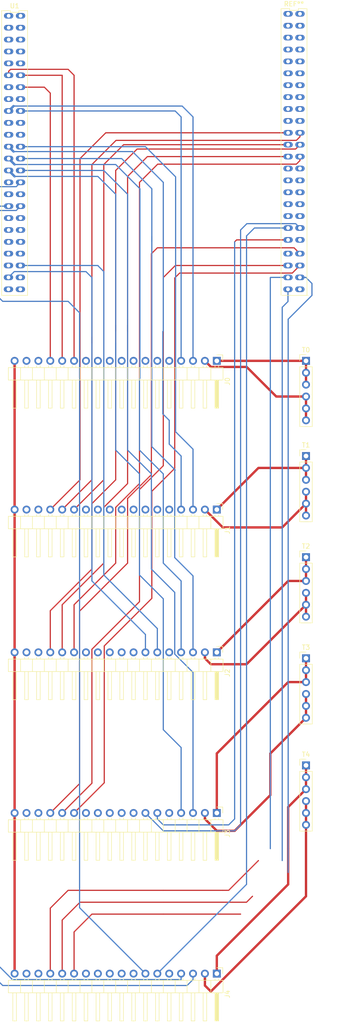
<source format=kicad_pcb>
(kicad_pcb (version 20171130) (host pcbnew "(5.1.10-1-10_14)")

  (general
    (thickness 1.6)
    (drawings 0)
    (tracks 309)
    (zones 0)
    (modules 11)
    (nets 144)
  )

  (page A4)
  (layers
    (0 F.Cu signal)
    (31 B.Cu signal hide)
    (32 B.Adhes user)
    (33 F.Adhes user)
    (34 B.Paste user)
    (35 F.Paste user)
    (36 B.SilkS user)
    (37 F.SilkS user)
    (38 B.Mask user)
    (39 F.Mask user)
    (40 Dwgs.User user)
    (41 Cmts.User user)
    (42 Eco1.User user)
    (43 Eco2.User user)
    (44 Edge.Cuts user)
    (45 Margin user)
    (46 B.CrtYd user)
    (47 F.CrtYd user)
    (48 B.Fab user)
    (49 F.Fab user)
  )

  (setup
    (last_trace_width 0.25)
    (user_trace_width 0.5)
    (trace_clearance 0.2)
    (zone_clearance 0.508)
    (zone_45_only no)
    (trace_min 0.2)
    (via_size 0.8)
    (via_drill 0.4)
    (via_min_size 0.4)
    (via_min_drill 0.3)
    (uvia_size 0.3)
    (uvia_drill 0.1)
    (uvias_allowed no)
    (uvia_min_size 0.2)
    (uvia_min_drill 0.1)
    (edge_width 0.05)
    (segment_width 0.2)
    (pcb_text_width 0.3)
    (pcb_text_size 1.5 1.5)
    (mod_edge_width 0.12)
    (mod_text_size 1 1)
    (mod_text_width 0.15)
    (pad_size 1.524 1.524)
    (pad_drill 0.762)
    (pad_to_mask_clearance 0)
    (aux_axis_origin 0 0)
    (visible_elements FFFFFF7F)
    (pcbplotparams
      (layerselection 0x010fc_ffffffff)
      (usegerberextensions false)
      (usegerberattributes true)
      (usegerberadvancedattributes true)
      (creategerberjobfile true)
      (excludeedgelayer true)
      (linewidth 0.100000)
      (plotframeref false)
      (viasonmask false)
      (mode 1)
      (useauxorigin false)
      (hpglpennumber 1)
      (hpglpenspeed 20)
      (hpglpendiameter 15.000000)
      (psnegative false)
      (psa4output false)
      (plotreference true)
      (plotvalue true)
      (plotinvisibletext false)
      (padsonsilk false)
      (subtractmaskfromsilk false)
      (outputformat 1)
      (mirror false)
      (drillshape 1)
      (scaleselection 1)
      (outputdirectory ""))
  )

  (net 0 "")
  (net 1 12Vunreg)
  (net 2 GND)
  (net 3 "Net-(J1-Pad16)")
  (net 4 "Net-(J1-Pad12)")
  (net 5 "Net-(J1-Pad11)")
  (net 6 "Net-(J1-Pad10)")
  (net 7 "Net-(J1-Pad9)")
  (net 8 "Net-(J1-Pad8)")
  (net 9 "Net-(J1-Pad5)")
  (net 10 "Net-(J2-Pad16)")
  (net 11 "Net-(J2-Pad12)")
  (net 12 "Net-(J2-Pad11)")
  (net 13 "Net-(J2-Pad10)")
  (net 14 "Net-(J2-Pad9)")
  (net 15 "Net-(J2-Pad8)")
  (net 16 "Net-(J2-Pad5)")
  (net 17 "Net-(J3-Pad16)")
  (net 18 "Net-(J3-Pad12)")
  (net 19 "Net-(J3-Pad11)")
  (net 20 "Net-(J3-Pad10)")
  (net 21 "Net-(J3-Pad9)")
  (net 22 "Net-(J3-Pad8)")
  (net 23 "Net-(J3-Pad5)")
  (net 24 "Net-(J4-Pad16)")
  (net 25 "Net-(J4-Pad12)")
  (net 26 "Net-(J4-Pad11)")
  (net 27 "Net-(J4-Pad10)")
  (net 28 "Net-(J4-Pad9)")
  (net 29 "Net-(J4-Pad8)")
  (net 30 "Net-(J4-Pad5)")
  (net 31 "Net-(U1-Pad40)")
  (net 32 "Net-(U1-Pad2)")
  (net 33 "Net-(U1-Pad38)")
  (net 34 "Net-(U1-Pad3)")
  (net 35 "Net-(U1-Pad4)")
  (net 36 "Net-(U1-Pad36)")
  (net 37 "Net-(U1-Pad5)")
  (net 38 "Net-(U1-Pad35)")
  (net 39 "Net-(U1-Pad6)")
  (net 40 "Net-(U1-Pad7)")
  (net 41 "Net-(U1-Pad8)")
  (net 42 "Net-(U1-Pad32)")
  (net 43 "Net-(U1-Pad31)")
  (net 44 "Net-(U1-Pad29)")
  (net 45 "Net-(U1-Pad13)")
  (net 46 "Net-(U1-Pad15)")
  (net 47 "Net-(U1-Pad16)")
  (net 48 "Net-(U1-Pad22)")
  (net 49 "Net-(U1-Pad19)")
  (net 50 "Net-(U1-Pad21)")
  (net 51 "Net-(U1-Pad20)")
  (net 52 CT0_3)
  (net 53 CT0_2)
  (net 54 CT0_1)
  (net 55 PWM0_2)
  (net 56 PWM0_1)
  (net 57 VSENSE0_0)
  (net 58 VSENSE0_1)
  (net 59 TRACK0_1)
  (net 60 TRACK0_0)
  (net 61 CT3_2)
  (net 62 CT3_1)
  (net 63 PWM3_2)
  (net 64 PWM3_1)
  (net 65 VSENSE3_0)
  (net 66 VSENSE3_1)
  (net 67 TRACK3_1)
  (net 68 TRACK3_0)
  (net 69 CT1_3)
  (net 70 CT1_2)
  (net 71 CT1_1)
  (net 72 PWM1_2)
  (net 73 PWM1_1)
  (net 74 VSENSE1_0)
  (net 75 VSENSE1_1)
  (net 76 TRACK1_1)
  (net 77 TRACK1_0)
  (net 78 CT2_3)
  (net 79 CT2_2)
  (net 80 CT2_1)
  (net 81 PWM2_2)
  (net 82 PWM2_1)
  (net 83 VSENSE2_0)
  (net 84 VSENSE2_1)
  (net 85 TRACK2_1)
  (net 86 TRACK2_0)
  (net 87 "Net-(U1-Pad1)")
  (net 88 "Net-(U1-Pad89)")
  (net 89 "Net-(U1-Pad96)")
  (net 90 "Net-(U1-Pad46)")
  (net 91 "Net-(U1-Pad43)")
  (net 92 "Net-(U1-Pad47)")
  (net 93 "Net-(U1-Pad48)")
  (net 94 "Net-(U1-Pad10)")
  (net 95 "Net-(U1-Pad9)")
  (net 96 VSENSE4_1)
  (net 97 VSENSE4_0)
  (net 98 PWM4_1)
  (net 99 "Net-(U1-Pad58)")
  (net 100 "Net-(U1-Pad66)")
  (net 101 "Net-(U1-Pad88)")
  (net 102 "Net-(U1-Pad59)")
  (net 103 "Net-(U1-Pad61)")
  (net 104 "Net-(U1-Pad62)")
  (net 105 "Net-(U1-Pad52)")
  (net 106 "Net-(U1-Pad63)")
  (net 107 "Net-(U1-Pad55)")
  (net 108 "Net-(U1-Pad77)")
  (net 109 "Net-(U1-Pad57)")
  (net 110 "Net-(U1-Pad78)")
  (net 111 "Net-(U1-Pad75)")
  (net 112 "Net-(U1-Pad76)")
  (net 113 "Net-(U1-Pad49)")
  (net 114 "Net-(U1-Pad50)")
  (net 115 "Net-(U1-Pad64)")
  (net 116 "Net-(U1-Pad54)")
  (net 117 "Net-(U1-Pad53)")
  (net 118 "Net-(U1-Pad56)")
  (net 119 "Net-(U1-Pad81)")
  (net 120 "Net-(U1-Pad80)")
  (net 121 "Net-(U1-Pad82)")
  (net 122 "Net-(U1-Pad79)")
  (net 123 "Net-(U1-Pad51)")
  (net 124 "Net-(U1-Pad60)")
  (net 125 "Net-(U1-Pad65)")
  (net 126 CT4_1)
  (net 127 CT4_2)
  (net 128 CT3_3)
  (net 129 CT4_3)
  (net 130 "Net-(U1-Pad83)")
  (net 131 "Net-(U1-Pad84)")
  (net 132 "Net-(J0-Pad16)")
  (net 133 "Net-(J0-Pad12)")
  (net 134 "Net-(J0-Pad11)")
  (net 135 "Net-(J0-Pad10)")
  (net 136 "Net-(J0-Pad9)")
  (net 137 "Net-(J0-Pad8)")
  (net 138 "Net-(J0-Pad5)")
  (net 139 PWM4_2)
  (net 140 TRACK4_1)
  (net 141 TRACK4_0)
  (net 142 "Net-(U1-Pad67)")
  (net 143 "Net-(U1-Pad68)")

  (net_class Default "This is the default net class."
    (clearance 0.2)
    (trace_width 0.25)
    (via_dia 0.8)
    (via_drill 0.4)
    (uvia_dia 0.3)
    (uvia_drill 0.1)
    (add_net 12Vunreg)
    (add_net CT0_1)
    (add_net CT0_2)
    (add_net CT0_3)
    (add_net CT1_1)
    (add_net CT1_2)
    (add_net CT1_3)
    (add_net CT2_1)
    (add_net CT2_2)
    (add_net CT2_3)
    (add_net CT3_1)
    (add_net CT3_2)
    (add_net CT3_3)
    (add_net CT4_1)
    (add_net CT4_2)
    (add_net CT4_3)
    (add_net GND)
    (add_net "Net-(J0-Pad10)")
    (add_net "Net-(J0-Pad11)")
    (add_net "Net-(J0-Pad12)")
    (add_net "Net-(J0-Pad16)")
    (add_net "Net-(J0-Pad5)")
    (add_net "Net-(J0-Pad8)")
    (add_net "Net-(J0-Pad9)")
    (add_net "Net-(J1-Pad10)")
    (add_net "Net-(J1-Pad11)")
    (add_net "Net-(J1-Pad12)")
    (add_net "Net-(J1-Pad16)")
    (add_net "Net-(J1-Pad5)")
    (add_net "Net-(J1-Pad8)")
    (add_net "Net-(J1-Pad9)")
    (add_net "Net-(J2-Pad10)")
    (add_net "Net-(J2-Pad11)")
    (add_net "Net-(J2-Pad12)")
    (add_net "Net-(J2-Pad16)")
    (add_net "Net-(J2-Pad5)")
    (add_net "Net-(J2-Pad8)")
    (add_net "Net-(J2-Pad9)")
    (add_net "Net-(J3-Pad10)")
    (add_net "Net-(J3-Pad11)")
    (add_net "Net-(J3-Pad12)")
    (add_net "Net-(J3-Pad16)")
    (add_net "Net-(J3-Pad5)")
    (add_net "Net-(J3-Pad8)")
    (add_net "Net-(J3-Pad9)")
    (add_net "Net-(J4-Pad10)")
    (add_net "Net-(J4-Pad11)")
    (add_net "Net-(J4-Pad12)")
    (add_net "Net-(J4-Pad16)")
    (add_net "Net-(J4-Pad5)")
    (add_net "Net-(J4-Pad8)")
    (add_net "Net-(J4-Pad9)")
    (add_net "Net-(U1-Pad1)")
    (add_net "Net-(U1-Pad10)")
    (add_net "Net-(U1-Pad13)")
    (add_net "Net-(U1-Pad15)")
    (add_net "Net-(U1-Pad16)")
    (add_net "Net-(U1-Pad19)")
    (add_net "Net-(U1-Pad2)")
    (add_net "Net-(U1-Pad20)")
    (add_net "Net-(U1-Pad21)")
    (add_net "Net-(U1-Pad22)")
    (add_net "Net-(U1-Pad29)")
    (add_net "Net-(U1-Pad3)")
    (add_net "Net-(U1-Pad31)")
    (add_net "Net-(U1-Pad32)")
    (add_net "Net-(U1-Pad35)")
    (add_net "Net-(U1-Pad36)")
    (add_net "Net-(U1-Pad38)")
    (add_net "Net-(U1-Pad4)")
    (add_net "Net-(U1-Pad40)")
    (add_net "Net-(U1-Pad43)")
    (add_net "Net-(U1-Pad46)")
    (add_net "Net-(U1-Pad47)")
    (add_net "Net-(U1-Pad48)")
    (add_net "Net-(U1-Pad49)")
    (add_net "Net-(U1-Pad5)")
    (add_net "Net-(U1-Pad50)")
    (add_net "Net-(U1-Pad51)")
    (add_net "Net-(U1-Pad52)")
    (add_net "Net-(U1-Pad53)")
    (add_net "Net-(U1-Pad54)")
    (add_net "Net-(U1-Pad55)")
    (add_net "Net-(U1-Pad56)")
    (add_net "Net-(U1-Pad57)")
    (add_net "Net-(U1-Pad58)")
    (add_net "Net-(U1-Pad59)")
    (add_net "Net-(U1-Pad6)")
    (add_net "Net-(U1-Pad60)")
    (add_net "Net-(U1-Pad61)")
    (add_net "Net-(U1-Pad62)")
    (add_net "Net-(U1-Pad63)")
    (add_net "Net-(U1-Pad64)")
    (add_net "Net-(U1-Pad65)")
    (add_net "Net-(U1-Pad66)")
    (add_net "Net-(U1-Pad67)")
    (add_net "Net-(U1-Pad68)")
    (add_net "Net-(U1-Pad7)")
    (add_net "Net-(U1-Pad75)")
    (add_net "Net-(U1-Pad76)")
    (add_net "Net-(U1-Pad77)")
    (add_net "Net-(U1-Pad78)")
    (add_net "Net-(U1-Pad79)")
    (add_net "Net-(U1-Pad8)")
    (add_net "Net-(U1-Pad80)")
    (add_net "Net-(U1-Pad81)")
    (add_net "Net-(U1-Pad82)")
    (add_net "Net-(U1-Pad83)")
    (add_net "Net-(U1-Pad84)")
    (add_net "Net-(U1-Pad88)")
    (add_net "Net-(U1-Pad89)")
    (add_net "Net-(U1-Pad9)")
    (add_net "Net-(U1-Pad96)")
    (add_net PWM0_1)
    (add_net PWM0_2)
    (add_net PWM1_1)
    (add_net PWM1_2)
    (add_net PWM2_1)
    (add_net PWM2_2)
    (add_net PWM3_1)
    (add_net PWM3_2)
    (add_net PWM4_1)
    (add_net PWM4_2)
    (add_net TRACK0_0)
    (add_net TRACK0_1)
    (add_net TRACK1_0)
    (add_net TRACK1_1)
    (add_net TRACK2_0)
    (add_net TRACK2_1)
    (add_net TRACK3_0)
    (add_net TRACK3_1)
    (add_net TRACK4_0)
    (add_net TRACK4_1)
    (add_net VSENSE0_0)
    (add_net VSENSE0_1)
    (add_net VSENSE1_0)
    (add_net VSENSE1_1)
    (add_net VSENSE2_0)
    (add_net VSENSE2_1)
    (add_net VSENSE3_0)
    (add_net VSENSE3_1)
    (add_net VSENSE4_0)
    (add_net VSENSE4_1)
  )

  (module Connector_PinHeader_2.54mm:PinHeader_1x06_P2.54mm_Vertical (layer F.Cu) (tedit 59FED5CC) (tstamp 60BFA5F8)
    (at 233.68 24.13)
    (descr "Through hole straight pin header, 1x06, 2.54mm pitch, single row")
    (tags "Through hole pin header THT 1x06 2.54mm single row")
    (path /60D1852F)
    (fp_text reference T4 (at 0 -2.33) (layer F.SilkS)
      (effects (font (size 1 1) (thickness 0.15)))
    )
    (fp_text value Screw_Terminal_01x06 (at 0 15.03) (layer F.Fab)
      (effects (font (size 1 1) (thickness 0.15)))
    )
    (fp_text user %R (at 0 6.35 90) (layer F.Fab)
      (effects (font (size 1 1) (thickness 0.15)))
    )
    (fp_line (start -0.635 -1.27) (end 1.27 -1.27) (layer F.Fab) (width 0.1))
    (fp_line (start 1.27 -1.27) (end 1.27 13.97) (layer F.Fab) (width 0.1))
    (fp_line (start 1.27 13.97) (end -1.27 13.97) (layer F.Fab) (width 0.1))
    (fp_line (start -1.27 13.97) (end -1.27 -0.635) (layer F.Fab) (width 0.1))
    (fp_line (start -1.27 -0.635) (end -0.635 -1.27) (layer F.Fab) (width 0.1))
    (fp_line (start -1.33 14.03) (end 1.33 14.03) (layer F.SilkS) (width 0.12))
    (fp_line (start -1.33 1.27) (end -1.33 14.03) (layer F.SilkS) (width 0.12))
    (fp_line (start 1.33 1.27) (end 1.33 14.03) (layer F.SilkS) (width 0.12))
    (fp_line (start -1.33 1.27) (end 1.33 1.27) (layer F.SilkS) (width 0.12))
    (fp_line (start -1.33 0) (end -1.33 -1.33) (layer F.SilkS) (width 0.12))
    (fp_line (start -1.33 -1.33) (end 0 -1.33) (layer F.SilkS) (width 0.12))
    (fp_line (start -1.8 -1.8) (end -1.8 14.5) (layer F.CrtYd) (width 0.05))
    (fp_line (start -1.8 14.5) (end 1.8 14.5) (layer F.CrtYd) (width 0.05))
    (fp_line (start 1.8 14.5) (end 1.8 -1.8) (layer F.CrtYd) (width 0.05))
    (fp_line (start 1.8 -1.8) (end -1.8 -1.8) (layer F.CrtYd) (width 0.05))
    (pad 6 thru_hole oval (at 0 12.7) (size 1.7 1.7) (drill 1) (layers *.Cu *.Mask)
      (net 140 TRACK4_1))
    (pad 5 thru_hole oval (at 0 10.16) (size 1.7 1.7) (drill 1) (layers *.Cu *.Mask)
      (net 140 TRACK4_1))
    (pad 4 thru_hole oval (at 0 7.62) (size 1.7 1.7) (drill 1) (layers *.Cu *.Mask)
      (net 140 TRACK4_1))
    (pad 3 thru_hole oval (at 0 5.08) (size 1.7 1.7) (drill 1) (layers *.Cu *.Mask)
      (net 141 TRACK4_0))
    (pad 2 thru_hole oval (at 0 2.54) (size 1.7 1.7) (drill 1) (layers *.Cu *.Mask)
      (net 141 TRACK4_0))
    (pad 1 thru_hole rect (at 0 0) (size 1.7 1.7) (drill 1) (layers *.Cu *.Mask)
      (net 141 TRACK4_0))
    (model ${KISYS3DMOD}/Connector_PinHeader_2.54mm.3dshapes/PinHeader_1x06_P2.54mm_Vertical.wrl
      (at (xyz 0 0 0))
      (scale (xyz 1 1 1))
      (rotate (xyz 0 0 0))
    )
  )

  (module Connector_PinHeader_2.54mm:PinHeader_1x06_P2.54mm_Vertical (layer F.Cu) (tedit 59FED5CC) (tstamp 60BFA5DE)
    (at 233.68 1.27)
    (descr "Through hole straight pin header, 1x06, 2.54mm pitch, single row")
    (tags "Through hole pin header THT 1x06 2.54mm single row")
    (path /60CF832B)
    (fp_text reference T3 (at 0 -2.33) (layer F.SilkS)
      (effects (font (size 1 1) (thickness 0.15)))
    )
    (fp_text value Screw_Terminal_01x06 (at 0 15.03) (layer F.Fab)
      (effects (font (size 1 1) (thickness 0.15)))
    )
    (fp_text user %R (at 0 6.35 90) (layer F.Fab)
      (effects (font (size 1 1) (thickness 0.15)))
    )
    (fp_line (start -0.635 -1.27) (end 1.27 -1.27) (layer F.Fab) (width 0.1))
    (fp_line (start 1.27 -1.27) (end 1.27 13.97) (layer F.Fab) (width 0.1))
    (fp_line (start 1.27 13.97) (end -1.27 13.97) (layer F.Fab) (width 0.1))
    (fp_line (start -1.27 13.97) (end -1.27 -0.635) (layer F.Fab) (width 0.1))
    (fp_line (start -1.27 -0.635) (end -0.635 -1.27) (layer F.Fab) (width 0.1))
    (fp_line (start -1.33 14.03) (end 1.33 14.03) (layer F.SilkS) (width 0.12))
    (fp_line (start -1.33 1.27) (end -1.33 14.03) (layer F.SilkS) (width 0.12))
    (fp_line (start 1.33 1.27) (end 1.33 14.03) (layer F.SilkS) (width 0.12))
    (fp_line (start -1.33 1.27) (end 1.33 1.27) (layer F.SilkS) (width 0.12))
    (fp_line (start -1.33 0) (end -1.33 -1.33) (layer F.SilkS) (width 0.12))
    (fp_line (start -1.33 -1.33) (end 0 -1.33) (layer F.SilkS) (width 0.12))
    (fp_line (start -1.8 -1.8) (end -1.8 14.5) (layer F.CrtYd) (width 0.05))
    (fp_line (start -1.8 14.5) (end 1.8 14.5) (layer F.CrtYd) (width 0.05))
    (fp_line (start 1.8 14.5) (end 1.8 -1.8) (layer F.CrtYd) (width 0.05))
    (fp_line (start 1.8 -1.8) (end -1.8 -1.8) (layer F.CrtYd) (width 0.05))
    (pad 6 thru_hole oval (at 0 12.7) (size 1.7 1.7) (drill 1) (layers *.Cu *.Mask)
      (net 67 TRACK3_1))
    (pad 5 thru_hole oval (at 0 10.16) (size 1.7 1.7) (drill 1) (layers *.Cu *.Mask)
      (net 67 TRACK3_1))
    (pad 4 thru_hole oval (at 0 7.62) (size 1.7 1.7) (drill 1) (layers *.Cu *.Mask)
      (net 67 TRACK3_1))
    (pad 3 thru_hole oval (at 0 5.08) (size 1.7 1.7) (drill 1) (layers *.Cu *.Mask)
      (net 68 TRACK3_0))
    (pad 2 thru_hole oval (at 0 2.54) (size 1.7 1.7) (drill 1) (layers *.Cu *.Mask)
      (net 68 TRACK3_0))
    (pad 1 thru_hole rect (at 0 0) (size 1.7 1.7) (drill 1) (layers *.Cu *.Mask)
      (net 68 TRACK3_0))
    (model ${KISYS3DMOD}/Connector_PinHeader_2.54mm.3dshapes/PinHeader_1x06_P2.54mm_Vertical.wrl
      (at (xyz 0 0 0))
      (scale (xyz 1 1 1))
      (rotate (xyz 0 0 0))
    )
  )

  (module Connector_PinHeader_2.54mm:PinHeader_1x06_P2.54mm_Vertical (layer F.Cu) (tedit 59FED5CC) (tstamp 60BFA5C4)
    (at 233.68 -20.32)
    (descr "Through hole straight pin header, 1x06, 2.54mm pitch, single row")
    (tags "Through hole pin header THT 1x06 2.54mm single row")
    (path /60CF6CC7)
    (fp_text reference T2 (at 0 -2.33) (layer F.SilkS)
      (effects (font (size 1 1) (thickness 0.15)))
    )
    (fp_text value Screw_Terminal_01x06 (at 0 15.03) (layer F.Fab)
      (effects (font (size 1 1) (thickness 0.15)))
    )
    (fp_text user %R (at 0 6.35 90) (layer F.Fab)
      (effects (font (size 1 1) (thickness 0.15)))
    )
    (fp_line (start -0.635 -1.27) (end 1.27 -1.27) (layer F.Fab) (width 0.1))
    (fp_line (start 1.27 -1.27) (end 1.27 13.97) (layer F.Fab) (width 0.1))
    (fp_line (start 1.27 13.97) (end -1.27 13.97) (layer F.Fab) (width 0.1))
    (fp_line (start -1.27 13.97) (end -1.27 -0.635) (layer F.Fab) (width 0.1))
    (fp_line (start -1.27 -0.635) (end -0.635 -1.27) (layer F.Fab) (width 0.1))
    (fp_line (start -1.33 14.03) (end 1.33 14.03) (layer F.SilkS) (width 0.12))
    (fp_line (start -1.33 1.27) (end -1.33 14.03) (layer F.SilkS) (width 0.12))
    (fp_line (start 1.33 1.27) (end 1.33 14.03) (layer F.SilkS) (width 0.12))
    (fp_line (start -1.33 1.27) (end 1.33 1.27) (layer F.SilkS) (width 0.12))
    (fp_line (start -1.33 0) (end -1.33 -1.33) (layer F.SilkS) (width 0.12))
    (fp_line (start -1.33 -1.33) (end 0 -1.33) (layer F.SilkS) (width 0.12))
    (fp_line (start -1.8 -1.8) (end -1.8 14.5) (layer F.CrtYd) (width 0.05))
    (fp_line (start -1.8 14.5) (end 1.8 14.5) (layer F.CrtYd) (width 0.05))
    (fp_line (start 1.8 14.5) (end 1.8 -1.8) (layer F.CrtYd) (width 0.05))
    (fp_line (start 1.8 -1.8) (end -1.8 -1.8) (layer F.CrtYd) (width 0.05))
    (pad 6 thru_hole oval (at 0 12.7) (size 1.7 1.7) (drill 1) (layers *.Cu *.Mask)
      (net 85 TRACK2_1))
    (pad 5 thru_hole oval (at 0 10.16) (size 1.7 1.7) (drill 1) (layers *.Cu *.Mask)
      (net 85 TRACK2_1))
    (pad 4 thru_hole oval (at 0 7.62) (size 1.7 1.7) (drill 1) (layers *.Cu *.Mask)
      (net 85 TRACK2_1))
    (pad 3 thru_hole oval (at 0 5.08) (size 1.7 1.7) (drill 1) (layers *.Cu *.Mask)
      (net 86 TRACK2_0))
    (pad 2 thru_hole oval (at 0 2.54) (size 1.7 1.7) (drill 1) (layers *.Cu *.Mask)
      (net 86 TRACK2_0))
    (pad 1 thru_hole rect (at 0 0) (size 1.7 1.7) (drill 1) (layers *.Cu *.Mask)
      (net 86 TRACK2_0))
    (model ${KISYS3DMOD}/Connector_PinHeader_2.54mm.3dshapes/PinHeader_1x06_P2.54mm_Vertical.wrl
      (at (xyz 0 0 0))
      (scale (xyz 1 1 1))
      (rotate (xyz 0 0 0))
    )
  )

  (module Connector_PinHeader_2.54mm:PinHeader_1x06_P2.54mm_Vertical (layer F.Cu) (tedit 59FED5CC) (tstamp 60BFA5AA)
    (at 233.68 -41.91)
    (descr "Through hole straight pin header, 1x06, 2.54mm pitch, single row")
    (tags "Through hole pin header THT 1x06 2.54mm single row")
    (path /60CF5BF4)
    (fp_text reference T1 (at 0 -2.33) (layer F.SilkS)
      (effects (font (size 1 1) (thickness 0.15)))
    )
    (fp_text value Screw_Terminal_01x06 (at 0 15.03) (layer F.Fab)
      (effects (font (size 1 1) (thickness 0.15)))
    )
    (fp_text user %R (at 0 6.35 90) (layer F.Fab)
      (effects (font (size 1 1) (thickness 0.15)))
    )
    (fp_line (start -0.635 -1.27) (end 1.27 -1.27) (layer F.Fab) (width 0.1))
    (fp_line (start 1.27 -1.27) (end 1.27 13.97) (layer F.Fab) (width 0.1))
    (fp_line (start 1.27 13.97) (end -1.27 13.97) (layer F.Fab) (width 0.1))
    (fp_line (start -1.27 13.97) (end -1.27 -0.635) (layer F.Fab) (width 0.1))
    (fp_line (start -1.27 -0.635) (end -0.635 -1.27) (layer F.Fab) (width 0.1))
    (fp_line (start -1.33 14.03) (end 1.33 14.03) (layer F.SilkS) (width 0.12))
    (fp_line (start -1.33 1.27) (end -1.33 14.03) (layer F.SilkS) (width 0.12))
    (fp_line (start 1.33 1.27) (end 1.33 14.03) (layer F.SilkS) (width 0.12))
    (fp_line (start -1.33 1.27) (end 1.33 1.27) (layer F.SilkS) (width 0.12))
    (fp_line (start -1.33 0) (end -1.33 -1.33) (layer F.SilkS) (width 0.12))
    (fp_line (start -1.33 -1.33) (end 0 -1.33) (layer F.SilkS) (width 0.12))
    (fp_line (start -1.8 -1.8) (end -1.8 14.5) (layer F.CrtYd) (width 0.05))
    (fp_line (start -1.8 14.5) (end 1.8 14.5) (layer F.CrtYd) (width 0.05))
    (fp_line (start 1.8 14.5) (end 1.8 -1.8) (layer F.CrtYd) (width 0.05))
    (fp_line (start 1.8 -1.8) (end -1.8 -1.8) (layer F.CrtYd) (width 0.05))
    (pad 6 thru_hole oval (at 0 12.7) (size 1.7 1.7) (drill 1) (layers *.Cu *.Mask)
      (net 76 TRACK1_1))
    (pad 5 thru_hole oval (at 0 10.16) (size 1.7 1.7) (drill 1) (layers *.Cu *.Mask)
      (net 76 TRACK1_1))
    (pad 4 thru_hole oval (at 0 7.62) (size 1.7 1.7) (drill 1) (layers *.Cu *.Mask)
      (net 76 TRACK1_1))
    (pad 3 thru_hole oval (at 0 5.08) (size 1.7 1.7) (drill 1) (layers *.Cu *.Mask)
      (net 77 TRACK1_0))
    (pad 2 thru_hole oval (at 0 2.54) (size 1.7 1.7) (drill 1) (layers *.Cu *.Mask)
      (net 77 TRACK1_0))
    (pad 1 thru_hole rect (at 0 0) (size 1.7 1.7) (drill 1) (layers *.Cu *.Mask)
      (net 77 TRACK1_0))
    (model ${KISYS3DMOD}/Connector_PinHeader_2.54mm.3dshapes/PinHeader_1x06_P2.54mm_Vertical.wrl
      (at (xyz 0 0 0))
      (scale (xyz 1 1 1))
      (rotate (xyz 0 0 0))
    )
  )

  (module Connector_PinHeader_2.54mm:PinHeader_1x06_P2.54mm_Vertical (layer F.Cu) (tedit 59FED5CC) (tstamp 60BFA590)
    (at 233.68 -62.23)
    (descr "Through hole straight pin header, 1x06, 2.54mm pitch, single row")
    (tags "Through hole pin header THT 1x06 2.54mm single row")
    (path /60CF3917)
    (fp_text reference T0 (at 0 -2.33) (layer F.SilkS)
      (effects (font (size 1 1) (thickness 0.15)))
    )
    (fp_text value Screw_Terminal_01x06 (at 0 15.03) (layer F.Fab)
      (effects (font (size 1 1) (thickness 0.15)))
    )
    (fp_text user %R (at 0 6.35 90) (layer F.Fab)
      (effects (font (size 1 1) (thickness 0.15)))
    )
    (fp_line (start -0.635 -1.27) (end 1.27 -1.27) (layer F.Fab) (width 0.1))
    (fp_line (start 1.27 -1.27) (end 1.27 13.97) (layer F.Fab) (width 0.1))
    (fp_line (start 1.27 13.97) (end -1.27 13.97) (layer F.Fab) (width 0.1))
    (fp_line (start -1.27 13.97) (end -1.27 -0.635) (layer F.Fab) (width 0.1))
    (fp_line (start -1.27 -0.635) (end -0.635 -1.27) (layer F.Fab) (width 0.1))
    (fp_line (start -1.33 14.03) (end 1.33 14.03) (layer F.SilkS) (width 0.12))
    (fp_line (start -1.33 1.27) (end -1.33 14.03) (layer F.SilkS) (width 0.12))
    (fp_line (start 1.33 1.27) (end 1.33 14.03) (layer F.SilkS) (width 0.12))
    (fp_line (start -1.33 1.27) (end 1.33 1.27) (layer F.SilkS) (width 0.12))
    (fp_line (start -1.33 0) (end -1.33 -1.33) (layer F.SilkS) (width 0.12))
    (fp_line (start -1.33 -1.33) (end 0 -1.33) (layer F.SilkS) (width 0.12))
    (fp_line (start -1.8 -1.8) (end -1.8 14.5) (layer F.CrtYd) (width 0.05))
    (fp_line (start -1.8 14.5) (end 1.8 14.5) (layer F.CrtYd) (width 0.05))
    (fp_line (start 1.8 14.5) (end 1.8 -1.8) (layer F.CrtYd) (width 0.05))
    (fp_line (start 1.8 -1.8) (end -1.8 -1.8) (layer F.CrtYd) (width 0.05))
    (pad 6 thru_hole oval (at 0 12.7) (size 1.7 1.7) (drill 1) (layers *.Cu *.Mask)
      (net 59 TRACK0_1))
    (pad 5 thru_hole oval (at 0 10.16) (size 1.7 1.7) (drill 1) (layers *.Cu *.Mask)
      (net 59 TRACK0_1))
    (pad 4 thru_hole oval (at 0 7.62) (size 1.7 1.7) (drill 1) (layers *.Cu *.Mask)
      (net 59 TRACK0_1))
    (pad 3 thru_hole oval (at 0 5.08) (size 1.7 1.7) (drill 1) (layers *.Cu *.Mask)
      (net 60 TRACK0_0))
    (pad 2 thru_hole oval (at 0 2.54) (size 1.7 1.7) (drill 1) (layers *.Cu *.Mask)
      (net 60 TRACK0_0))
    (pad 1 thru_hole rect (at 0 0) (size 1.7 1.7) (drill 1) (layers *.Cu *.Mask)
      (net 60 TRACK0_0))
    (model ${KISYS3DMOD}/Connector_PinHeader_2.54mm.3dshapes/PinHeader_1x06_P2.54mm_Vertical.wrl
      (at (xyz 0 0 0))
      (scale (xyz 1 1 1))
      (rotate (xyz 0 0 0))
    )
  )

  (module Connector_PinHeader_2.54mm:PinHeader_1x18_P2.54mm_Horizontal (layer F.Cu) (tedit 59FED5CB) (tstamp 60BEC29C)
    (at 214.63 68.58 270)
    (descr "Through hole angled pin header, 1x18, 2.54mm pitch, 6mm pin length, single row")
    (tags "Through hole angled pin header THT 1x18 2.54mm single row")
    (path /60CAC07F)
    (fp_text reference J4 (at 4.385 -2.27 90) (layer F.SilkS)
      (effects (font (size 1 1) (thickness 0.15)))
    )
    (fp_text value Conn_01x18 (at 4.385 45.45 90) (layer F.Fab)
      (effects (font (size 1 1) (thickness 0.15)))
    )
    (fp_text user %R (at 2.77 21.59) (layer F.Fab)
      (effects (font (size 1 1) (thickness 0.15)))
    )
    (fp_line (start 2.135 -1.27) (end 4.04 -1.27) (layer F.Fab) (width 0.1))
    (fp_line (start 4.04 -1.27) (end 4.04 44.45) (layer F.Fab) (width 0.1))
    (fp_line (start 4.04 44.45) (end 1.5 44.45) (layer F.Fab) (width 0.1))
    (fp_line (start 1.5 44.45) (end 1.5 -0.635) (layer F.Fab) (width 0.1))
    (fp_line (start 1.5 -0.635) (end 2.135 -1.27) (layer F.Fab) (width 0.1))
    (fp_line (start -0.32 -0.32) (end 1.5 -0.32) (layer F.Fab) (width 0.1))
    (fp_line (start -0.32 -0.32) (end -0.32 0.32) (layer F.Fab) (width 0.1))
    (fp_line (start -0.32 0.32) (end 1.5 0.32) (layer F.Fab) (width 0.1))
    (fp_line (start 4.04 -0.32) (end 10.04 -0.32) (layer F.Fab) (width 0.1))
    (fp_line (start 10.04 -0.32) (end 10.04 0.32) (layer F.Fab) (width 0.1))
    (fp_line (start 4.04 0.32) (end 10.04 0.32) (layer F.Fab) (width 0.1))
    (fp_line (start -0.32 2.22) (end 1.5 2.22) (layer F.Fab) (width 0.1))
    (fp_line (start -0.32 2.22) (end -0.32 2.86) (layer F.Fab) (width 0.1))
    (fp_line (start -0.32 2.86) (end 1.5 2.86) (layer F.Fab) (width 0.1))
    (fp_line (start 4.04 2.22) (end 10.04 2.22) (layer F.Fab) (width 0.1))
    (fp_line (start 10.04 2.22) (end 10.04 2.86) (layer F.Fab) (width 0.1))
    (fp_line (start 4.04 2.86) (end 10.04 2.86) (layer F.Fab) (width 0.1))
    (fp_line (start -0.32 4.76) (end 1.5 4.76) (layer F.Fab) (width 0.1))
    (fp_line (start -0.32 4.76) (end -0.32 5.4) (layer F.Fab) (width 0.1))
    (fp_line (start -0.32 5.4) (end 1.5 5.4) (layer F.Fab) (width 0.1))
    (fp_line (start 4.04 4.76) (end 10.04 4.76) (layer F.Fab) (width 0.1))
    (fp_line (start 10.04 4.76) (end 10.04 5.4) (layer F.Fab) (width 0.1))
    (fp_line (start 4.04 5.4) (end 10.04 5.4) (layer F.Fab) (width 0.1))
    (fp_line (start -0.32 7.3) (end 1.5 7.3) (layer F.Fab) (width 0.1))
    (fp_line (start -0.32 7.3) (end -0.32 7.94) (layer F.Fab) (width 0.1))
    (fp_line (start -0.32 7.94) (end 1.5 7.94) (layer F.Fab) (width 0.1))
    (fp_line (start 4.04 7.3) (end 10.04 7.3) (layer F.Fab) (width 0.1))
    (fp_line (start 10.04 7.3) (end 10.04 7.94) (layer F.Fab) (width 0.1))
    (fp_line (start 4.04 7.94) (end 10.04 7.94) (layer F.Fab) (width 0.1))
    (fp_line (start -0.32 9.84) (end 1.5 9.84) (layer F.Fab) (width 0.1))
    (fp_line (start -0.32 9.84) (end -0.32 10.48) (layer F.Fab) (width 0.1))
    (fp_line (start -0.32 10.48) (end 1.5 10.48) (layer F.Fab) (width 0.1))
    (fp_line (start 4.04 9.84) (end 10.04 9.84) (layer F.Fab) (width 0.1))
    (fp_line (start 10.04 9.84) (end 10.04 10.48) (layer F.Fab) (width 0.1))
    (fp_line (start 4.04 10.48) (end 10.04 10.48) (layer F.Fab) (width 0.1))
    (fp_line (start -0.32 12.38) (end 1.5 12.38) (layer F.Fab) (width 0.1))
    (fp_line (start -0.32 12.38) (end -0.32 13.02) (layer F.Fab) (width 0.1))
    (fp_line (start -0.32 13.02) (end 1.5 13.02) (layer F.Fab) (width 0.1))
    (fp_line (start 4.04 12.38) (end 10.04 12.38) (layer F.Fab) (width 0.1))
    (fp_line (start 10.04 12.38) (end 10.04 13.02) (layer F.Fab) (width 0.1))
    (fp_line (start 4.04 13.02) (end 10.04 13.02) (layer F.Fab) (width 0.1))
    (fp_line (start -0.32 14.92) (end 1.5 14.92) (layer F.Fab) (width 0.1))
    (fp_line (start -0.32 14.92) (end -0.32 15.56) (layer F.Fab) (width 0.1))
    (fp_line (start -0.32 15.56) (end 1.5 15.56) (layer F.Fab) (width 0.1))
    (fp_line (start 4.04 14.92) (end 10.04 14.92) (layer F.Fab) (width 0.1))
    (fp_line (start 10.04 14.92) (end 10.04 15.56) (layer F.Fab) (width 0.1))
    (fp_line (start 4.04 15.56) (end 10.04 15.56) (layer F.Fab) (width 0.1))
    (fp_line (start -0.32 17.46) (end 1.5 17.46) (layer F.Fab) (width 0.1))
    (fp_line (start -0.32 17.46) (end -0.32 18.1) (layer F.Fab) (width 0.1))
    (fp_line (start -0.32 18.1) (end 1.5 18.1) (layer F.Fab) (width 0.1))
    (fp_line (start 4.04 17.46) (end 10.04 17.46) (layer F.Fab) (width 0.1))
    (fp_line (start 10.04 17.46) (end 10.04 18.1) (layer F.Fab) (width 0.1))
    (fp_line (start 4.04 18.1) (end 10.04 18.1) (layer F.Fab) (width 0.1))
    (fp_line (start -0.32 20) (end 1.5 20) (layer F.Fab) (width 0.1))
    (fp_line (start -0.32 20) (end -0.32 20.64) (layer F.Fab) (width 0.1))
    (fp_line (start -0.32 20.64) (end 1.5 20.64) (layer F.Fab) (width 0.1))
    (fp_line (start 4.04 20) (end 10.04 20) (layer F.Fab) (width 0.1))
    (fp_line (start 10.04 20) (end 10.04 20.64) (layer F.Fab) (width 0.1))
    (fp_line (start 4.04 20.64) (end 10.04 20.64) (layer F.Fab) (width 0.1))
    (fp_line (start -0.32 22.54) (end 1.5 22.54) (layer F.Fab) (width 0.1))
    (fp_line (start -0.32 22.54) (end -0.32 23.18) (layer F.Fab) (width 0.1))
    (fp_line (start -0.32 23.18) (end 1.5 23.18) (layer F.Fab) (width 0.1))
    (fp_line (start 4.04 22.54) (end 10.04 22.54) (layer F.Fab) (width 0.1))
    (fp_line (start 10.04 22.54) (end 10.04 23.18) (layer F.Fab) (width 0.1))
    (fp_line (start 4.04 23.18) (end 10.04 23.18) (layer F.Fab) (width 0.1))
    (fp_line (start -0.32 25.08) (end 1.5 25.08) (layer F.Fab) (width 0.1))
    (fp_line (start -0.32 25.08) (end -0.32 25.72) (layer F.Fab) (width 0.1))
    (fp_line (start -0.32 25.72) (end 1.5 25.72) (layer F.Fab) (width 0.1))
    (fp_line (start 4.04 25.08) (end 10.04 25.08) (layer F.Fab) (width 0.1))
    (fp_line (start 10.04 25.08) (end 10.04 25.72) (layer F.Fab) (width 0.1))
    (fp_line (start 4.04 25.72) (end 10.04 25.72) (layer F.Fab) (width 0.1))
    (fp_line (start -0.32 27.62) (end 1.5 27.62) (layer F.Fab) (width 0.1))
    (fp_line (start -0.32 27.62) (end -0.32 28.26) (layer F.Fab) (width 0.1))
    (fp_line (start -0.32 28.26) (end 1.5 28.26) (layer F.Fab) (width 0.1))
    (fp_line (start 4.04 27.62) (end 10.04 27.62) (layer F.Fab) (width 0.1))
    (fp_line (start 10.04 27.62) (end 10.04 28.26) (layer F.Fab) (width 0.1))
    (fp_line (start 4.04 28.26) (end 10.04 28.26) (layer F.Fab) (width 0.1))
    (fp_line (start -0.32 30.16) (end 1.5 30.16) (layer F.Fab) (width 0.1))
    (fp_line (start -0.32 30.16) (end -0.32 30.8) (layer F.Fab) (width 0.1))
    (fp_line (start -0.32 30.8) (end 1.5 30.8) (layer F.Fab) (width 0.1))
    (fp_line (start 4.04 30.16) (end 10.04 30.16) (layer F.Fab) (width 0.1))
    (fp_line (start 10.04 30.16) (end 10.04 30.8) (layer F.Fab) (width 0.1))
    (fp_line (start 4.04 30.8) (end 10.04 30.8) (layer F.Fab) (width 0.1))
    (fp_line (start -0.32 32.7) (end 1.5 32.7) (layer F.Fab) (width 0.1))
    (fp_line (start -0.32 32.7) (end -0.32 33.34) (layer F.Fab) (width 0.1))
    (fp_line (start -0.32 33.34) (end 1.5 33.34) (layer F.Fab) (width 0.1))
    (fp_line (start 4.04 32.7) (end 10.04 32.7) (layer F.Fab) (width 0.1))
    (fp_line (start 10.04 32.7) (end 10.04 33.34) (layer F.Fab) (width 0.1))
    (fp_line (start 4.04 33.34) (end 10.04 33.34) (layer F.Fab) (width 0.1))
    (fp_line (start -0.32 35.24) (end 1.5 35.24) (layer F.Fab) (width 0.1))
    (fp_line (start -0.32 35.24) (end -0.32 35.88) (layer F.Fab) (width 0.1))
    (fp_line (start -0.32 35.88) (end 1.5 35.88) (layer F.Fab) (width 0.1))
    (fp_line (start 4.04 35.24) (end 10.04 35.24) (layer F.Fab) (width 0.1))
    (fp_line (start 10.04 35.24) (end 10.04 35.88) (layer F.Fab) (width 0.1))
    (fp_line (start 4.04 35.88) (end 10.04 35.88) (layer F.Fab) (width 0.1))
    (fp_line (start -0.32 37.78) (end 1.5 37.78) (layer F.Fab) (width 0.1))
    (fp_line (start -0.32 37.78) (end -0.32 38.42) (layer F.Fab) (width 0.1))
    (fp_line (start -0.32 38.42) (end 1.5 38.42) (layer F.Fab) (width 0.1))
    (fp_line (start 4.04 37.78) (end 10.04 37.78) (layer F.Fab) (width 0.1))
    (fp_line (start 10.04 37.78) (end 10.04 38.42) (layer F.Fab) (width 0.1))
    (fp_line (start 4.04 38.42) (end 10.04 38.42) (layer F.Fab) (width 0.1))
    (fp_line (start -0.32 40.32) (end 1.5 40.32) (layer F.Fab) (width 0.1))
    (fp_line (start -0.32 40.32) (end -0.32 40.96) (layer F.Fab) (width 0.1))
    (fp_line (start -0.32 40.96) (end 1.5 40.96) (layer F.Fab) (width 0.1))
    (fp_line (start 4.04 40.32) (end 10.04 40.32) (layer F.Fab) (width 0.1))
    (fp_line (start 10.04 40.32) (end 10.04 40.96) (layer F.Fab) (width 0.1))
    (fp_line (start 4.04 40.96) (end 10.04 40.96) (layer F.Fab) (width 0.1))
    (fp_line (start -0.32 42.86) (end 1.5 42.86) (layer F.Fab) (width 0.1))
    (fp_line (start -0.32 42.86) (end -0.32 43.5) (layer F.Fab) (width 0.1))
    (fp_line (start -0.32 43.5) (end 1.5 43.5) (layer F.Fab) (width 0.1))
    (fp_line (start 4.04 42.86) (end 10.04 42.86) (layer F.Fab) (width 0.1))
    (fp_line (start 10.04 42.86) (end 10.04 43.5) (layer F.Fab) (width 0.1))
    (fp_line (start 4.04 43.5) (end 10.04 43.5) (layer F.Fab) (width 0.1))
    (fp_line (start 1.44 -1.33) (end 1.44 44.51) (layer F.SilkS) (width 0.12))
    (fp_line (start 1.44 44.51) (end 4.1 44.51) (layer F.SilkS) (width 0.12))
    (fp_line (start 4.1 44.51) (end 4.1 -1.33) (layer F.SilkS) (width 0.12))
    (fp_line (start 4.1 -1.33) (end 1.44 -1.33) (layer F.SilkS) (width 0.12))
    (fp_line (start 4.1 -0.38) (end 10.1 -0.38) (layer F.SilkS) (width 0.12))
    (fp_line (start 10.1 -0.38) (end 10.1 0.38) (layer F.SilkS) (width 0.12))
    (fp_line (start 10.1 0.38) (end 4.1 0.38) (layer F.SilkS) (width 0.12))
    (fp_line (start 4.1 -0.32) (end 10.1 -0.32) (layer F.SilkS) (width 0.12))
    (fp_line (start 4.1 -0.2) (end 10.1 -0.2) (layer F.SilkS) (width 0.12))
    (fp_line (start 4.1 -0.08) (end 10.1 -0.08) (layer F.SilkS) (width 0.12))
    (fp_line (start 4.1 0.04) (end 10.1 0.04) (layer F.SilkS) (width 0.12))
    (fp_line (start 4.1 0.16) (end 10.1 0.16) (layer F.SilkS) (width 0.12))
    (fp_line (start 4.1 0.28) (end 10.1 0.28) (layer F.SilkS) (width 0.12))
    (fp_line (start 1.11 -0.38) (end 1.44 -0.38) (layer F.SilkS) (width 0.12))
    (fp_line (start 1.11 0.38) (end 1.44 0.38) (layer F.SilkS) (width 0.12))
    (fp_line (start 1.44 1.27) (end 4.1 1.27) (layer F.SilkS) (width 0.12))
    (fp_line (start 4.1 2.16) (end 10.1 2.16) (layer F.SilkS) (width 0.12))
    (fp_line (start 10.1 2.16) (end 10.1 2.92) (layer F.SilkS) (width 0.12))
    (fp_line (start 10.1 2.92) (end 4.1 2.92) (layer F.SilkS) (width 0.12))
    (fp_line (start 1.042929 2.16) (end 1.44 2.16) (layer F.SilkS) (width 0.12))
    (fp_line (start 1.042929 2.92) (end 1.44 2.92) (layer F.SilkS) (width 0.12))
    (fp_line (start 1.44 3.81) (end 4.1 3.81) (layer F.SilkS) (width 0.12))
    (fp_line (start 4.1 4.7) (end 10.1 4.7) (layer F.SilkS) (width 0.12))
    (fp_line (start 10.1 4.7) (end 10.1 5.46) (layer F.SilkS) (width 0.12))
    (fp_line (start 10.1 5.46) (end 4.1 5.46) (layer F.SilkS) (width 0.12))
    (fp_line (start 1.042929 4.7) (end 1.44 4.7) (layer F.SilkS) (width 0.12))
    (fp_line (start 1.042929 5.46) (end 1.44 5.46) (layer F.SilkS) (width 0.12))
    (fp_line (start 1.44 6.35) (end 4.1 6.35) (layer F.SilkS) (width 0.12))
    (fp_line (start 4.1 7.24) (end 10.1 7.24) (layer F.SilkS) (width 0.12))
    (fp_line (start 10.1 7.24) (end 10.1 8) (layer F.SilkS) (width 0.12))
    (fp_line (start 10.1 8) (end 4.1 8) (layer F.SilkS) (width 0.12))
    (fp_line (start 1.042929 7.24) (end 1.44 7.24) (layer F.SilkS) (width 0.12))
    (fp_line (start 1.042929 8) (end 1.44 8) (layer F.SilkS) (width 0.12))
    (fp_line (start 1.44 8.89) (end 4.1 8.89) (layer F.SilkS) (width 0.12))
    (fp_line (start 4.1 9.78) (end 10.1 9.78) (layer F.SilkS) (width 0.12))
    (fp_line (start 10.1 9.78) (end 10.1 10.54) (layer F.SilkS) (width 0.12))
    (fp_line (start 10.1 10.54) (end 4.1 10.54) (layer F.SilkS) (width 0.12))
    (fp_line (start 1.042929 9.78) (end 1.44 9.78) (layer F.SilkS) (width 0.12))
    (fp_line (start 1.042929 10.54) (end 1.44 10.54) (layer F.SilkS) (width 0.12))
    (fp_line (start 1.44 11.43) (end 4.1 11.43) (layer F.SilkS) (width 0.12))
    (fp_line (start 4.1 12.32) (end 10.1 12.32) (layer F.SilkS) (width 0.12))
    (fp_line (start 10.1 12.32) (end 10.1 13.08) (layer F.SilkS) (width 0.12))
    (fp_line (start 10.1 13.08) (end 4.1 13.08) (layer F.SilkS) (width 0.12))
    (fp_line (start 1.042929 12.32) (end 1.44 12.32) (layer F.SilkS) (width 0.12))
    (fp_line (start 1.042929 13.08) (end 1.44 13.08) (layer F.SilkS) (width 0.12))
    (fp_line (start 1.44 13.97) (end 4.1 13.97) (layer F.SilkS) (width 0.12))
    (fp_line (start 4.1 14.86) (end 10.1 14.86) (layer F.SilkS) (width 0.12))
    (fp_line (start 10.1 14.86) (end 10.1 15.62) (layer F.SilkS) (width 0.12))
    (fp_line (start 10.1 15.62) (end 4.1 15.62) (layer F.SilkS) (width 0.12))
    (fp_line (start 1.042929 14.86) (end 1.44 14.86) (layer F.SilkS) (width 0.12))
    (fp_line (start 1.042929 15.62) (end 1.44 15.62) (layer F.SilkS) (width 0.12))
    (fp_line (start 1.44 16.51) (end 4.1 16.51) (layer F.SilkS) (width 0.12))
    (fp_line (start 4.1 17.4) (end 10.1 17.4) (layer F.SilkS) (width 0.12))
    (fp_line (start 10.1 17.4) (end 10.1 18.16) (layer F.SilkS) (width 0.12))
    (fp_line (start 10.1 18.16) (end 4.1 18.16) (layer F.SilkS) (width 0.12))
    (fp_line (start 1.042929 17.4) (end 1.44 17.4) (layer F.SilkS) (width 0.12))
    (fp_line (start 1.042929 18.16) (end 1.44 18.16) (layer F.SilkS) (width 0.12))
    (fp_line (start 1.44 19.05) (end 4.1 19.05) (layer F.SilkS) (width 0.12))
    (fp_line (start 4.1 19.94) (end 10.1 19.94) (layer F.SilkS) (width 0.12))
    (fp_line (start 10.1 19.94) (end 10.1 20.7) (layer F.SilkS) (width 0.12))
    (fp_line (start 10.1 20.7) (end 4.1 20.7) (layer F.SilkS) (width 0.12))
    (fp_line (start 1.042929 19.94) (end 1.44 19.94) (layer F.SilkS) (width 0.12))
    (fp_line (start 1.042929 20.7) (end 1.44 20.7) (layer F.SilkS) (width 0.12))
    (fp_line (start 1.44 21.59) (end 4.1 21.59) (layer F.SilkS) (width 0.12))
    (fp_line (start 4.1 22.48) (end 10.1 22.48) (layer F.SilkS) (width 0.12))
    (fp_line (start 10.1 22.48) (end 10.1 23.24) (layer F.SilkS) (width 0.12))
    (fp_line (start 10.1 23.24) (end 4.1 23.24) (layer F.SilkS) (width 0.12))
    (fp_line (start 1.042929 22.48) (end 1.44 22.48) (layer F.SilkS) (width 0.12))
    (fp_line (start 1.042929 23.24) (end 1.44 23.24) (layer F.SilkS) (width 0.12))
    (fp_line (start 1.44 24.13) (end 4.1 24.13) (layer F.SilkS) (width 0.12))
    (fp_line (start 4.1 25.02) (end 10.1 25.02) (layer F.SilkS) (width 0.12))
    (fp_line (start 10.1 25.02) (end 10.1 25.78) (layer F.SilkS) (width 0.12))
    (fp_line (start 10.1 25.78) (end 4.1 25.78) (layer F.SilkS) (width 0.12))
    (fp_line (start 1.042929 25.02) (end 1.44 25.02) (layer F.SilkS) (width 0.12))
    (fp_line (start 1.042929 25.78) (end 1.44 25.78) (layer F.SilkS) (width 0.12))
    (fp_line (start 1.44 26.67) (end 4.1 26.67) (layer F.SilkS) (width 0.12))
    (fp_line (start 4.1 27.56) (end 10.1 27.56) (layer F.SilkS) (width 0.12))
    (fp_line (start 10.1 27.56) (end 10.1 28.32) (layer F.SilkS) (width 0.12))
    (fp_line (start 10.1 28.32) (end 4.1 28.32) (layer F.SilkS) (width 0.12))
    (fp_line (start 1.042929 27.56) (end 1.44 27.56) (layer F.SilkS) (width 0.12))
    (fp_line (start 1.042929 28.32) (end 1.44 28.32) (layer F.SilkS) (width 0.12))
    (fp_line (start 1.44 29.21) (end 4.1 29.21) (layer F.SilkS) (width 0.12))
    (fp_line (start 4.1 30.1) (end 10.1 30.1) (layer F.SilkS) (width 0.12))
    (fp_line (start 10.1 30.1) (end 10.1 30.86) (layer F.SilkS) (width 0.12))
    (fp_line (start 10.1 30.86) (end 4.1 30.86) (layer F.SilkS) (width 0.12))
    (fp_line (start 1.042929 30.1) (end 1.44 30.1) (layer F.SilkS) (width 0.12))
    (fp_line (start 1.042929 30.86) (end 1.44 30.86) (layer F.SilkS) (width 0.12))
    (fp_line (start 1.44 31.75) (end 4.1 31.75) (layer F.SilkS) (width 0.12))
    (fp_line (start 4.1 32.64) (end 10.1 32.64) (layer F.SilkS) (width 0.12))
    (fp_line (start 10.1 32.64) (end 10.1 33.4) (layer F.SilkS) (width 0.12))
    (fp_line (start 10.1 33.4) (end 4.1 33.4) (layer F.SilkS) (width 0.12))
    (fp_line (start 1.042929 32.64) (end 1.44 32.64) (layer F.SilkS) (width 0.12))
    (fp_line (start 1.042929 33.4) (end 1.44 33.4) (layer F.SilkS) (width 0.12))
    (fp_line (start 1.44 34.29) (end 4.1 34.29) (layer F.SilkS) (width 0.12))
    (fp_line (start 4.1 35.18) (end 10.1 35.18) (layer F.SilkS) (width 0.12))
    (fp_line (start 10.1 35.18) (end 10.1 35.94) (layer F.SilkS) (width 0.12))
    (fp_line (start 10.1 35.94) (end 4.1 35.94) (layer F.SilkS) (width 0.12))
    (fp_line (start 1.042929 35.18) (end 1.44 35.18) (layer F.SilkS) (width 0.12))
    (fp_line (start 1.042929 35.94) (end 1.44 35.94) (layer F.SilkS) (width 0.12))
    (fp_line (start 1.44 36.83) (end 4.1 36.83) (layer F.SilkS) (width 0.12))
    (fp_line (start 4.1 37.72) (end 10.1 37.72) (layer F.SilkS) (width 0.12))
    (fp_line (start 10.1 37.72) (end 10.1 38.48) (layer F.SilkS) (width 0.12))
    (fp_line (start 10.1 38.48) (end 4.1 38.48) (layer F.SilkS) (width 0.12))
    (fp_line (start 1.042929 37.72) (end 1.44 37.72) (layer F.SilkS) (width 0.12))
    (fp_line (start 1.042929 38.48) (end 1.44 38.48) (layer F.SilkS) (width 0.12))
    (fp_line (start 1.44 39.37) (end 4.1 39.37) (layer F.SilkS) (width 0.12))
    (fp_line (start 4.1 40.26) (end 10.1 40.26) (layer F.SilkS) (width 0.12))
    (fp_line (start 10.1 40.26) (end 10.1 41.02) (layer F.SilkS) (width 0.12))
    (fp_line (start 10.1 41.02) (end 4.1 41.02) (layer F.SilkS) (width 0.12))
    (fp_line (start 1.042929 40.26) (end 1.44 40.26) (layer F.SilkS) (width 0.12))
    (fp_line (start 1.042929 41.02) (end 1.44 41.02) (layer F.SilkS) (width 0.12))
    (fp_line (start 1.44 41.91) (end 4.1 41.91) (layer F.SilkS) (width 0.12))
    (fp_line (start 4.1 42.8) (end 10.1 42.8) (layer F.SilkS) (width 0.12))
    (fp_line (start 10.1 42.8) (end 10.1 43.56) (layer F.SilkS) (width 0.12))
    (fp_line (start 10.1 43.56) (end 4.1 43.56) (layer F.SilkS) (width 0.12))
    (fp_line (start 1.042929 42.8) (end 1.44 42.8) (layer F.SilkS) (width 0.12))
    (fp_line (start 1.042929 43.56) (end 1.44 43.56) (layer F.SilkS) (width 0.12))
    (fp_line (start -1.27 0) (end -1.27 -1.27) (layer F.SilkS) (width 0.12))
    (fp_line (start -1.27 -1.27) (end 0 -1.27) (layer F.SilkS) (width 0.12))
    (fp_line (start -1.8 -1.8) (end -1.8 44.95) (layer F.CrtYd) (width 0.05))
    (fp_line (start -1.8 44.95) (end 10.55 44.95) (layer F.CrtYd) (width 0.05))
    (fp_line (start 10.55 44.95) (end 10.55 -1.8) (layer F.CrtYd) (width 0.05))
    (fp_line (start 10.55 -1.8) (end -1.8 -1.8) (layer F.CrtYd) (width 0.05))
    (pad 18 thru_hole oval (at 0 43.18 270) (size 1.7 1.7) (drill 1) (layers *.Cu *.Mask)
      (net 1 12Vunreg))
    (pad 17 thru_hole oval (at 0 40.64 270) (size 1.7 1.7) (drill 1) (layers *.Cu *.Mask)
      (net 2 GND))
    (pad 16 thru_hole oval (at 0 38.1 270) (size 1.7 1.7) (drill 1) (layers *.Cu *.Mask)
      (net 24 "Net-(J4-Pad16)"))
    (pad 15 thru_hole oval (at 0 35.56 270) (size 1.7 1.7) (drill 1) (layers *.Cu *.Mask)
      (net 129 CT4_3))
    (pad 14 thru_hole oval (at 0 33.02 270) (size 1.7 1.7) (drill 1) (layers *.Cu *.Mask)
      (net 127 CT4_2))
    (pad 13 thru_hole oval (at 0 30.48 270) (size 1.7 1.7) (drill 1) (layers *.Cu *.Mask)
      (net 126 CT4_1))
    (pad 12 thru_hole oval (at 0 27.94 270) (size 1.7 1.7) (drill 1) (layers *.Cu *.Mask)
      (net 25 "Net-(J4-Pad12)"))
    (pad 11 thru_hole oval (at 0 25.4 270) (size 1.7 1.7) (drill 1) (layers *.Cu *.Mask)
      (net 26 "Net-(J4-Pad11)"))
    (pad 10 thru_hole oval (at 0 22.86 270) (size 1.7 1.7) (drill 1) (layers *.Cu *.Mask)
      (net 27 "Net-(J4-Pad10)"))
    (pad 9 thru_hole oval (at 0 20.32 270) (size 1.7 1.7) (drill 1) (layers *.Cu *.Mask)
      (net 28 "Net-(J4-Pad9)"))
    (pad 8 thru_hole oval (at 0 17.78 270) (size 1.7 1.7) (drill 1) (layers *.Cu *.Mask)
      (net 29 "Net-(J4-Pad8)"))
    (pad 7 thru_hole oval (at 0 15.24 270) (size 1.7 1.7) (drill 1) (layers *.Cu *.Mask)
      (net 139 PWM4_2))
    (pad 6 thru_hole oval (at 0 12.7 270) (size 1.7 1.7) (drill 1) (layers *.Cu *.Mask)
      (net 98 PWM4_1))
    (pad 5 thru_hole oval (at 0 10.16 270) (size 1.7 1.7) (drill 1) (layers *.Cu *.Mask)
      (net 30 "Net-(J4-Pad5)"))
    (pad 4 thru_hole oval (at 0 7.62 270) (size 1.7 1.7) (drill 1) (layers *.Cu *.Mask)
      (net 96 VSENSE4_1))
    (pad 3 thru_hole oval (at 0 5.08 270) (size 1.7 1.7) (drill 1) (layers *.Cu *.Mask)
      (net 97 VSENSE4_0))
    (pad 2 thru_hole oval (at 0 2.54 270) (size 1.7 1.7) (drill 1) (layers *.Cu *.Mask)
      (net 140 TRACK4_1))
    (pad 1 thru_hole rect (at 0 0 270) (size 1.7 1.7) (drill 1) (layers *.Cu *.Mask)
      (net 141 TRACK4_0))
    (model ${KISYS3DMOD}/Connector_PinHeader_2.54mm.3dshapes/PinHeader_1x18_P2.54mm_Horizontal.wrl
      (at (xyz 0 0 0))
      (scale (xyz 1 1 1))
      (rotate (xyz 0 0 0))
    )
  )

  (module Module:STM32_F4XX (layer F.Cu) (tedit 60BB3C03) (tstamp 60BD172B)
    (at 210.82 -113.03)
    (path /60BB3F99)
    (fp_text reference U1 (at -39.37 -24.96) (layer F.SilkS)
      (effects (font (size 1 1) (thickness 0.15)))
    )
    (fp_text value STM32_F4xx (at -39.37 1.27 270) (layer F.Fab)
      (effects (font (size 1 1) (thickness 0.15)))
    )
    (fp_text user DIP-40_100_ELL (at 20.3 0.85 270) (layer F.Fab)
      (effects (font (size 1 1) (thickness 0.15)))
    )
    (fp_text user REF** (at 20.3 -25.38) (layer F.SilkS)
      (effects (font (size 1 1) (thickness 0.15)))
    )
    (fp_line (start 17.78 -24.13) (end 22.82 -24.13) (layer F.CrtYd) (width 0.05))
    (fp_line (start 17.78 25.83) (end 17.78 -24.13) (layer F.CrtYd) (width 0.05))
    (fp_line (start 22.82 25.83) (end 17.78 25.83) (layer F.CrtYd) (width 0.05))
    (fp_line (start 22.82 -24.13) (end 22.82 25.83) (layer F.CrtYd) (width 0.05))
    (fp_line (start 19.376667 -24.38) (end 17.530001 -24.38) (layer F.SilkS) (width 0.12))
    (fp_line (start 19.376667 -24.02) (end 19.376667 -24.38) (layer F.SilkS) (width 0.12))
    (fp_line (start 21.223333 -24.02) (end 19.376667 -24.02) (layer F.SilkS) (width 0.12))
    (fp_line (start 21.223333 -24.38) (end 21.223333 -24.02) (layer F.SilkS) (width 0.12))
    (fp_line (start 23.07 -24.38) (end 21.223333 -24.38) (layer F.SilkS) (width 0.12))
    (fp_line (start 23.069999 36.83) (end 23.07 -24.38) (layer F.SilkS) (width 0.12))
    (fp_line (start 17.78 36.83) (end 23.319999 36.83) (layer F.SilkS) (width 0.12))
    (fp_line (start 17.530001 -24.38) (end 17.53 36.83) (layer F.SilkS) (width 0.12))
    (fp_line (start -41.89 -23.71) (end -36.85 -23.71) (layer F.CrtYd) (width 0.05))
    (fp_line (start -41.89 26.25) (end -41.89 -23.71) (layer F.CrtYd) (width 0.05))
    (fp_line (start -36.85 26.25) (end -41.89 26.25) (layer F.CrtYd) (width 0.05))
    (fp_line (start -36.85 -23.71) (end -36.85 26.25) (layer F.CrtYd) (width 0.05))
    (fp_line (start -40.293333 -23.96) (end -42.139999 -23.96) (layer F.SilkS) (width 0.12))
    (fp_line (start -40.293333 -23.6) (end -40.293333 -23.96) (layer F.SilkS) (width 0.12))
    (fp_line (start -38.446667 -23.6) (end -40.293333 -23.6) (layer F.SilkS) (width 0.12))
    (fp_line (start -38.446667 -23.96) (end -38.446667 -23.6) (layer F.SilkS) (width 0.12))
    (fp_line (start -36.6 -23.96) (end -38.446667 -23.96) (layer F.SilkS) (width 0.12))
    (fp_line (start -36.600001 36.83) (end -36.6 -23.96) (layer F.SilkS) (width 0.12))
    (fp_line (start -42.14 36.83) (end -36.600001 36.83) (layer F.SilkS) (width 0.12))
    (fp_line (start -42.139999 -23.96) (end -42.14 36.83) (layer F.SilkS) (width 0.12))
    (pad 94 thru_hole oval (at 21.54936 32.98952 270) (size 1.2 2) (drill 0.8) (layers *.Cu *.Mask)
      (net 127 CT4_2))
    (pad 91 thru_hole oval (at 19.00936 30.44952 270) (size 1.2 2) (drill 0.8) (layers *.Cu *.Mask)
      (net 61 CT3_2))
    (pad 92 thru_hole oval (at 21.54936 30.44952 270) (size 1.2 2) (drill 0.8) (layers *.Cu *.Mask)
      (net 62 CT3_1))
    (pad 89 thru_hole oval (at 19.00936 27.90952 270) (size 1.2 2) (drill 0.8) (layers *.Cu *.Mask)
      (net 88 "Net-(U1-Pad89)"))
    (pad 90 thru_hole oval (at 21.54936 27.90952 270) (size 1.2 2) (drill 0.8) (layers *.Cu *.Mask)
      (net 128 CT3_3))
    (pad 95 thru_hole oval (at 19.00936 35.52952 270) (size 1.2 2) (drill 0.8) (layers *.Cu *.Mask)
      (net 126 CT4_1))
    (pad 96 thru_hole oval (at 21.54936 35.52952 270) (size 1.2 2) (drill 0.8) (layers *.Cu *.Mask)
      (net 89 "Net-(U1-Pad96)"))
    (pad 93 thru_hole oval (at 19.00936 32.98952 270) (size 1.2 2) (drill 0.8) (layers *.Cu *.Mask)
      (net 129 CT4_3))
    (pad 46 thru_hole oval (at -38.14064 32.98952 270) (size 1.2 2) (drill 0.8) (layers *.Cu *.Mask)
      (net 90 "Net-(U1-Pad46)"))
    (pad 43 thru_hole oval (at -40.68064 30.44952 270) (size 1.2 2) (drill 0.8) (layers *.Cu *.Mask)
      (net 91 "Net-(U1-Pad43)"))
    (pad 44 thru_hole oval (at -38.14064 30.44952 270) (size 1.2 2) (drill 0.8) (layers *.Cu *.Mask)
      (net 82 PWM2_1))
    (pad 41 thru_hole oval (at -40.68064 27.90952 270) (size 1.2 2) (drill 0.8) (layers *.Cu *.Mask)
      (net 72 PWM1_2))
    (pad 42 thru_hole oval (at -38.14064 27.90952 270) (size 1.2 2) (drill 0.8) (layers *.Cu *.Mask)
      (net 73 PWM1_1))
    (pad 47 thru_hole oval (at -40.68064 35.52952 270) (size 1.2 2) (drill 0.8) (layers *.Cu *.Mask)
      (net 92 "Net-(U1-Pad47)"))
    (pad 48 thru_hole oval (at -38.14064 35.52952 270) (size 1.2 2) (drill 0.8) (layers *.Cu *.Mask)
      (net 93 "Net-(U1-Pad48)"))
    (pad 45 thru_hole oval (at -40.68064 32.98952 270) (size 1.2 2) (drill 0.8) (layers *.Cu *.Mask)
      (net 81 PWM2_2))
    (pad 2 thru_hole oval (at -38.1 -22.86 270) (size 1.2 2) (drill 0.8) (layers *.Cu *.Mask)
      (net 32 "Net-(U1-Pad2)"))
    (pad 1 thru_hole oval (at -40.64 -22.86 270) (size 1.2 2) (drill 0.8) (layers *.Cu *.Mask)
      (net 87 "Net-(U1-Pad1)"))
    (pad 4 thru_hole oval (at -38.1 -20.32 270) (size 1.2 2) (drill 0.8) (layers *.Cu *.Mask)
      (net 35 "Net-(U1-Pad4)"))
    (pad 3 thru_hole oval (at -40.64 -20.32 270) (size 1.2 2) (drill 0.8) (layers *.Cu *.Mask)
      (net 34 "Net-(U1-Pad3)"))
    (pad 6 thru_hole oval (at -38.1 -17.78 270) (size 1.2 2) (drill 0.8) (layers *.Cu *.Mask)
      (net 39 "Net-(U1-Pad6)"))
    (pad 5 thru_hole oval (at -40.64 -17.78 270) (size 1.2 2) (drill 0.8) (layers *.Cu *.Mask)
      (net 37 "Net-(U1-Pad5)"))
    (pad 8 thru_hole oval (at -38.1 -15.24 270) (size 1.2 2) (drill 0.8) (layers *.Cu *.Mask)
      (net 41 "Net-(U1-Pad8)"))
    (pad 7 thru_hole oval (at -40.64 -15.24 270) (size 1.2 2) (drill 0.8) (layers *.Cu *.Mask)
      (net 40 "Net-(U1-Pad7)"))
    (pad 10 thru_hole oval (at -38.1 -12.7 270) (size 1.2 2) (drill 0.8) (layers *.Cu *.Mask)
      (net 94 "Net-(U1-Pad10)"))
    (pad 9 thru_hole oval (at -40.64 -12.7 270) (size 1.2 2) (drill 0.8) (layers *.Cu *.Mask)
      (net 95 "Net-(U1-Pad9)"))
    (pad 12 thru_hole oval (at -38.1 -10.16 270) (size 1.2 2) (drill 0.8) (layers *.Cu *.Mask)
      (net 53 CT0_2))
    (pad 11 thru_hole oval (at -40.64 -10.16 270) (size 1.2 2) (drill 0.8) (layers *.Cu *.Mask)
      (net 54 CT0_1))
    (pad 14 thru_hole oval (at -38.1 -7.62 270) (size 1.2 2) (drill 0.8) (layers *.Cu *.Mask)
      (net 52 CT0_3))
    (pad 13 thru_hole oval (at -40.64 -7.62 270) (size 1.2 2) (drill 0.8) (layers *.Cu *.Mask)
      (net 45 "Net-(U1-Pad13)"))
    (pad 16 thru_hole oval (at -38.1 -5.08 270) (size 1.2 2) (drill 0.8) (layers *.Cu *.Mask)
      (net 47 "Net-(U1-Pad16)"))
    (pad 15 thru_hole oval (at -40.64 -5.08 270) (size 1.2 2) (drill 0.8) (layers *.Cu *.Mask)
      (net 46 "Net-(U1-Pad15)"))
    (pad 18 thru_hole oval (at -38.1 -2.54 270) (size 1.2 2) (drill 0.8) (layers *.Cu *.Mask)
      (net 58 VSENSE0_1))
    (pad 17 thru_hole oval (at -40.64 -2.54 270) (size 1.2 2) (drill 0.8) (layers *.Cu *.Mask)
      (net 57 VSENSE0_0))
    (pad 20 thru_hole oval (at -38.1 0 270) (size 1.2 2) (drill 0.8) (layers *.Cu *.Mask)
      (net 51 "Net-(U1-Pad20)"))
    (pad 19 thru_hole oval (at -40.64 0 270) (size 1.2 2) (drill 0.8) (layers *.Cu *.Mask)
      (net 49 "Net-(U1-Pad19)"))
    (pad 22 thru_hole oval (at -38.1 2.54 270) (size 1.2 2) (drill 0.8) (layers *.Cu *.Mask)
      (net 48 "Net-(U1-Pad22)"))
    (pad 21 thru_hole oval (at -40.64 2.54 270) (size 1.2 2) (drill 0.8) (layers *.Cu *.Mask)
      (net 50 "Net-(U1-Pad21)"))
    (pad 24 thru_hole oval (at -38.1 5.08 270) (size 1.2 2) (drill 0.8) (layers *.Cu *.Mask)
      (net 74 VSENSE1_0))
    (pad 23 thru_hole oval (at -40.64 5.08 270) (size 1.2 2) (drill 0.8) (layers *.Cu *.Mask)
      (net 75 VSENSE1_1))
    (pad 26 thru_hole oval (at -38.1 7.62 270) (size 1.2 2) (drill 0.8) (layers *.Cu *.Mask)
      (net 83 VSENSE2_0))
    (pad 25 thru_hole oval (at -40.64 7.62 270) (size 1.2 2) (drill 0.8) (layers *.Cu *.Mask)
      (net 84 VSENSE2_1))
    (pad 28 thru_hole oval (at -38.1 10.16 270) (size 1.2 2) (drill 0.8) (layers *.Cu *.Mask)
      (net 65 VSENSE3_0))
    (pad 27 thru_hole oval (at -40.64 10.16 270) (size 1.2 2) (drill 0.8) (layers *.Cu *.Mask)
      (net 66 VSENSE3_1))
    (pad 30 thru_hole oval (at -38.1 12.7 270) (size 1.2 2) (drill 0.8) (layers *.Cu *.Mask)
      (net 97 VSENSE4_0))
    (pad 29 thru_hole oval (at -40.64 12.7 270) (size 1.2 2) (drill 0.8) (layers *.Cu *.Mask)
      (net 44 "Net-(U1-Pad29)"))
    (pad 32 thru_hole oval (at -38.1 15.24 270) (size 1.2 2) (drill 0.8) (layers *.Cu *.Mask)
      (net 42 "Net-(U1-Pad32)"))
    (pad 31 thru_hole oval (at -40.64 15.24 270) (size 1.2 2) (drill 0.8) (layers *.Cu *.Mask)
      (net 43 "Net-(U1-Pad31)"))
    (pad 34 thru_hole oval (at -38.1 17.78 270) (size 1.2 2) (drill 0.8) (layers *.Cu *.Mask)
      (net 139 PWM4_2))
    (pad 33 thru_hole oval (at -40.64 17.78 270) (size 1.2 2) (drill 0.8) (layers *.Cu *.Mask)
      (net 96 VSENSE4_1))
    (pad 36 thru_hole oval (at -38.1 20.32 270) (size 1.2 2) (drill 0.8) (layers *.Cu *.Mask)
      (net 36 "Net-(U1-Pad36)"))
    (pad 35 thru_hole oval (at -40.64 20.32 270) (size 1.2 2) (drill 0.8) (layers *.Cu *.Mask)
      (net 38 "Net-(U1-Pad35)"))
    (pad 38 thru_hole oval (at -38.1 22.86 270) (size 1.2 2) (drill 0.8) (layers *.Cu *.Mask)
      (net 33 "Net-(U1-Pad38)"))
    (pad 37 thru_hole oval (at -40.64 22.86 270) (size 1.2 2) (drill 0.8) (layers *.Cu *.Mask)
      (net 56 PWM0_1))
    (pad 40 thru_hole oval (at -38.1 25.4 270) (size 1.2 2) (drill 0.8) (layers *.Cu *.Mask)
      (net 31 "Net-(U1-Pad40)"))
    (pad 39 thru_hole oval (at -40.64 25.4 270) (size 1.2 2) (drill 0.8) (layers *.Cu *.Mask)
      (net 55 PWM0_2))
    (pad 58 thru_hole oval (at 21.57 -13.12 270) (size 1.2 2) (drill 0.8) (layers *.Cu *.Mask)
      (net 99 "Net-(U1-Pad58)"))
    (pad 66 thru_hole oval (at 21.57 -2.96 270) (size 1.2 2) (drill 0.8) (layers *.Cu *.Mask)
      (net 100 "Net-(U1-Pad66)"))
    (pad 88 thru_hole oval (at 21.57 24.98 270) (size 1.2 2) (drill 0.8) (layers *.Cu *.Mask)
      (net 101 "Net-(U1-Pad88)"))
    (pad 59 thru_hole oval (at 19.03 -10.58 270) (size 1.2 2) (drill 0.8) (layers *.Cu *.Mask)
      (net 102 "Net-(U1-Pad59)"))
    (pad 61 thru_hole oval (at 19.03 -8.04 270) (size 1.2 2) (drill 0.8) (layers *.Cu *.Mask)
      (net 103 "Net-(U1-Pad61)"))
    (pad 62 thru_hole oval (at 21.57 -8.04 270) (size 1.2 2) (drill 0.8) (layers *.Cu *.Mask)
      (net 104 "Net-(U1-Pad62)"))
    (pad 52 thru_hole oval (at 21.57 -20.74 270) (size 1.2 2) (drill 0.8) (layers *.Cu *.Mask)
      (net 105 "Net-(U1-Pad52)"))
    (pad 63 thru_hole oval (at 19.03 -5.5 270) (size 1.2 2) (drill 0.8) (layers *.Cu *.Mask)
      (net 106 "Net-(U1-Pad63)"))
    (pad 86 thru_hole oval (at 21.57 22.44 270) (size 1.2 2) (drill 0.8) (layers *.Cu *.Mask)
      (net 63 PWM3_2))
    (pad 87 thru_hole oval (at 19.03 24.98 270) (size 1.2 2) (drill 0.8) (layers *.Cu *.Mask)
      (net 64 PWM3_1))
    (pad 85 thru_hole oval (at 19.03 22.44 270) (size 1.2 2) (drill 0.8) (layers *.Cu *.Mask)
      (net 98 PWM4_1))
    (pad 55 thru_hole oval (at 19.03 -15.66 270) (size 1.2 2) (drill 0.8) (layers *.Cu *.Mask)
      (net 107 "Net-(U1-Pad55)"))
    (pad 77 thru_hole oval (at 19.03 12.28 270) (size 1.2 2) (drill 0.8) (layers *.Cu *.Mask)
      (net 108 "Net-(U1-Pad77)"))
    (pad 67 thru_hole oval (at 19.03 -0.42 270) (size 1.2 2) (drill 0.8) (layers *.Cu *.Mask)
      (net 142 "Net-(U1-Pad67)"))
    (pad 57 thru_hole oval (at 19.03 -13.12 270) (size 1.2 2) (drill 0.8) (layers *.Cu *.Mask)
      (net 109 "Net-(U1-Pad57)"))
    (pad 78 thru_hole oval (at 21.57 12.28 270) (size 1.2 2) (drill 0.8) (layers *.Cu *.Mask)
      (net 110 "Net-(U1-Pad78)"))
    (pad 75 thru_hole oval (at 19.03 9.74 270) (size 1.2 2) (drill 0.8) (layers *.Cu *.Mask)
      (net 111 "Net-(U1-Pad75)"))
    (pad 76 thru_hole oval (at 21.57 9.74 270) (size 1.2 2) (drill 0.8) (layers *.Cu *.Mask)
      (net 112 "Net-(U1-Pad76)"))
    (pad 49 thru_hole oval (at 19.03 -23.28 270) (size 1.2 2) (drill 0.8) (layers *.Cu *.Mask)
      (net 113 "Net-(U1-Pad49)"))
    (pad 71 thru_hole oval (at 19.03 4.66 270) (size 1.2 2) (drill 0.8) (layers *.Cu *.Mask)
      (net 71 CT1_1))
    (pad 72 thru_hole oval (at 21.57 4.66 270) (size 1.2 2) (drill 0.8) (layers *.Cu *.Mask)
      (net 78 CT2_3))
    (pad 69 thru_hole oval (at 19.03 2.12 270) (size 1.2 2) (drill 0.8) (layers *.Cu *.Mask)
      (net 69 CT1_3))
    (pad 70 thru_hole oval (at 21.57 2.12 270) (size 1.2 2) (drill 0.8) (layers *.Cu *.Mask)
      (net 70 CT1_2))
    (pad 50 thru_hole oval (at 21.57 -23.28 270) (size 1.2 2) (drill 0.8) (layers *.Cu *.Mask)
      (net 114 "Net-(U1-Pad50)"))
    (pad 73 thru_hole oval (at 19.03 7.2 270) (size 1.2 2) (drill 0.8) (layers *.Cu *.Mask)
      (net 79 CT2_2))
    (pad 74 thru_hole oval (at 21.57 7.2 270) (size 1.2 2) (drill 0.8) (layers *.Cu *.Mask)
      (net 80 CT2_1))
    (pad 64 thru_hole oval (at 21.57 -5.5 270) (size 1.2 2) (drill 0.8) (layers *.Cu *.Mask)
      (net 115 "Net-(U1-Pad64)"))
    (pad 54 thru_hole oval (at 21.57 -18.2 270) (size 1.2 2) (drill 0.8) (layers *.Cu *.Mask)
      (net 116 "Net-(U1-Pad54)"))
    (pad 68 thru_hole oval (at 21.57 -0.42 270) (size 1.2 2) (drill 0.8) (layers *.Cu *.Mask)
      (net 143 "Net-(U1-Pad68)"))
    (pad 53 thru_hole oval (at 19.03 -18.2 270) (size 1.2 2) (drill 0.8) (layers *.Cu *.Mask)
      (net 117 "Net-(U1-Pad53)"))
    (pad 56 thru_hole oval (at 21.57 -15.66 270) (size 1.2 2) (drill 0.8) (layers *.Cu *.Mask)
      (net 118 "Net-(U1-Pad56)"))
    (pad 83 thru_hole oval (at 19.03 19.9 270) (size 1.2 2) (drill 0.8) (layers *.Cu *.Mask)
      (net 130 "Net-(U1-Pad83)"))
    (pad 84 thru_hole oval (at 21.57 19.9 270) (size 1.2 2) (drill 0.8) (layers *.Cu *.Mask)
      (net 131 "Net-(U1-Pad84)"))
    (pad 81 thru_hole oval (at 19.03 17.36 270) (size 1.2 2) (drill 0.8) (layers *.Cu *.Mask)
      (net 119 "Net-(U1-Pad81)"))
    (pad 80 thru_hole oval (at 21.57 14.82 270) (size 1.2 2) (drill 0.8) (layers *.Cu *.Mask)
      (net 120 "Net-(U1-Pad80)"))
    (pad 82 thru_hole oval (at 21.57 17.36 270) (size 1.2 2) (drill 0.8) (layers *.Cu *.Mask)
      (net 121 "Net-(U1-Pad82)"))
    (pad 79 thru_hole oval (at 19.03 14.82 270) (size 1.2 2) (drill 0.8) (layers *.Cu *.Mask)
      (net 122 "Net-(U1-Pad79)"))
    (pad 51 thru_hole oval (at 19.03 -20.74 270) (size 1.2 2) (drill 0.8) (layers *.Cu *.Mask)
      (net 123 "Net-(U1-Pad51)"))
    (pad 60 thru_hole oval (at 21.57 -10.58 270) (size 1.2 2) (drill 0.8) (layers *.Cu *.Mask)
      (net 124 "Net-(U1-Pad60)"))
    (pad 65 thru_hole oval (at 19.03 -2.96 270) (size 1.2 2) (drill 0.8) (layers *.Cu *.Mask)
      (net 125 "Net-(U1-Pad65)"))
  )

  (module Connector_PinHeader_2.54mm:PinHeader_1x18_P2.54mm_Horizontal (layer F.Cu) (tedit 59FED5CB) (tstamp 60BB7C71)
    (at 214.63 0 270)
    (descr "Through hole angled pin header, 1x18, 2.54mm pitch, 6mm pin length, single row")
    (tags "Through hole angled pin header THT 1x18 2.54mm single row")
    (path /60970FC8)
    (fp_text reference J2 (at 4.385 -2.27 90) (layer F.SilkS)
      (effects (font (size 1 1) (thickness 0.15)))
    )
    (fp_text value Conn_01x18 (at 4.385 45.45 90) (layer F.Fab)
      (effects (font (size 1 1) (thickness 0.15)))
    )
    (fp_text user %R (at 2.77 21.59) (layer F.Fab)
      (effects (font (size 1 1) (thickness 0.15)))
    )
    (fp_line (start 2.135 -1.27) (end 4.04 -1.27) (layer F.Fab) (width 0.1))
    (fp_line (start 4.04 -1.27) (end 4.04 44.45) (layer F.Fab) (width 0.1))
    (fp_line (start 4.04 44.45) (end 1.5 44.45) (layer F.Fab) (width 0.1))
    (fp_line (start 1.5 44.45) (end 1.5 -0.635) (layer F.Fab) (width 0.1))
    (fp_line (start 1.5 -0.635) (end 2.135 -1.27) (layer F.Fab) (width 0.1))
    (fp_line (start -0.32 -0.32) (end 1.5 -0.32) (layer F.Fab) (width 0.1))
    (fp_line (start -0.32 -0.32) (end -0.32 0.32) (layer F.Fab) (width 0.1))
    (fp_line (start -0.32 0.32) (end 1.5 0.32) (layer F.Fab) (width 0.1))
    (fp_line (start 4.04 -0.32) (end 10.04 -0.32) (layer F.Fab) (width 0.1))
    (fp_line (start 10.04 -0.32) (end 10.04 0.32) (layer F.Fab) (width 0.1))
    (fp_line (start 4.04 0.32) (end 10.04 0.32) (layer F.Fab) (width 0.1))
    (fp_line (start -0.32 2.22) (end 1.5 2.22) (layer F.Fab) (width 0.1))
    (fp_line (start -0.32 2.22) (end -0.32 2.86) (layer F.Fab) (width 0.1))
    (fp_line (start -0.32 2.86) (end 1.5 2.86) (layer F.Fab) (width 0.1))
    (fp_line (start 4.04 2.22) (end 10.04 2.22) (layer F.Fab) (width 0.1))
    (fp_line (start 10.04 2.22) (end 10.04 2.86) (layer F.Fab) (width 0.1))
    (fp_line (start 4.04 2.86) (end 10.04 2.86) (layer F.Fab) (width 0.1))
    (fp_line (start -0.32 4.76) (end 1.5 4.76) (layer F.Fab) (width 0.1))
    (fp_line (start -0.32 4.76) (end -0.32 5.4) (layer F.Fab) (width 0.1))
    (fp_line (start -0.32 5.4) (end 1.5 5.4) (layer F.Fab) (width 0.1))
    (fp_line (start 4.04 4.76) (end 10.04 4.76) (layer F.Fab) (width 0.1))
    (fp_line (start 10.04 4.76) (end 10.04 5.4) (layer F.Fab) (width 0.1))
    (fp_line (start 4.04 5.4) (end 10.04 5.4) (layer F.Fab) (width 0.1))
    (fp_line (start -0.32 7.3) (end 1.5 7.3) (layer F.Fab) (width 0.1))
    (fp_line (start -0.32 7.3) (end -0.32 7.94) (layer F.Fab) (width 0.1))
    (fp_line (start -0.32 7.94) (end 1.5 7.94) (layer F.Fab) (width 0.1))
    (fp_line (start 4.04 7.3) (end 10.04 7.3) (layer F.Fab) (width 0.1))
    (fp_line (start 10.04 7.3) (end 10.04 7.94) (layer F.Fab) (width 0.1))
    (fp_line (start 4.04 7.94) (end 10.04 7.94) (layer F.Fab) (width 0.1))
    (fp_line (start -0.32 9.84) (end 1.5 9.84) (layer F.Fab) (width 0.1))
    (fp_line (start -0.32 9.84) (end -0.32 10.48) (layer F.Fab) (width 0.1))
    (fp_line (start -0.32 10.48) (end 1.5 10.48) (layer F.Fab) (width 0.1))
    (fp_line (start 4.04 9.84) (end 10.04 9.84) (layer F.Fab) (width 0.1))
    (fp_line (start 10.04 9.84) (end 10.04 10.48) (layer F.Fab) (width 0.1))
    (fp_line (start 4.04 10.48) (end 10.04 10.48) (layer F.Fab) (width 0.1))
    (fp_line (start -0.32 12.38) (end 1.5 12.38) (layer F.Fab) (width 0.1))
    (fp_line (start -0.32 12.38) (end -0.32 13.02) (layer F.Fab) (width 0.1))
    (fp_line (start -0.32 13.02) (end 1.5 13.02) (layer F.Fab) (width 0.1))
    (fp_line (start 4.04 12.38) (end 10.04 12.38) (layer F.Fab) (width 0.1))
    (fp_line (start 10.04 12.38) (end 10.04 13.02) (layer F.Fab) (width 0.1))
    (fp_line (start 4.04 13.02) (end 10.04 13.02) (layer F.Fab) (width 0.1))
    (fp_line (start -0.32 14.92) (end 1.5 14.92) (layer F.Fab) (width 0.1))
    (fp_line (start -0.32 14.92) (end -0.32 15.56) (layer F.Fab) (width 0.1))
    (fp_line (start -0.32 15.56) (end 1.5 15.56) (layer F.Fab) (width 0.1))
    (fp_line (start 4.04 14.92) (end 10.04 14.92) (layer F.Fab) (width 0.1))
    (fp_line (start 10.04 14.92) (end 10.04 15.56) (layer F.Fab) (width 0.1))
    (fp_line (start 4.04 15.56) (end 10.04 15.56) (layer F.Fab) (width 0.1))
    (fp_line (start -0.32 17.46) (end 1.5 17.46) (layer F.Fab) (width 0.1))
    (fp_line (start -0.32 17.46) (end -0.32 18.1) (layer F.Fab) (width 0.1))
    (fp_line (start -0.32 18.1) (end 1.5 18.1) (layer F.Fab) (width 0.1))
    (fp_line (start 4.04 17.46) (end 10.04 17.46) (layer F.Fab) (width 0.1))
    (fp_line (start 10.04 17.46) (end 10.04 18.1) (layer F.Fab) (width 0.1))
    (fp_line (start 4.04 18.1) (end 10.04 18.1) (layer F.Fab) (width 0.1))
    (fp_line (start -0.32 20) (end 1.5 20) (layer F.Fab) (width 0.1))
    (fp_line (start -0.32 20) (end -0.32 20.64) (layer F.Fab) (width 0.1))
    (fp_line (start -0.32 20.64) (end 1.5 20.64) (layer F.Fab) (width 0.1))
    (fp_line (start 4.04 20) (end 10.04 20) (layer F.Fab) (width 0.1))
    (fp_line (start 10.04 20) (end 10.04 20.64) (layer F.Fab) (width 0.1))
    (fp_line (start 4.04 20.64) (end 10.04 20.64) (layer F.Fab) (width 0.1))
    (fp_line (start -0.32 22.54) (end 1.5 22.54) (layer F.Fab) (width 0.1))
    (fp_line (start -0.32 22.54) (end -0.32 23.18) (layer F.Fab) (width 0.1))
    (fp_line (start -0.32 23.18) (end 1.5 23.18) (layer F.Fab) (width 0.1))
    (fp_line (start 4.04 22.54) (end 10.04 22.54) (layer F.Fab) (width 0.1))
    (fp_line (start 10.04 22.54) (end 10.04 23.18) (layer F.Fab) (width 0.1))
    (fp_line (start 4.04 23.18) (end 10.04 23.18) (layer F.Fab) (width 0.1))
    (fp_line (start -0.32 25.08) (end 1.5 25.08) (layer F.Fab) (width 0.1))
    (fp_line (start -0.32 25.08) (end -0.32 25.72) (layer F.Fab) (width 0.1))
    (fp_line (start -0.32 25.72) (end 1.5 25.72) (layer F.Fab) (width 0.1))
    (fp_line (start 4.04 25.08) (end 10.04 25.08) (layer F.Fab) (width 0.1))
    (fp_line (start 10.04 25.08) (end 10.04 25.72) (layer F.Fab) (width 0.1))
    (fp_line (start 4.04 25.72) (end 10.04 25.72) (layer F.Fab) (width 0.1))
    (fp_line (start -0.32 27.62) (end 1.5 27.62) (layer F.Fab) (width 0.1))
    (fp_line (start -0.32 27.62) (end -0.32 28.26) (layer F.Fab) (width 0.1))
    (fp_line (start -0.32 28.26) (end 1.5 28.26) (layer F.Fab) (width 0.1))
    (fp_line (start 4.04 27.62) (end 10.04 27.62) (layer F.Fab) (width 0.1))
    (fp_line (start 10.04 27.62) (end 10.04 28.26) (layer F.Fab) (width 0.1))
    (fp_line (start 4.04 28.26) (end 10.04 28.26) (layer F.Fab) (width 0.1))
    (fp_line (start -0.32 30.16) (end 1.5 30.16) (layer F.Fab) (width 0.1))
    (fp_line (start -0.32 30.16) (end -0.32 30.8) (layer F.Fab) (width 0.1))
    (fp_line (start -0.32 30.8) (end 1.5 30.8) (layer F.Fab) (width 0.1))
    (fp_line (start 4.04 30.16) (end 10.04 30.16) (layer F.Fab) (width 0.1))
    (fp_line (start 10.04 30.16) (end 10.04 30.8) (layer F.Fab) (width 0.1))
    (fp_line (start 4.04 30.8) (end 10.04 30.8) (layer F.Fab) (width 0.1))
    (fp_line (start -0.32 32.7) (end 1.5 32.7) (layer F.Fab) (width 0.1))
    (fp_line (start -0.32 32.7) (end -0.32 33.34) (layer F.Fab) (width 0.1))
    (fp_line (start -0.32 33.34) (end 1.5 33.34) (layer F.Fab) (width 0.1))
    (fp_line (start 4.04 32.7) (end 10.04 32.7) (layer F.Fab) (width 0.1))
    (fp_line (start 10.04 32.7) (end 10.04 33.34) (layer F.Fab) (width 0.1))
    (fp_line (start 4.04 33.34) (end 10.04 33.34) (layer F.Fab) (width 0.1))
    (fp_line (start -0.32 35.24) (end 1.5 35.24) (layer F.Fab) (width 0.1))
    (fp_line (start -0.32 35.24) (end -0.32 35.88) (layer F.Fab) (width 0.1))
    (fp_line (start -0.32 35.88) (end 1.5 35.88) (layer F.Fab) (width 0.1))
    (fp_line (start 4.04 35.24) (end 10.04 35.24) (layer F.Fab) (width 0.1))
    (fp_line (start 10.04 35.24) (end 10.04 35.88) (layer F.Fab) (width 0.1))
    (fp_line (start 4.04 35.88) (end 10.04 35.88) (layer F.Fab) (width 0.1))
    (fp_line (start -0.32 37.78) (end 1.5 37.78) (layer F.Fab) (width 0.1))
    (fp_line (start -0.32 37.78) (end -0.32 38.42) (layer F.Fab) (width 0.1))
    (fp_line (start -0.32 38.42) (end 1.5 38.42) (layer F.Fab) (width 0.1))
    (fp_line (start 4.04 37.78) (end 10.04 37.78) (layer F.Fab) (width 0.1))
    (fp_line (start 10.04 37.78) (end 10.04 38.42) (layer F.Fab) (width 0.1))
    (fp_line (start 4.04 38.42) (end 10.04 38.42) (layer F.Fab) (width 0.1))
    (fp_line (start -0.32 40.32) (end 1.5 40.32) (layer F.Fab) (width 0.1))
    (fp_line (start -0.32 40.32) (end -0.32 40.96) (layer F.Fab) (width 0.1))
    (fp_line (start -0.32 40.96) (end 1.5 40.96) (layer F.Fab) (width 0.1))
    (fp_line (start 4.04 40.32) (end 10.04 40.32) (layer F.Fab) (width 0.1))
    (fp_line (start 10.04 40.32) (end 10.04 40.96) (layer F.Fab) (width 0.1))
    (fp_line (start 4.04 40.96) (end 10.04 40.96) (layer F.Fab) (width 0.1))
    (fp_line (start -0.32 42.86) (end 1.5 42.86) (layer F.Fab) (width 0.1))
    (fp_line (start -0.32 42.86) (end -0.32 43.5) (layer F.Fab) (width 0.1))
    (fp_line (start -0.32 43.5) (end 1.5 43.5) (layer F.Fab) (width 0.1))
    (fp_line (start 4.04 42.86) (end 10.04 42.86) (layer F.Fab) (width 0.1))
    (fp_line (start 10.04 42.86) (end 10.04 43.5) (layer F.Fab) (width 0.1))
    (fp_line (start 4.04 43.5) (end 10.04 43.5) (layer F.Fab) (width 0.1))
    (fp_line (start 1.44 -1.33) (end 1.44 44.51) (layer F.SilkS) (width 0.12))
    (fp_line (start 1.44 44.51) (end 4.1 44.51) (layer F.SilkS) (width 0.12))
    (fp_line (start 4.1 44.51) (end 4.1 -1.33) (layer F.SilkS) (width 0.12))
    (fp_line (start 4.1 -1.33) (end 1.44 -1.33) (layer F.SilkS) (width 0.12))
    (fp_line (start 4.1 -0.38) (end 10.1 -0.38) (layer F.SilkS) (width 0.12))
    (fp_line (start 10.1 -0.38) (end 10.1 0.38) (layer F.SilkS) (width 0.12))
    (fp_line (start 10.1 0.38) (end 4.1 0.38) (layer F.SilkS) (width 0.12))
    (fp_line (start 4.1 -0.32) (end 10.1 -0.32) (layer F.SilkS) (width 0.12))
    (fp_line (start 4.1 -0.2) (end 10.1 -0.2) (layer F.SilkS) (width 0.12))
    (fp_line (start 4.1 -0.08) (end 10.1 -0.08) (layer F.SilkS) (width 0.12))
    (fp_line (start 4.1 0.04) (end 10.1 0.04) (layer F.SilkS) (width 0.12))
    (fp_line (start 4.1 0.16) (end 10.1 0.16) (layer F.SilkS) (width 0.12))
    (fp_line (start 4.1 0.28) (end 10.1 0.28) (layer F.SilkS) (width 0.12))
    (fp_line (start 1.11 -0.38) (end 1.44 -0.38) (layer F.SilkS) (width 0.12))
    (fp_line (start 1.11 0.38) (end 1.44 0.38) (layer F.SilkS) (width 0.12))
    (fp_line (start 1.44 1.27) (end 4.1 1.27) (layer F.SilkS) (width 0.12))
    (fp_line (start 4.1 2.16) (end 10.1 2.16) (layer F.SilkS) (width 0.12))
    (fp_line (start 10.1 2.16) (end 10.1 2.92) (layer F.SilkS) (width 0.12))
    (fp_line (start 10.1 2.92) (end 4.1 2.92) (layer F.SilkS) (width 0.12))
    (fp_line (start 1.042929 2.16) (end 1.44 2.16) (layer F.SilkS) (width 0.12))
    (fp_line (start 1.042929 2.92) (end 1.44 2.92) (layer F.SilkS) (width 0.12))
    (fp_line (start 1.44 3.81) (end 4.1 3.81) (layer F.SilkS) (width 0.12))
    (fp_line (start 4.1 4.7) (end 10.1 4.7) (layer F.SilkS) (width 0.12))
    (fp_line (start 10.1 4.7) (end 10.1 5.46) (layer F.SilkS) (width 0.12))
    (fp_line (start 10.1 5.46) (end 4.1 5.46) (layer F.SilkS) (width 0.12))
    (fp_line (start 1.042929 4.7) (end 1.44 4.7) (layer F.SilkS) (width 0.12))
    (fp_line (start 1.042929 5.46) (end 1.44 5.46) (layer F.SilkS) (width 0.12))
    (fp_line (start 1.44 6.35) (end 4.1 6.35) (layer F.SilkS) (width 0.12))
    (fp_line (start 4.1 7.24) (end 10.1 7.24) (layer F.SilkS) (width 0.12))
    (fp_line (start 10.1 7.24) (end 10.1 8) (layer F.SilkS) (width 0.12))
    (fp_line (start 10.1 8) (end 4.1 8) (layer F.SilkS) (width 0.12))
    (fp_line (start 1.042929 7.24) (end 1.44 7.24) (layer F.SilkS) (width 0.12))
    (fp_line (start 1.042929 8) (end 1.44 8) (layer F.SilkS) (width 0.12))
    (fp_line (start 1.44 8.89) (end 4.1 8.89) (layer F.SilkS) (width 0.12))
    (fp_line (start 4.1 9.78) (end 10.1 9.78) (layer F.SilkS) (width 0.12))
    (fp_line (start 10.1 9.78) (end 10.1 10.54) (layer F.SilkS) (width 0.12))
    (fp_line (start 10.1 10.54) (end 4.1 10.54) (layer F.SilkS) (width 0.12))
    (fp_line (start 1.042929 9.78) (end 1.44 9.78) (layer F.SilkS) (width 0.12))
    (fp_line (start 1.042929 10.54) (end 1.44 10.54) (layer F.SilkS) (width 0.12))
    (fp_line (start 1.44 11.43) (end 4.1 11.43) (layer F.SilkS) (width 0.12))
    (fp_line (start 4.1 12.32) (end 10.1 12.32) (layer F.SilkS) (width 0.12))
    (fp_line (start 10.1 12.32) (end 10.1 13.08) (layer F.SilkS) (width 0.12))
    (fp_line (start 10.1 13.08) (end 4.1 13.08) (layer F.SilkS) (width 0.12))
    (fp_line (start 1.042929 12.32) (end 1.44 12.32) (layer F.SilkS) (width 0.12))
    (fp_line (start 1.042929 13.08) (end 1.44 13.08) (layer F.SilkS) (width 0.12))
    (fp_line (start 1.44 13.97) (end 4.1 13.97) (layer F.SilkS) (width 0.12))
    (fp_line (start 4.1 14.86) (end 10.1 14.86) (layer F.SilkS) (width 0.12))
    (fp_line (start 10.1 14.86) (end 10.1 15.62) (layer F.SilkS) (width 0.12))
    (fp_line (start 10.1 15.62) (end 4.1 15.62) (layer F.SilkS) (width 0.12))
    (fp_line (start 1.042929 14.86) (end 1.44 14.86) (layer F.SilkS) (width 0.12))
    (fp_line (start 1.042929 15.62) (end 1.44 15.62) (layer F.SilkS) (width 0.12))
    (fp_line (start 1.44 16.51) (end 4.1 16.51) (layer F.SilkS) (width 0.12))
    (fp_line (start 4.1 17.4) (end 10.1 17.4) (layer F.SilkS) (width 0.12))
    (fp_line (start 10.1 17.4) (end 10.1 18.16) (layer F.SilkS) (width 0.12))
    (fp_line (start 10.1 18.16) (end 4.1 18.16) (layer F.SilkS) (width 0.12))
    (fp_line (start 1.042929 17.4) (end 1.44 17.4) (layer F.SilkS) (width 0.12))
    (fp_line (start 1.042929 18.16) (end 1.44 18.16) (layer F.SilkS) (width 0.12))
    (fp_line (start 1.44 19.05) (end 4.1 19.05) (layer F.SilkS) (width 0.12))
    (fp_line (start 4.1 19.94) (end 10.1 19.94) (layer F.SilkS) (width 0.12))
    (fp_line (start 10.1 19.94) (end 10.1 20.7) (layer F.SilkS) (width 0.12))
    (fp_line (start 10.1 20.7) (end 4.1 20.7) (layer F.SilkS) (width 0.12))
    (fp_line (start 1.042929 19.94) (end 1.44 19.94) (layer F.SilkS) (width 0.12))
    (fp_line (start 1.042929 20.7) (end 1.44 20.7) (layer F.SilkS) (width 0.12))
    (fp_line (start 1.44 21.59) (end 4.1 21.59) (layer F.SilkS) (width 0.12))
    (fp_line (start 4.1 22.48) (end 10.1 22.48) (layer F.SilkS) (width 0.12))
    (fp_line (start 10.1 22.48) (end 10.1 23.24) (layer F.SilkS) (width 0.12))
    (fp_line (start 10.1 23.24) (end 4.1 23.24) (layer F.SilkS) (width 0.12))
    (fp_line (start 1.042929 22.48) (end 1.44 22.48) (layer F.SilkS) (width 0.12))
    (fp_line (start 1.042929 23.24) (end 1.44 23.24) (layer F.SilkS) (width 0.12))
    (fp_line (start 1.44 24.13) (end 4.1 24.13) (layer F.SilkS) (width 0.12))
    (fp_line (start 4.1 25.02) (end 10.1 25.02) (layer F.SilkS) (width 0.12))
    (fp_line (start 10.1 25.02) (end 10.1 25.78) (layer F.SilkS) (width 0.12))
    (fp_line (start 10.1 25.78) (end 4.1 25.78) (layer F.SilkS) (width 0.12))
    (fp_line (start 1.042929 25.02) (end 1.44 25.02) (layer F.SilkS) (width 0.12))
    (fp_line (start 1.042929 25.78) (end 1.44 25.78) (layer F.SilkS) (width 0.12))
    (fp_line (start 1.44 26.67) (end 4.1 26.67) (layer F.SilkS) (width 0.12))
    (fp_line (start 4.1 27.56) (end 10.1 27.56) (layer F.SilkS) (width 0.12))
    (fp_line (start 10.1 27.56) (end 10.1 28.32) (layer F.SilkS) (width 0.12))
    (fp_line (start 10.1 28.32) (end 4.1 28.32) (layer F.SilkS) (width 0.12))
    (fp_line (start 1.042929 27.56) (end 1.44 27.56) (layer F.SilkS) (width 0.12))
    (fp_line (start 1.042929 28.32) (end 1.44 28.32) (layer F.SilkS) (width 0.12))
    (fp_line (start 1.44 29.21) (end 4.1 29.21) (layer F.SilkS) (width 0.12))
    (fp_line (start 4.1 30.1) (end 10.1 30.1) (layer F.SilkS) (width 0.12))
    (fp_line (start 10.1 30.1) (end 10.1 30.86) (layer F.SilkS) (width 0.12))
    (fp_line (start 10.1 30.86) (end 4.1 30.86) (layer F.SilkS) (width 0.12))
    (fp_line (start 1.042929 30.1) (end 1.44 30.1) (layer F.SilkS) (width 0.12))
    (fp_line (start 1.042929 30.86) (end 1.44 30.86) (layer F.SilkS) (width 0.12))
    (fp_line (start 1.44 31.75) (end 4.1 31.75) (layer F.SilkS) (width 0.12))
    (fp_line (start 4.1 32.64) (end 10.1 32.64) (layer F.SilkS) (width 0.12))
    (fp_line (start 10.1 32.64) (end 10.1 33.4) (layer F.SilkS) (width 0.12))
    (fp_line (start 10.1 33.4) (end 4.1 33.4) (layer F.SilkS) (width 0.12))
    (fp_line (start 1.042929 32.64) (end 1.44 32.64) (layer F.SilkS) (width 0.12))
    (fp_line (start 1.042929 33.4) (end 1.44 33.4) (layer F.SilkS) (width 0.12))
    (fp_line (start 1.44 34.29) (end 4.1 34.29) (layer F.SilkS) (width 0.12))
    (fp_line (start 4.1 35.18) (end 10.1 35.18) (layer F.SilkS) (width 0.12))
    (fp_line (start 10.1 35.18) (end 10.1 35.94) (layer F.SilkS) (width 0.12))
    (fp_line (start 10.1 35.94) (end 4.1 35.94) (layer F.SilkS) (width 0.12))
    (fp_line (start 1.042929 35.18) (end 1.44 35.18) (layer F.SilkS) (width 0.12))
    (fp_line (start 1.042929 35.94) (end 1.44 35.94) (layer F.SilkS) (width 0.12))
    (fp_line (start 1.44 36.83) (end 4.1 36.83) (layer F.SilkS) (width 0.12))
    (fp_line (start 4.1 37.72) (end 10.1 37.72) (layer F.SilkS) (width 0.12))
    (fp_line (start 10.1 37.72) (end 10.1 38.48) (layer F.SilkS) (width 0.12))
    (fp_line (start 10.1 38.48) (end 4.1 38.48) (layer F.SilkS) (width 0.12))
    (fp_line (start 1.042929 37.72) (end 1.44 37.72) (layer F.SilkS) (width 0.12))
    (fp_line (start 1.042929 38.48) (end 1.44 38.48) (layer F.SilkS) (width 0.12))
    (fp_line (start 1.44 39.37) (end 4.1 39.37) (layer F.SilkS) (width 0.12))
    (fp_line (start 4.1 40.26) (end 10.1 40.26) (layer F.SilkS) (width 0.12))
    (fp_line (start 10.1 40.26) (end 10.1 41.02) (layer F.SilkS) (width 0.12))
    (fp_line (start 10.1 41.02) (end 4.1 41.02) (layer F.SilkS) (width 0.12))
    (fp_line (start 1.042929 40.26) (end 1.44 40.26) (layer F.SilkS) (width 0.12))
    (fp_line (start 1.042929 41.02) (end 1.44 41.02) (layer F.SilkS) (width 0.12))
    (fp_line (start 1.44 41.91) (end 4.1 41.91) (layer F.SilkS) (width 0.12))
    (fp_line (start 4.1 42.8) (end 10.1 42.8) (layer F.SilkS) (width 0.12))
    (fp_line (start 10.1 42.8) (end 10.1 43.56) (layer F.SilkS) (width 0.12))
    (fp_line (start 10.1 43.56) (end 4.1 43.56) (layer F.SilkS) (width 0.12))
    (fp_line (start 1.042929 42.8) (end 1.44 42.8) (layer F.SilkS) (width 0.12))
    (fp_line (start 1.042929 43.56) (end 1.44 43.56) (layer F.SilkS) (width 0.12))
    (fp_line (start -1.27 0) (end -1.27 -1.27) (layer F.SilkS) (width 0.12))
    (fp_line (start -1.27 -1.27) (end 0 -1.27) (layer F.SilkS) (width 0.12))
    (fp_line (start -1.8 -1.8) (end -1.8 44.95) (layer F.CrtYd) (width 0.05))
    (fp_line (start -1.8 44.95) (end 10.55 44.95) (layer F.CrtYd) (width 0.05))
    (fp_line (start 10.55 44.95) (end 10.55 -1.8) (layer F.CrtYd) (width 0.05))
    (fp_line (start 10.55 -1.8) (end -1.8 -1.8) (layer F.CrtYd) (width 0.05))
    (pad 18 thru_hole oval (at 0 43.18 270) (size 1.7 1.7) (drill 1) (layers *.Cu *.Mask)
      (net 1 12Vunreg))
    (pad 17 thru_hole oval (at 0 40.64 270) (size 1.7 1.7) (drill 1) (layers *.Cu *.Mask)
      (net 2 GND))
    (pad 16 thru_hole oval (at 0 38.1 270) (size 1.7 1.7) (drill 1) (layers *.Cu *.Mask)
      (net 10 "Net-(J2-Pad16)"))
    (pad 15 thru_hole oval (at 0 35.56 270) (size 1.7 1.7) (drill 1) (layers *.Cu *.Mask)
      (net 78 CT2_3))
    (pad 14 thru_hole oval (at 0 33.02 270) (size 1.7 1.7) (drill 1) (layers *.Cu *.Mask)
      (net 79 CT2_2))
    (pad 13 thru_hole oval (at 0 30.48 270) (size 1.7 1.7) (drill 1) (layers *.Cu *.Mask)
      (net 80 CT2_1))
    (pad 12 thru_hole oval (at 0 27.94 270) (size 1.7 1.7) (drill 1) (layers *.Cu *.Mask)
      (net 11 "Net-(J2-Pad12)"))
    (pad 11 thru_hole oval (at 0 25.4 270) (size 1.7 1.7) (drill 1) (layers *.Cu *.Mask)
      (net 12 "Net-(J2-Pad11)"))
    (pad 10 thru_hole oval (at 0 22.86 270) (size 1.7 1.7) (drill 1) (layers *.Cu *.Mask)
      (net 13 "Net-(J2-Pad10)"))
    (pad 9 thru_hole oval (at 0 20.32 270) (size 1.7 1.7) (drill 1) (layers *.Cu *.Mask)
      (net 14 "Net-(J2-Pad9)"))
    (pad 8 thru_hole oval (at 0 17.78 270) (size 1.7 1.7) (drill 1) (layers *.Cu *.Mask)
      (net 15 "Net-(J2-Pad8)"))
    (pad 7 thru_hole oval (at 0 15.24 270) (size 1.7 1.7) (drill 1) (layers *.Cu *.Mask)
      (net 81 PWM2_2))
    (pad 6 thru_hole oval (at 0 12.7 270) (size 1.7 1.7) (drill 1) (layers *.Cu *.Mask)
      (net 82 PWM2_1))
    (pad 5 thru_hole oval (at 0 10.16 270) (size 1.7 1.7) (drill 1) (layers *.Cu *.Mask)
      (net 16 "Net-(J2-Pad5)"))
    (pad 4 thru_hole oval (at 0 7.62 270) (size 1.7 1.7) (drill 1) (layers *.Cu *.Mask)
      (net 84 VSENSE2_1))
    (pad 3 thru_hole oval (at 0 5.08 270) (size 1.7 1.7) (drill 1) (layers *.Cu *.Mask)
      (net 83 VSENSE2_0))
    (pad 2 thru_hole oval (at 0 2.54 270) (size 1.7 1.7) (drill 1) (layers *.Cu *.Mask)
      (net 85 TRACK2_1))
    (pad 1 thru_hole rect (at 0 0 270) (size 1.7 1.7) (drill 1) (layers *.Cu *.Mask)
      (net 86 TRACK2_0))
    (model ${KISYS3DMOD}/Connector_PinHeader_2.54mm.3dshapes/PinHeader_1x18_P2.54mm_Horizontal.wrl
      (at (xyz 0 0 0))
      (scale (xyz 1 1 1))
      (rotate (xyz 0 0 0))
    )
  )

  (module Connector_PinHeader_2.54mm:PinHeader_1x18_P2.54mm_Horizontal (layer F.Cu) (tedit 59FED5CB) (tstamp 60BB7B6E)
    (at 214.63 -30.48 270)
    (descr "Through hole angled pin header, 1x18, 2.54mm pitch, 6mm pin length, single row")
    (tags "Through hole angled pin header THT 1x18 2.54mm single row")
    (path /60975AB0)
    (fp_text reference J1 (at 4.385 -2.27 90) (layer F.SilkS)
      (effects (font (size 1 1) (thickness 0.15)))
    )
    (fp_text value Conn_01x18 (at 4.385 45.45 90) (layer F.Fab)
      (effects (font (size 1 1) (thickness 0.15)))
    )
    (fp_text user %R (at 2.77 21.59) (layer F.Fab)
      (effects (font (size 1 1) (thickness 0.15)))
    )
    (fp_line (start 2.135 -1.27) (end 4.04 -1.27) (layer F.Fab) (width 0.1))
    (fp_line (start 4.04 -1.27) (end 4.04 44.45) (layer F.Fab) (width 0.1))
    (fp_line (start 4.04 44.45) (end 1.5 44.45) (layer F.Fab) (width 0.1))
    (fp_line (start 1.5 44.45) (end 1.5 -0.635) (layer F.Fab) (width 0.1))
    (fp_line (start 1.5 -0.635) (end 2.135 -1.27) (layer F.Fab) (width 0.1))
    (fp_line (start -0.32 -0.32) (end 1.5 -0.32) (layer F.Fab) (width 0.1))
    (fp_line (start -0.32 -0.32) (end -0.32 0.32) (layer F.Fab) (width 0.1))
    (fp_line (start -0.32 0.32) (end 1.5 0.32) (layer F.Fab) (width 0.1))
    (fp_line (start 4.04 -0.32) (end 10.04 -0.32) (layer F.Fab) (width 0.1))
    (fp_line (start 10.04 -0.32) (end 10.04 0.32) (layer F.Fab) (width 0.1))
    (fp_line (start 4.04 0.32) (end 10.04 0.32) (layer F.Fab) (width 0.1))
    (fp_line (start -0.32 2.22) (end 1.5 2.22) (layer F.Fab) (width 0.1))
    (fp_line (start -0.32 2.22) (end -0.32 2.86) (layer F.Fab) (width 0.1))
    (fp_line (start -0.32 2.86) (end 1.5 2.86) (layer F.Fab) (width 0.1))
    (fp_line (start 4.04 2.22) (end 10.04 2.22) (layer F.Fab) (width 0.1))
    (fp_line (start 10.04 2.22) (end 10.04 2.86) (layer F.Fab) (width 0.1))
    (fp_line (start 4.04 2.86) (end 10.04 2.86) (layer F.Fab) (width 0.1))
    (fp_line (start -0.32 4.76) (end 1.5 4.76) (layer F.Fab) (width 0.1))
    (fp_line (start -0.32 4.76) (end -0.32 5.4) (layer F.Fab) (width 0.1))
    (fp_line (start -0.32 5.4) (end 1.5 5.4) (layer F.Fab) (width 0.1))
    (fp_line (start 4.04 4.76) (end 10.04 4.76) (layer F.Fab) (width 0.1))
    (fp_line (start 10.04 4.76) (end 10.04 5.4) (layer F.Fab) (width 0.1))
    (fp_line (start 4.04 5.4) (end 10.04 5.4) (layer F.Fab) (width 0.1))
    (fp_line (start -0.32 7.3) (end 1.5 7.3) (layer F.Fab) (width 0.1))
    (fp_line (start -0.32 7.3) (end -0.32 7.94) (layer F.Fab) (width 0.1))
    (fp_line (start -0.32 7.94) (end 1.5 7.94) (layer F.Fab) (width 0.1))
    (fp_line (start 4.04 7.3) (end 10.04 7.3) (layer F.Fab) (width 0.1))
    (fp_line (start 10.04 7.3) (end 10.04 7.94) (layer F.Fab) (width 0.1))
    (fp_line (start 4.04 7.94) (end 10.04 7.94) (layer F.Fab) (width 0.1))
    (fp_line (start -0.32 9.84) (end 1.5 9.84) (layer F.Fab) (width 0.1))
    (fp_line (start -0.32 9.84) (end -0.32 10.48) (layer F.Fab) (width 0.1))
    (fp_line (start -0.32 10.48) (end 1.5 10.48) (layer F.Fab) (width 0.1))
    (fp_line (start 4.04 9.84) (end 10.04 9.84) (layer F.Fab) (width 0.1))
    (fp_line (start 10.04 9.84) (end 10.04 10.48) (layer F.Fab) (width 0.1))
    (fp_line (start 4.04 10.48) (end 10.04 10.48) (layer F.Fab) (width 0.1))
    (fp_line (start -0.32 12.38) (end 1.5 12.38) (layer F.Fab) (width 0.1))
    (fp_line (start -0.32 12.38) (end -0.32 13.02) (layer F.Fab) (width 0.1))
    (fp_line (start -0.32 13.02) (end 1.5 13.02) (layer F.Fab) (width 0.1))
    (fp_line (start 4.04 12.38) (end 10.04 12.38) (layer F.Fab) (width 0.1))
    (fp_line (start 10.04 12.38) (end 10.04 13.02) (layer F.Fab) (width 0.1))
    (fp_line (start 4.04 13.02) (end 10.04 13.02) (layer F.Fab) (width 0.1))
    (fp_line (start -0.32 14.92) (end 1.5 14.92) (layer F.Fab) (width 0.1))
    (fp_line (start -0.32 14.92) (end -0.32 15.56) (layer F.Fab) (width 0.1))
    (fp_line (start -0.32 15.56) (end 1.5 15.56) (layer F.Fab) (width 0.1))
    (fp_line (start 4.04 14.92) (end 10.04 14.92) (layer F.Fab) (width 0.1))
    (fp_line (start 10.04 14.92) (end 10.04 15.56) (layer F.Fab) (width 0.1))
    (fp_line (start 4.04 15.56) (end 10.04 15.56) (layer F.Fab) (width 0.1))
    (fp_line (start -0.32 17.46) (end 1.5 17.46) (layer F.Fab) (width 0.1))
    (fp_line (start -0.32 17.46) (end -0.32 18.1) (layer F.Fab) (width 0.1))
    (fp_line (start -0.32 18.1) (end 1.5 18.1) (layer F.Fab) (width 0.1))
    (fp_line (start 4.04 17.46) (end 10.04 17.46) (layer F.Fab) (width 0.1))
    (fp_line (start 10.04 17.46) (end 10.04 18.1) (layer F.Fab) (width 0.1))
    (fp_line (start 4.04 18.1) (end 10.04 18.1) (layer F.Fab) (width 0.1))
    (fp_line (start -0.32 20) (end 1.5 20) (layer F.Fab) (width 0.1))
    (fp_line (start -0.32 20) (end -0.32 20.64) (layer F.Fab) (width 0.1))
    (fp_line (start -0.32 20.64) (end 1.5 20.64) (layer F.Fab) (width 0.1))
    (fp_line (start 4.04 20) (end 10.04 20) (layer F.Fab) (width 0.1))
    (fp_line (start 10.04 20) (end 10.04 20.64) (layer F.Fab) (width 0.1))
    (fp_line (start 4.04 20.64) (end 10.04 20.64) (layer F.Fab) (width 0.1))
    (fp_line (start -0.32 22.54) (end 1.5 22.54) (layer F.Fab) (width 0.1))
    (fp_line (start -0.32 22.54) (end -0.32 23.18) (layer F.Fab) (width 0.1))
    (fp_line (start -0.32 23.18) (end 1.5 23.18) (layer F.Fab) (width 0.1))
    (fp_line (start 4.04 22.54) (end 10.04 22.54) (layer F.Fab) (width 0.1))
    (fp_line (start 10.04 22.54) (end 10.04 23.18) (layer F.Fab) (width 0.1))
    (fp_line (start 4.04 23.18) (end 10.04 23.18) (layer F.Fab) (width 0.1))
    (fp_line (start -0.32 25.08) (end 1.5 25.08) (layer F.Fab) (width 0.1))
    (fp_line (start -0.32 25.08) (end -0.32 25.72) (layer F.Fab) (width 0.1))
    (fp_line (start -0.32 25.72) (end 1.5 25.72) (layer F.Fab) (width 0.1))
    (fp_line (start 4.04 25.08) (end 10.04 25.08) (layer F.Fab) (width 0.1))
    (fp_line (start 10.04 25.08) (end 10.04 25.72) (layer F.Fab) (width 0.1))
    (fp_line (start 4.04 25.72) (end 10.04 25.72) (layer F.Fab) (width 0.1))
    (fp_line (start -0.32 27.62) (end 1.5 27.62) (layer F.Fab) (width 0.1))
    (fp_line (start -0.32 27.62) (end -0.32 28.26) (layer F.Fab) (width 0.1))
    (fp_line (start -0.32 28.26) (end 1.5 28.26) (layer F.Fab) (width 0.1))
    (fp_line (start 4.04 27.62) (end 10.04 27.62) (layer F.Fab) (width 0.1))
    (fp_line (start 10.04 27.62) (end 10.04 28.26) (layer F.Fab) (width 0.1))
    (fp_line (start 4.04 28.26) (end 10.04 28.26) (layer F.Fab) (width 0.1))
    (fp_line (start -0.32 30.16) (end 1.5 30.16) (layer F.Fab) (width 0.1))
    (fp_line (start -0.32 30.16) (end -0.32 30.8) (layer F.Fab) (width 0.1))
    (fp_line (start -0.32 30.8) (end 1.5 30.8) (layer F.Fab) (width 0.1))
    (fp_line (start 4.04 30.16) (end 10.04 30.16) (layer F.Fab) (width 0.1))
    (fp_line (start 10.04 30.16) (end 10.04 30.8) (layer F.Fab) (width 0.1))
    (fp_line (start 4.04 30.8) (end 10.04 30.8) (layer F.Fab) (width 0.1))
    (fp_line (start -0.32 32.7) (end 1.5 32.7) (layer F.Fab) (width 0.1))
    (fp_line (start -0.32 32.7) (end -0.32 33.34) (layer F.Fab) (width 0.1))
    (fp_line (start -0.32 33.34) (end 1.5 33.34) (layer F.Fab) (width 0.1))
    (fp_line (start 4.04 32.7) (end 10.04 32.7) (layer F.Fab) (width 0.1))
    (fp_line (start 10.04 32.7) (end 10.04 33.34) (layer F.Fab) (width 0.1))
    (fp_line (start 4.04 33.34) (end 10.04 33.34) (layer F.Fab) (width 0.1))
    (fp_line (start -0.32 35.24) (end 1.5 35.24) (layer F.Fab) (width 0.1))
    (fp_line (start -0.32 35.24) (end -0.32 35.88) (layer F.Fab) (width 0.1))
    (fp_line (start -0.32 35.88) (end 1.5 35.88) (layer F.Fab) (width 0.1))
    (fp_line (start 4.04 35.24) (end 10.04 35.24) (layer F.Fab) (width 0.1))
    (fp_line (start 10.04 35.24) (end 10.04 35.88) (layer F.Fab) (width 0.1))
    (fp_line (start 4.04 35.88) (end 10.04 35.88) (layer F.Fab) (width 0.1))
    (fp_line (start -0.32 37.78) (end 1.5 37.78) (layer F.Fab) (width 0.1))
    (fp_line (start -0.32 37.78) (end -0.32 38.42) (layer F.Fab) (width 0.1))
    (fp_line (start -0.32 38.42) (end 1.5 38.42) (layer F.Fab) (width 0.1))
    (fp_line (start 4.04 37.78) (end 10.04 37.78) (layer F.Fab) (width 0.1))
    (fp_line (start 10.04 37.78) (end 10.04 38.42) (layer F.Fab) (width 0.1))
    (fp_line (start 4.04 38.42) (end 10.04 38.42) (layer F.Fab) (width 0.1))
    (fp_line (start -0.32 40.32) (end 1.5 40.32) (layer F.Fab) (width 0.1))
    (fp_line (start -0.32 40.32) (end -0.32 40.96) (layer F.Fab) (width 0.1))
    (fp_line (start -0.32 40.96) (end 1.5 40.96) (layer F.Fab) (width 0.1))
    (fp_line (start 4.04 40.32) (end 10.04 40.32) (layer F.Fab) (width 0.1))
    (fp_line (start 10.04 40.32) (end 10.04 40.96) (layer F.Fab) (width 0.1))
    (fp_line (start 4.04 40.96) (end 10.04 40.96) (layer F.Fab) (width 0.1))
    (fp_line (start -0.32 42.86) (end 1.5 42.86) (layer F.Fab) (width 0.1))
    (fp_line (start -0.32 42.86) (end -0.32 43.5) (layer F.Fab) (width 0.1))
    (fp_line (start -0.32 43.5) (end 1.5 43.5) (layer F.Fab) (width 0.1))
    (fp_line (start 4.04 42.86) (end 10.04 42.86) (layer F.Fab) (width 0.1))
    (fp_line (start 10.04 42.86) (end 10.04 43.5) (layer F.Fab) (width 0.1))
    (fp_line (start 4.04 43.5) (end 10.04 43.5) (layer F.Fab) (width 0.1))
    (fp_line (start 1.44 -1.33) (end 1.44 44.51) (layer F.SilkS) (width 0.12))
    (fp_line (start 1.44 44.51) (end 4.1 44.51) (layer F.SilkS) (width 0.12))
    (fp_line (start 4.1 44.51) (end 4.1 -1.33) (layer F.SilkS) (width 0.12))
    (fp_line (start 4.1 -1.33) (end 1.44 -1.33) (layer F.SilkS) (width 0.12))
    (fp_line (start 4.1 -0.38) (end 10.1 -0.38) (layer F.SilkS) (width 0.12))
    (fp_line (start 10.1 -0.38) (end 10.1 0.38) (layer F.SilkS) (width 0.12))
    (fp_line (start 10.1 0.38) (end 4.1 0.38) (layer F.SilkS) (width 0.12))
    (fp_line (start 4.1 -0.32) (end 10.1 -0.32) (layer F.SilkS) (width 0.12))
    (fp_line (start 4.1 -0.2) (end 10.1 -0.2) (layer F.SilkS) (width 0.12))
    (fp_line (start 4.1 -0.08) (end 10.1 -0.08) (layer F.SilkS) (width 0.12))
    (fp_line (start 4.1 0.04) (end 10.1 0.04) (layer F.SilkS) (width 0.12))
    (fp_line (start 4.1 0.16) (end 10.1 0.16) (layer F.SilkS) (width 0.12))
    (fp_line (start 4.1 0.28) (end 10.1 0.28) (layer F.SilkS) (width 0.12))
    (fp_line (start 1.11 -0.38) (end 1.44 -0.38) (layer F.SilkS) (width 0.12))
    (fp_line (start 1.11 0.38) (end 1.44 0.38) (layer F.SilkS) (width 0.12))
    (fp_line (start 1.44 1.27) (end 4.1 1.27) (layer F.SilkS) (width 0.12))
    (fp_line (start 4.1 2.16) (end 10.1 2.16) (layer F.SilkS) (width 0.12))
    (fp_line (start 10.1 2.16) (end 10.1 2.92) (layer F.SilkS) (width 0.12))
    (fp_line (start 10.1 2.92) (end 4.1 2.92) (layer F.SilkS) (width 0.12))
    (fp_line (start 1.042929 2.16) (end 1.44 2.16) (layer F.SilkS) (width 0.12))
    (fp_line (start 1.042929 2.92) (end 1.44 2.92) (layer F.SilkS) (width 0.12))
    (fp_line (start 1.44 3.81) (end 4.1 3.81) (layer F.SilkS) (width 0.12))
    (fp_line (start 4.1 4.7) (end 10.1 4.7) (layer F.SilkS) (width 0.12))
    (fp_line (start 10.1 4.7) (end 10.1 5.46) (layer F.SilkS) (width 0.12))
    (fp_line (start 10.1 5.46) (end 4.1 5.46) (layer F.SilkS) (width 0.12))
    (fp_line (start 1.042929 4.7) (end 1.44 4.7) (layer F.SilkS) (width 0.12))
    (fp_line (start 1.042929 5.46) (end 1.44 5.46) (layer F.SilkS) (width 0.12))
    (fp_line (start 1.44 6.35) (end 4.1 6.35) (layer F.SilkS) (width 0.12))
    (fp_line (start 4.1 7.24) (end 10.1 7.24) (layer F.SilkS) (width 0.12))
    (fp_line (start 10.1 7.24) (end 10.1 8) (layer F.SilkS) (width 0.12))
    (fp_line (start 10.1 8) (end 4.1 8) (layer F.SilkS) (width 0.12))
    (fp_line (start 1.042929 7.24) (end 1.44 7.24) (layer F.SilkS) (width 0.12))
    (fp_line (start 1.042929 8) (end 1.44 8) (layer F.SilkS) (width 0.12))
    (fp_line (start 1.44 8.89) (end 4.1 8.89) (layer F.SilkS) (width 0.12))
    (fp_line (start 4.1 9.78) (end 10.1 9.78) (layer F.SilkS) (width 0.12))
    (fp_line (start 10.1 9.78) (end 10.1 10.54) (layer F.SilkS) (width 0.12))
    (fp_line (start 10.1 10.54) (end 4.1 10.54) (layer F.SilkS) (width 0.12))
    (fp_line (start 1.042929 9.78) (end 1.44 9.78) (layer F.SilkS) (width 0.12))
    (fp_line (start 1.042929 10.54) (end 1.44 10.54) (layer F.SilkS) (width 0.12))
    (fp_line (start 1.44 11.43) (end 4.1 11.43) (layer F.SilkS) (width 0.12))
    (fp_line (start 4.1 12.32) (end 10.1 12.32) (layer F.SilkS) (width 0.12))
    (fp_line (start 10.1 12.32) (end 10.1 13.08) (layer F.SilkS) (width 0.12))
    (fp_line (start 10.1 13.08) (end 4.1 13.08) (layer F.SilkS) (width 0.12))
    (fp_line (start 1.042929 12.32) (end 1.44 12.32) (layer F.SilkS) (width 0.12))
    (fp_line (start 1.042929 13.08) (end 1.44 13.08) (layer F.SilkS) (width 0.12))
    (fp_line (start 1.44 13.97) (end 4.1 13.97) (layer F.SilkS) (width 0.12))
    (fp_line (start 4.1 14.86) (end 10.1 14.86) (layer F.SilkS) (width 0.12))
    (fp_line (start 10.1 14.86) (end 10.1 15.62) (layer F.SilkS) (width 0.12))
    (fp_line (start 10.1 15.62) (end 4.1 15.62) (layer F.SilkS) (width 0.12))
    (fp_line (start 1.042929 14.86) (end 1.44 14.86) (layer F.SilkS) (width 0.12))
    (fp_line (start 1.042929 15.62) (end 1.44 15.62) (layer F.SilkS) (width 0.12))
    (fp_line (start 1.44 16.51) (end 4.1 16.51) (layer F.SilkS) (width 0.12))
    (fp_line (start 4.1 17.4) (end 10.1 17.4) (layer F.SilkS) (width 0.12))
    (fp_line (start 10.1 17.4) (end 10.1 18.16) (layer F.SilkS) (width 0.12))
    (fp_line (start 10.1 18.16) (end 4.1 18.16) (layer F.SilkS) (width 0.12))
    (fp_line (start 1.042929 17.4) (end 1.44 17.4) (layer F.SilkS) (width 0.12))
    (fp_line (start 1.042929 18.16) (end 1.44 18.16) (layer F.SilkS) (width 0.12))
    (fp_line (start 1.44 19.05) (end 4.1 19.05) (layer F.SilkS) (width 0.12))
    (fp_line (start 4.1 19.94) (end 10.1 19.94) (layer F.SilkS) (width 0.12))
    (fp_line (start 10.1 19.94) (end 10.1 20.7) (layer F.SilkS) (width 0.12))
    (fp_line (start 10.1 20.7) (end 4.1 20.7) (layer F.SilkS) (width 0.12))
    (fp_line (start 1.042929 19.94) (end 1.44 19.94) (layer F.SilkS) (width 0.12))
    (fp_line (start 1.042929 20.7) (end 1.44 20.7) (layer F.SilkS) (width 0.12))
    (fp_line (start 1.44 21.59) (end 4.1 21.59) (layer F.SilkS) (width 0.12))
    (fp_line (start 4.1 22.48) (end 10.1 22.48) (layer F.SilkS) (width 0.12))
    (fp_line (start 10.1 22.48) (end 10.1 23.24) (layer F.SilkS) (width 0.12))
    (fp_line (start 10.1 23.24) (end 4.1 23.24) (layer F.SilkS) (width 0.12))
    (fp_line (start 1.042929 22.48) (end 1.44 22.48) (layer F.SilkS) (width 0.12))
    (fp_line (start 1.042929 23.24) (end 1.44 23.24) (layer F.SilkS) (width 0.12))
    (fp_line (start 1.44 24.13) (end 4.1 24.13) (layer F.SilkS) (width 0.12))
    (fp_line (start 4.1 25.02) (end 10.1 25.02) (layer F.SilkS) (width 0.12))
    (fp_line (start 10.1 25.02) (end 10.1 25.78) (layer F.SilkS) (width 0.12))
    (fp_line (start 10.1 25.78) (end 4.1 25.78) (layer F.SilkS) (width 0.12))
    (fp_line (start 1.042929 25.02) (end 1.44 25.02) (layer F.SilkS) (width 0.12))
    (fp_line (start 1.042929 25.78) (end 1.44 25.78) (layer F.SilkS) (width 0.12))
    (fp_line (start 1.44 26.67) (end 4.1 26.67) (layer F.SilkS) (width 0.12))
    (fp_line (start 4.1 27.56) (end 10.1 27.56) (layer F.SilkS) (width 0.12))
    (fp_line (start 10.1 27.56) (end 10.1 28.32) (layer F.SilkS) (width 0.12))
    (fp_line (start 10.1 28.32) (end 4.1 28.32) (layer F.SilkS) (width 0.12))
    (fp_line (start 1.042929 27.56) (end 1.44 27.56) (layer F.SilkS) (width 0.12))
    (fp_line (start 1.042929 28.32) (end 1.44 28.32) (layer F.SilkS) (width 0.12))
    (fp_line (start 1.44 29.21) (end 4.1 29.21) (layer F.SilkS) (width 0.12))
    (fp_line (start 4.1 30.1) (end 10.1 30.1) (layer F.SilkS) (width 0.12))
    (fp_line (start 10.1 30.1) (end 10.1 30.86) (layer F.SilkS) (width 0.12))
    (fp_line (start 10.1 30.86) (end 4.1 30.86) (layer F.SilkS) (width 0.12))
    (fp_line (start 1.042929 30.1) (end 1.44 30.1) (layer F.SilkS) (width 0.12))
    (fp_line (start 1.042929 30.86) (end 1.44 30.86) (layer F.SilkS) (width 0.12))
    (fp_line (start 1.44 31.75) (end 4.1 31.75) (layer F.SilkS) (width 0.12))
    (fp_line (start 4.1 32.64) (end 10.1 32.64) (layer F.SilkS) (width 0.12))
    (fp_line (start 10.1 32.64) (end 10.1 33.4) (layer F.SilkS) (width 0.12))
    (fp_line (start 10.1 33.4) (end 4.1 33.4) (layer F.SilkS) (width 0.12))
    (fp_line (start 1.042929 32.64) (end 1.44 32.64) (layer F.SilkS) (width 0.12))
    (fp_line (start 1.042929 33.4) (end 1.44 33.4) (layer F.SilkS) (width 0.12))
    (fp_line (start 1.44 34.29) (end 4.1 34.29) (layer F.SilkS) (width 0.12))
    (fp_line (start 4.1 35.18) (end 10.1 35.18) (layer F.SilkS) (width 0.12))
    (fp_line (start 10.1 35.18) (end 10.1 35.94) (layer F.SilkS) (width 0.12))
    (fp_line (start 10.1 35.94) (end 4.1 35.94) (layer F.SilkS) (width 0.12))
    (fp_line (start 1.042929 35.18) (end 1.44 35.18) (layer F.SilkS) (width 0.12))
    (fp_line (start 1.042929 35.94) (end 1.44 35.94) (layer F.SilkS) (width 0.12))
    (fp_line (start 1.44 36.83) (end 4.1 36.83) (layer F.SilkS) (width 0.12))
    (fp_line (start 4.1 37.72) (end 10.1 37.72) (layer F.SilkS) (width 0.12))
    (fp_line (start 10.1 37.72) (end 10.1 38.48) (layer F.SilkS) (width 0.12))
    (fp_line (start 10.1 38.48) (end 4.1 38.48) (layer F.SilkS) (width 0.12))
    (fp_line (start 1.042929 37.72) (end 1.44 37.72) (layer F.SilkS) (width 0.12))
    (fp_line (start 1.042929 38.48) (end 1.44 38.48) (layer F.SilkS) (width 0.12))
    (fp_line (start 1.44 39.37) (end 4.1 39.37) (layer F.SilkS) (width 0.12))
    (fp_line (start 4.1 40.26) (end 10.1 40.26) (layer F.SilkS) (width 0.12))
    (fp_line (start 10.1 40.26) (end 10.1 41.02) (layer F.SilkS) (width 0.12))
    (fp_line (start 10.1 41.02) (end 4.1 41.02) (layer F.SilkS) (width 0.12))
    (fp_line (start 1.042929 40.26) (end 1.44 40.26) (layer F.SilkS) (width 0.12))
    (fp_line (start 1.042929 41.02) (end 1.44 41.02) (layer F.SilkS) (width 0.12))
    (fp_line (start 1.44 41.91) (end 4.1 41.91) (layer F.SilkS) (width 0.12))
    (fp_line (start 4.1 42.8) (end 10.1 42.8) (layer F.SilkS) (width 0.12))
    (fp_line (start 10.1 42.8) (end 10.1 43.56) (layer F.SilkS) (width 0.12))
    (fp_line (start 10.1 43.56) (end 4.1 43.56) (layer F.SilkS) (width 0.12))
    (fp_line (start 1.042929 42.8) (end 1.44 42.8) (layer F.SilkS) (width 0.12))
    (fp_line (start 1.042929 43.56) (end 1.44 43.56) (layer F.SilkS) (width 0.12))
    (fp_line (start -1.27 0) (end -1.27 -1.27) (layer F.SilkS) (width 0.12))
    (fp_line (start -1.27 -1.27) (end 0 -1.27) (layer F.SilkS) (width 0.12))
    (fp_line (start -1.8 -1.8) (end -1.8 44.95) (layer F.CrtYd) (width 0.05))
    (fp_line (start -1.8 44.95) (end 10.55 44.95) (layer F.CrtYd) (width 0.05))
    (fp_line (start 10.55 44.95) (end 10.55 -1.8) (layer F.CrtYd) (width 0.05))
    (fp_line (start 10.55 -1.8) (end -1.8 -1.8) (layer F.CrtYd) (width 0.05))
    (pad 18 thru_hole oval (at 0 43.18 270) (size 1.7 1.7) (drill 1) (layers *.Cu *.Mask)
      (net 1 12Vunreg))
    (pad 17 thru_hole oval (at 0 40.64 270) (size 1.7 1.7) (drill 1) (layers *.Cu *.Mask)
      (net 2 GND))
    (pad 16 thru_hole oval (at 0 38.1 270) (size 1.7 1.7) (drill 1) (layers *.Cu *.Mask)
      (net 3 "Net-(J1-Pad16)"))
    (pad 15 thru_hole oval (at 0 35.56 270) (size 1.7 1.7) (drill 1) (layers *.Cu *.Mask)
      (net 69 CT1_3))
    (pad 14 thru_hole oval (at 0 33.02 270) (size 1.7 1.7) (drill 1) (layers *.Cu *.Mask)
      (net 70 CT1_2))
    (pad 13 thru_hole oval (at 0 30.48 270) (size 1.7 1.7) (drill 1) (layers *.Cu *.Mask)
      (net 71 CT1_1))
    (pad 12 thru_hole oval (at 0 27.94 270) (size 1.7 1.7) (drill 1) (layers *.Cu *.Mask)
      (net 4 "Net-(J1-Pad12)"))
    (pad 11 thru_hole oval (at 0 25.4 270) (size 1.7 1.7) (drill 1) (layers *.Cu *.Mask)
      (net 5 "Net-(J1-Pad11)"))
    (pad 10 thru_hole oval (at 0 22.86 270) (size 1.7 1.7) (drill 1) (layers *.Cu *.Mask)
      (net 6 "Net-(J1-Pad10)"))
    (pad 9 thru_hole oval (at 0 20.32 270) (size 1.7 1.7) (drill 1) (layers *.Cu *.Mask)
      (net 7 "Net-(J1-Pad9)"))
    (pad 8 thru_hole oval (at 0 17.78 270) (size 1.7 1.7) (drill 1) (layers *.Cu *.Mask)
      (net 8 "Net-(J1-Pad8)"))
    (pad 7 thru_hole oval (at 0 15.24 270) (size 1.7 1.7) (drill 1) (layers *.Cu *.Mask)
      (net 72 PWM1_2))
    (pad 6 thru_hole oval (at 0 12.7 270) (size 1.7 1.7) (drill 1) (layers *.Cu *.Mask)
      (net 73 PWM1_1))
    (pad 5 thru_hole oval (at 0 10.16 270) (size 1.7 1.7) (drill 1) (layers *.Cu *.Mask)
      (net 9 "Net-(J1-Pad5)"))
    (pad 4 thru_hole oval (at 0 7.62 270) (size 1.7 1.7) (drill 1) (layers *.Cu *.Mask)
      (net 75 VSENSE1_1))
    (pad 3 thru_hole oval (at 0 5.08 270) (size 1.7 1.7) (drill 1) (layers *.Cu *.Mask)
      (net 74 VSENSE1_0))
    (pad 2 thru_hole oval (at 0 2.54 270) (size 1.7 1.7) (drill 1) (layers *.Cu *.Mask)
      (net 76 TRACK1_1))
    (pad 1 thru_hole rect (at 0 0 270) (size 1.7 1.7) (drill 1) (layers *.Cu *.Mask)
      (net 77 TRACK1_0))
    (model ${KISYS3DMOD}/Connector_PinHeader_2.54mm.3dshapes/PinHeader_1x18_P2.54mm_Horizontal.wrl
      (at (xyz 0 0 0))
      (scale (xyz 1 1 1))
      (rotate (xyz 0 0 0))
    )
  )

  (module Connector_PinHeader_2.54mm:PinHeader_1x18_P2.54mm_Horizontal (layer F.Cu) (tedit 59FED5CB) (tstamp 60BB7A6B)
    (at 214.63 34.29 270)
    (descr "Through hole angled pin header, 1x18, 2.54mm pitch, 6mm pin length, single row")
    (tags "Through hole angled pin header THT 1x18 2.54mm single row")
    (path /5F987D23)
    (fp_text reference J3 (at 4.385 -2.27 90) (layer F.SilkS)
      (effects (font (size 1 1) (thickness 0.15)))
    )
    (fp_text value Conn_01x18 (at 4.385 45.45 90) (layer F.Fab)
      (effects (font (size 1 1) (thickness 0.15)))
    )
    (fp_text user %R (at 2.77 21.59) (layer F.Fab)
      (effects (font (size 1 1) (thickness 0.15)))
    )
    (fp_line (start 2.135 -1.27) (end 4.04 -1.27) (layer F.Fab) (width 0.1))
    (fp_line (start 4.04 -1.27) (end 4.04 44.45) (layer F.Fab) (width 0.1))
    (fp_line (start 4.04 44.45) (end 1.5 44.45) (layer F.Fab) (width 0.1))
    (fp_line (start 1.5 44.45) (end 1.5 -0.635) (layer F.Fab) (width 0.1))
    (fp_line (start 1.5 -0.635) (end 2.135 -1.27) (layer F.Fab) (width 0.1))
    (fp_line (start -0.32 -0.32) (end 1.5 -0.32) (layer F.Fab) (width 0.1))
    (fp_line (start -0.32 -0.32) (end -0.32 0.32) (layer F.Fab) (width 0.1))
    (fp_line (start -0.32 0.32) (end 1.5 0.32) (layer F.Fab) (width 0.1))
    (fp_line (start 4.04 -0.32) (end 10.04 -0.32) (layer F.Fab) (width 0.1))
    (fp_line (start 10.04 -0.32) (end 10.04 0.32) (layer F.Fab) (width 0.1))
    (fp_line (start 4.04 0.32) (end 10.04 0.32) (layer F.Fab) (width 0.1))
    (fp_line (start -0.32 2.22) (end 1.5 2.22) (layer F.Fab) (width 0.1))
    (fp_line (start -0.32 2.22) (end -0.32 2.86) (layer F.Fab) (width 0.1))
    (fp_line (start -0.32 2.86) (end 1.5 2.86) (layer F.Fab) (width 0.1))
    (fp_line (start 4.04 2.22) (end 10.04 2.22) (layer F.Fab) (width 0.1))
    (fp_line (start 10.04 2.22) (end 10.04 2.86) (layer F.Fab) (width 0.1))
    (fp_line (start 4.04 2.86) (end 10.04 2.86) (layer F.Fab) (width 0.1))
    (fp_line (start -0.32 4.76) (end 1.5 4.76) (layer F.Fab) (width 0.1))
    (fp_line (start -0.32 4.76) (end -0.32 5.4) (layer F.Fab) (width 0.1))
    (fp_line (start -0.32 5.4) (end 1.5 5.4) (layer F.Fab) (width 0.1))
    (fp_line (start 4.04 4.76) (end 10.04 4.76) (layer F.Fab) (width 0.1))
    (fp_line (start 10.04 4.76) (end 10.04 5.4) (layer F.Fab) (width 0.1))
    (fp_line (start 4.04 5.4) (end 10.04 5.4) (layer F.Fab) (width 0.1))
    (fp_line (start -0.32 7.3) (end 1.5 7.3) (layer F.Fab) (width 0.1))
    (fp_line (start -0.32 7.3) (end -0.32 7.94) (layer F.Fab) (width 0.1))
    (fp_line (start -0.32 7.94) (end 1.5 7.94) (layer F.Fab) (width 0.1))
    (fp_line (start 4.04 7.3) (end 10.04 7.3) (layer F.Fab) (width 0.1))
    (fp_line (start 10.04 7.3) (end 10.04 7.94) (layer F.Fab) (width 0.1))
    (fp_line (start 4.04 7.94) (end 10.04 7.94) (layer F.Fab) (width 0.1))
    (fp_line (start -0.32 9.84) (end 1.5 9.84) (layer F.Fab) (width 0.1))
    (fp_line (start -0.32 9.84) (end -0.32 10.48) (layer F.Fab) (width 0.1))
    (fp_line (start -0.32 10.48) (end 1.5 10.48) (layer F.Fab) (width 0.1))
    (fp_line (start 4.04 9.84) (end 10.04 9.84) (layer F.Fab) (width 0.1))
    (fp_line (start 10.04 9.84) (end 10.04 10.48) (layer F.Fab) (width 0.1))
    (fp_line (start 4.04 10.48) (end 10.04 10.48) (layer F.Fab) (width 0.1))
    (fp_line (start -0.32 12.38) (end 1.5 12.38) (layer F.Fab) (width 0.1))
    (fp_line (start -0.32 12.38) (end -0.32 13.02) (layer F.Fab) (width 0.1))
    (fp_line (start -0.32 13.02) (end 1.5 13.02) (layer F.Fab) (width 0.1))
    (fp_line (start 4.04 12.38) (end 10.04 12.38) (layer F.Fab) (width 0.1))
    (fp_line (start 10.04 12.38) (end 10.04 13.02) (layer F.Fab) (width 0.1))
    (fp_line (start 4.04 13.02) (end 10.04 13.02) (layer F.Fab) (width 0.1))
    (fp_line (start -0.32 14.92) (end 1.5 14.92) (layer F.Fab) (width 0.1))
    (fp_line (start -0.32 14.92) (end -0.32 15.56) (layer F.Fab) (width 0.1))
    (fp_line (start -0.32 15.56) (end 1.5 15.56) (layer F.Fab) (width 0.1))
    (fp_line (start 4.04 14.92) (end 10.04 14.92) (layer F.Fab) (width 0.1))
    (fp_line (start 10.04 14.92) (end 10.04 15.56) (layer F.Fab) (width 0.1))
    (fp_line (start 4.04 15.56) (end 10.04 15.56) (layer F.Fab) (width 0.1))
    (fp_line (start -0.32 17.46) (end 1.5 17.46) (layer F.Fab) (width 0.1))
    (fp_line (start -0.32 17.46) (end -0.32 18.1) (layer F.Fab) (width 0.1))
    (fp_line (start -0.32 18.1) (end 1.5 18.1) (layer F.Fab) (width 0.1))
    (fp_line (start 4.04 17.46) (end 10.04 17.46) (layer F.Fab) (width 0.1))
    (fp_line (start 10.04 17.46) (end 10.04 18.1) (layer F.Fab) (width 0.1))
    (fp_line (start 4.04 18.1) (end 10.04 18.1) (layer F.Fab) (width 0.1))
    (fp_line (start -0.32 20) (end 1.5 20) (layer F.Fab) (width 0.1))
    (fp_line (start -0.32 20) (end -0.32 20.64) (layer F.Fab) (width 0.1))
    (fp_line (start -0.32 20.64) (end 1.5 20.64) (layer F.Fab) (width 0.1))
    (fp_line (start 4.04 20) (end 10.04 20) (layer F.Fab) (width 0.1))
    (fp_line (start 10.04 20) (end 10.04 20.64) (layer F.Fab) (width 0.1))
    (fp_line (start 4.04 20.64) (end 10.04 20.64) (layer F.Fab) (width 0.1))
    (fp_line (start -0.32 22.54) (end 1.5 22.54) (layer F.Fab) (width 0.1))
    (fp_line (start -0.32 22.54) (end -0.32 23.18) (layer F.Fab) (width 0.1))
    (fp_line (start -0.32 23.18) (end 1.5 23.18) (layer F.Fab) (width 0.1))
    (fp_line (start 4.04 22.54) (end 10.04 22.54) (layer F.Fab) (width 0.1))
    (fp_line (start 10.04 22.54) (end 10.04 23.18) (layer F.Fab) (width 0.1))
    (fp_line (start 4.04 23.18) (end 10.04 23.18) (layer F.Fab) (width 0.1))
    (fp_line (start -0.32 25.08) (end 1.5 25.08) (layer F.Fab) (width 0.1))
    (fp_line (start -0.32 25.08) (end -0.32 25.72) (layer F.Fab) (width 0.1))
    (fp_line (start -0.32 25.72) (end 1.5 25.72) (layer F.Fab) (width 0.1))
    (fp_line (start 4.04 25.08) (end 10.04 25.08) (layer F.Fab) (width 0.1))
    (fp_line (start 10.04 25.08) (end 10.04 25.72) (layer F.Fab) (width 0.1))
    (fp_line (start 4.04 25.72) (end 10.04 25.72) (layer F.Fab) (width 0.1))
    (fp_line (start -0.32 27.62) (end 1.5 27.62) (layer F.Fab) (width 0.1))
    (fp_line (start -0.32 27.62) (end -0.32 28.26) (layer F.Fab) (width 0.1))
    (fp_line (start -0.32 28.26) (end 1.5 28.26) (layer F.Fab) (width 0.1))
    (fp_line (start 4.04 27.62) (end 10.04 27.62) (layer F.Fab) (width 0.1))
    (fp_line (start 10.04 27.62) (end 10.04 28.26) (layer F.Fab) (width 0.1))
    (fp_line (start 4.04 28.26) (end 10.04 28.26) (layer F.Fab) (width 0.1))
    (fp_line (start -0.32 30.16) (end 1.5 30.16) (layer F.Fab) (width 0.1))
    (fp_line (start -0.32 30.16) (end -0.32 30.8) (layer F.Fab) (width 0.1))
    (fp_line (start -0.32 30.8) (end 1.5 30.8) (layer F.Fab) (width 0.1))
    (fp_line (start 4.04 30.16) (end 10.04 30.16) (layer F.Fab) (width 0.1))
    (fp_line (start 10.04 30.16) (end 10.04 30.8) (layer F.Fab) (width 0.1))
    (fp_line (start 4.04 30.8) (end 10.04 30.8) (layer F.Fab) (width 0.1))
    (fp_line (start -0.32 32.7) (end 1.5 32.7) (layer F.Fab) (width 0.1))
    (fp_line (start -0.32 32.7) (end -0.32 33.34) (layer F.Fab) (width 0.1))
    (fp_line (start -0.32 33.34) (end 1.5 33.34) (layer F.Fab) (width 0.1))
    (fp_line (start 4.04 32.7) (end 10.04 32.7) (layer F.Fab) (width 0.1))
    (fp_line (start 10.04 32.7) (end 10.04 33.34) (layer F.Fab) (width 0.1))
    (fp_line (start 4.04 33.34) (end 10.04 33.34) (layer F.Fab) (width 0.1))
    (fp_line (start -0.32 35.24) (end 1.5 35.24) (layer F.Fab) (width 0.1))
    (fp_line (start -0.32 35.24) (end -0.32 35.88) (layer F.Fab) (width 0.1))
    (fp_line (start -0.32 35.88) (end 1.5 35.88) (layer F.Fab) (width 0.1))
    (fp_line (start 4.04 35.24) (end 10.04 35.24) (layer F.Fab) (width 0.1))
    (fp_line (start 10.04 35.24) (end 10.04 35.88) (layer F.Fab) (width 0.1))
    (fp_line (start 4.04 35.88) (end 10.04 35.88) (layer F.Fab) (width 0.1))
    (fp_line (start -0.32 37.78) (end 1.5 37.78) (layer F.Fab) (width 0.1))
    (fp_line (start -0.32 37.78) (end -0.32 38.42) (layer F.Fab) (width 0.1))
    (fp_line (start -0.32 38.42) (end 1.5 38.42) (layer F.Fab) (width 0.1))
    (fp_line (start 4.04 37.78) (end 10.04 37.78) (layer F.Fab) (width 0.1))
    (fp_line (start 10.04 37.78) (end 10.04 38.42) (layer F.Fab) (width 0.1))
    (fp_line (start 4.04 38.42) (end 10.04 38.42) (layer F.Fab) (width 0.1))
    (fp_line (start -0.32 40.32) (end 1.5 40.32) (layer F.Fab) (width 0.1))
    (fp_line (start -0.32 40.32) (end -0.32 40.96) (layer F.Fab) (width 0.1))
    (fp_line (start -0.32 40.96) (end 1.5 40.96) (layer F.Fab) (width 0.1))
    (fp_line (start 4.04 40.32) (end 10.04 40.32) (layer F.Fab) (width 0.1))
    (fp_line (start 10.04 40.32) (end 10.04 40.96) (layer F.Fab) (width 0.1))
    (fp_line (start 4.04 40.96) (end 10.04 40.96) (layer F.Fab) (width 0.1))
    (fp_line (start -0.32 42.86) (end 1.5 42.86) (layer F.Fab) (width 0.1))
    (fp_line (start -0.32 42.86) (end -0.32 43.5) (layer F.Fab) (width 0.1))
    (fp_line (start -0.32 43.5) (end 1.5 43.5) (layer F.Fab) (width 0.1))
    (fp_line (start 4.04 42.86) (end 10.04 42.86) (layer F.Fab) (width 0.1))
    (fp_line (start 10.04 42.86) (end 10.04 43.5) (layer F.Fab) (width 0.1))
    (fp_line (start 4.04 43.5) (end 10.04 43.5) (layer F.Fab) (width 0.1))
    (fp_line (start 1.44 -1.33) (end 1.44 44.51) (layer F.SilkS) (width 0.12))
    (fp_line (start 1.44 44.51) (end 4.1 44.51) (layer F.SilkS) (width 0.12))
    (fp_line (start 4.1 44.51) (end 4.1 -1.33) (layer F.SilkS) (width 0.12))
    (fp_line (start 4.1 -1.33) (end 1.44 -1.33) (layer F.SilkS) (width 0.12))
    (fp_line (start 4.1 -0.38) (end 10.1 -0.38) (layer F.SilkS) (width 0.12))
    (fp_line (start 10.1 -0.38) (end 10.1 0.38) (layer F.SilkS) (width 0.12))
    (fp_line (start 10.1 0.38) (end 4.1 0.38) (layer F.SilkS) (width 0.12))
    (fp_line (start 4.1 -0.32) (end 10.1 -0.32) (layer F.SilkS) (width 0.12))
    (fp_line (start 4.1 -0.2) (end 10.1 -0.2) (layer F.SilkS) (width 0.12))
    (fp_line (start 4.1 -0.08) (end 10.1 -0.08) (layer F.SilkS) (width 0.12))
    (fp_line (start 4.1 0.04) (end 10.1 0.04) (layer F.SilkS) (width 0.12))
    (fp_line (start 4.1 0.16) (end 10.1 0.16) (layer F.SilkS) (width 0.12))
    (fp_line (start 4.1 0.28) (end 10.1 0.28) (layer F.SilkS) (width 0.12))
    (fp_line (start 1.11 -0.38) (end 1.44 -0.38) (layer F.SilkS) (width 0.12))
    (fp_line (start 1.11 0.38) (end 1.44 0.38) (layer F.SilkS) (width 0.12))
    (fp_line (start 1.44 1.27) (end 4.1 1.27) (layer F.SilkS) (width 0.12))
    (fp_line (start 4.1 2.16) (end 10.1 2.16) (layer F.SilkS) (width 0.12))
    (fp_line (start 10.1 2.16) (end 10.1 2.92) (layer F.SilkS) (width 0.12))
    (fp_line (start 10.1 2.92) (end 4.1 2.92) (layer F.SilkS) (width 0.12))
    (fp_line (start 1.042929 2.16) (end 1.44 2.16) (layer F.SilkS) (width 0.12))
    (fp_line (start 1.042929 2.92) (end 1.44 2.92) (layer F.SilkS) (width 0.12))
    (fp_line (start 1.44 3.81) (end 4.1 3.81) (layer F.SilkS) (width 0.12))
    (fp_line (start 4.1 4.7) (end 10.1 4.7) (layer F.SilkS) (width 0.12))
    (fp_line (start 10.1 4.7) (end 10.1 5.46) (layer F.SilkS) (width 0.12))
    (fp_line (start 10.1 5.46) (end 4.1 5.46) (layer F.SilkS) (width 0.12))
    (fp_line (start 1.042929 4.7) (end 1.44 4.7) (layer F.SilkS) (width 0.12))
    (fp_line (start 1.042929 5.46) (end 1.44 5.46) (layer F.SilkS) (width 0.12))
    (fp_line (start 1.44 6.35) (end 4.1 6.35) (layer F.SilkS) (width 0.12))
    (fp_line (start 4.1 7.24) (end 10.1 7.24) (layer F.SilkS) (width 0.12))
    (fp_line (start 10.1 7.24) (end 10.1 8) (layer F.SilkS) (width 0.12))
    (fp_line (start 10.1 8) (end 4.1 8) (layer F.SilkS) (width 0.12))
    (fp_line (start 1.042929 7.24) (end 1.44 7.24) (layer F.SilkS) (width 0.12))
    (fp_line (start 1.042929 8) (end 1.44 8) (layer F.SilkS) (width 0.12))
    (fp_line (start 1.44 8.89) (end 4.1 8.89) (layer F.SilkS) (width 0.12))
    (fp_line (start 4.1 9.78) (end 10.1 9.78) (layer F.SilkS) (width 0.12))
    (fp_line (start 10.1 9.78) (end 10.1 10.54) (layer F.SilkS) (width 0.12))
    (fp_line (start 10.1 10.54) (end 4.1 10.54) (layer F.SilkS) (width 0.12))
    (fp_line (start 1.042929 9.78) (end 1.44 9.78) (layer F.SilkS) (width 0.12))
    (fp_line (start 1.042929 10.54) (end 1.44 10.54) (layer F.SilkS) (width 0.12))
    (fp_line (start 1.44 11.43) (end 4.1 11.43) (layer F.SilkS) (width 0.12))
    (fp_line (start 4.1 12.32) (end 10.1 12.32) (layer F.SilkS) (width 0.12))
    (fp_line (start 10.1 12.32) (end 10.1 13.08) (layer F.SilkS) (width 0.12))
    (fp_line (start 10.1 13.08) (end 4.1 13.08) (layer F.SilkS) (width 0.12))
    (fp_line (start 1.042929 12.32) (end 1.44 12.32) (layer F.SilkS) (width 0.12))
    (fp_line (start 1.042929 13.08) (end 1.44 13.08) (layer F.SilkS) (width 0.12))
    (fp_line (start 1.44 13.97) (end 4.1 13.97) (layer F.SilkS) (width 0.12))
    (fp_line (start 4.1 14.86) (end 10.1 14.86) (layer F.SilkS) (width 0.12))
    (fp_line (start 10.1 14.86) (end 10.1 15.62) (layer F.SilkS) (width 0.12))
    (fp_line (start 10.1 15.62) (end 4.1 15.62) (layer F.SilkS) (width 0.12))
    (fp_line (start 1.042929 14.86) (end 1.44 14.86) (layer F.SilkS) (width 0.12))
    (fp_line (start 1.042929 15.62) (end 1.44 15.62) (layer F.SilkS) (width 0.12))
    (fp_line (start 1.44 16.51) (end 4.1 16.51) (layer F.SilkS) (width 0.12))
    (fp_line (start 4.1 17.4) (end 10.1 17.4) (layer F.SilkS) (width 0.12))
    (fp_line (start 10.1 17.4) (end 10.1 18.16) (layer F.SilkS) (width 0.12))
    (fp_line (start 10.1 18.16) (end 4.1 18.16) (layer F.SilkS) (width 0.12))
    (fp_line (start 1.042929 17.4) (end 1.44 17.4) (layer F.SilkS) (width 0.12))
    (fp_line (start 1.042929 18.16) (end 1.44 18.16) (layer F.SilkS) (width 0.12))
    (fp_line (start 1.44 19.05) (end 4.1 19.05) (layer F.SilkS) (width 0.12))
    (fp_line (start 4.1 19.94) (end 10.1 19.94) (layer F.SilkS) (width 0.12))
    (fp_line (start 10.1 19.94) (end 10.1 20.7) (layer F.SilkS) (width 0.12))
    (fp_line (start 10.1 20.7) (end 4.1 20.7) (layer F.SilkS) (width 0.12))
    (fp_line (start 1.042929 19.94) (end 1.44 19.94) (layer F.SilkS) (width 0.12))
    (fp_line (start 1.042929 20.7) (end 1.44 20.7) (layer F.SilkS) (width 0.12))
    (fp_line (start 1.44 21.59) (end 4.1 21.59) (layer F.SilkS) (width 0.12))
    (fp_line (start 4.1 22.48) (end 10.1 22.48) (layer F.SilkS) (width 0.12))
    (fp_line (start 10.1 22.48) (end 10.1 23.24) (layer F.SilkS) (width 0.12))
    (fp_line (start 10.1 23.24) (end 4.1 23.24) (layer F.SilkS) (width 0.12))
    (fp_line (start 1.042929 22.48) (end 1.44 22.48) (layer F.SilkS) (width 0.12))
    (fp_line (start 1.042929 23.24) (end 1.44 23.24) (layer F.SilkS) (width 0.12))
    (fp_line (start 1.44 24.13) (end 4.1 24.13) (layer F.SilkS) (width 0.12))
    (fp_line (start 4.1 25.02) (end 10.1 25.02) (layer F.SilkS) (width 0.12))
    (fp_line (start 10.1 25.02) (end 10.1 25.78) (layer F.SilkS) (width 0.12))
    (fp_line (start 10.1 25.78) (end 4.1 25.78) (layer F.SilkS) (width 0.12))
    (fp_line (start 1.042929 25.02) (end 1.44 25.02) (layer F.SilkS) (width 0.12))
    (fp_line (start 1.042929 25.78) (end 1.44 25.78) (layer F.SilkS) (width 0.12))
    (fp_line (start 1.44 26.67) (end 4.1 26.67) (layer F.SilkS) (width 0.12))
    (fp_line (start 4.1 27.56) (end 10.1 27.56) (layer F.SilkS) (width 0.12))
    (fp_line (start 10.1 27.56) (end 10.1 28.32) (layer F.SilkS) (width 0.12))
    (fp_line (start 10.1 28.32) (end 4.1 28.32) (layer F.SilkS) (width 0.12))
    (fp_line (start 1.042929 27.56) (end 1.44 27.56) (layer F.SilkS) (width 0.12))
    (fp_line (start 1.042929 28.32) (end 1.44 28.32) (layer F.SilkS) (width 0.12))
    (fp_line (start 1.44 29.21) (end 4.1 29.21) (layer F.SilkS) (width 0.12))
    (fp_line (start 4.1 30.1) (end 10.1 30.1) (layer F.SilkS) (width 0.12))
    (fp_line (start 10.1 30.1) (end 10.1 30.86) (layer F.SilkS) (width 0.12))
    (fp_line (start 10.1 30.86) (end 4.1 30.86) (layer F.SilkS) (width 0.12))
    (fp_line (start 1.042929 30.1) (end 1.44 30.1) (layer F.SilkS) (width 0.12))
    (fp_line (start 1.042929 30.86) (end 1.44 30.86) (layer F.SilkS) (width 0.12))
    (fp_line (start 1.44 31.75) (end 4.1 31.75) (layer F.SilkS) (width 0.12))
    (fp_line (start 4.1 32.64) (end 10.1 32.64) (layer F.SilkS) (width 0.12))
    (fp_line (start 10.1 32.64) (end 10.1 33.4) (layer F.SilkS) (width 0.12))
    (fp_line (start 10.1 33.4) (end 4.1 33.4) (layer F.SilkS) (width 0.12))
    (fp_line (start 1.042929 32.64) (end 1.44 32.64) (layer F.SilkS) (width 0.12))
    (fp_line (start 1.042929 33.4) (end 1.44 33.4) (layer F.SilkS) (width 0.12))
    (fp_line (start 1.44 34.29) (end 4.1 34.29) (layer F.SilkS) (width 0.12))
    (fp_line (start 4.1 35.18) (end 10.1 35.18) (layer F.SilkS) (width 0.12))
    (fp_line (start 10.1 35.18) (end 10.1 35.94) (layer F.SilkS) (width 0.12))
    (fp_line (start 10.1 35.94) (end 4.1 35.94) (layer F.SilkS) (width 0.12))
    (fp_line (start 1.042929 35.18) (end 1.44 35.18) (layer F.SilkS) (width 0.12))
    (fp_line (start 1.042929 35.94) (end 1.44 35.94) (layer F.SilkS) (width 0.12))
    (fp_line (start 1.44 36.83) (end 4.1 36.83) (layer F.SilkS) (width 0.12))
    (fp_line (start 4.1 37.72) (end 10.1 37.72) (layer F.SilkS) (width 0.12))
    (fp_line (start 10.1 37.72) (end 10.1 38.48) (layer F.SilkS) (width 0.12))
    (fp_line (start 10.1 38.48) (end 4.1 38.48) (layer F.SilkS) (width 0.12))
    (fp_line (start 1.042929 37.72) (end 1.44 37.72) (layer F.SilkS) (width 0.12))
    (fp_line (start 1.042929 38.48) (end 1.44 38.48) (layer F.SilkS) (width 0.12))
    (fp_line (start 1.44 39.37) (end 4.1 39.37) (layer F.SilkS) (width 0.12))
    (fp_line (start 4.1 40.26) (end 10.1 40.26) (layer F.SilkS) (width 0.12))
    (fp_line (start 10.1 40.26) (end 10.1 41.02) (layer F.SilkS) (width 0.12))
    (fp_line (start 10.1 41.02) (end 4.1 41.02) (layer F.SilkS) (width 0.12))
    (fp_line (start 1.042929 40.26) (end 1.44 40.26) (layer F.SilkS) (width 0.12))
    (fp_line (start 1.042929 41.02) (end 1.44 41.02) (layer F.SilkS) (width 0.12))
    (fp_line (start 1.44 41.91) (end 4.1 41.91) (layer F.SilkS) (width 0.12))
    (fp_line (start 4.1 42.8) (end 10.1 42.8) (layer F.SilkS) (width 0.12))
    (fp_line (start 10.1 42.8) (end 10.1 43.56) (layer F.SilkS) (width 0.12))
    (fp_line (start 10.1 43.56) (end 4.1 43.56) (layer F.SilkS) (width 0.12))
    (fp_line (start 1.042929 42.8) (end 1.44 42.8) (layer F.SilkS) (width 0.12))
    (fp_line (start 1.042929 43.56) (end 1.44 43.56) (layer F.SilkS) (width 0.12))
    (fp_line (start -1.27 0) (end -1.27 -1.27) (layer F.SilkS) (width 0.12))
    (fp_line (start -1.27 -1.27) (end 0 -1.27) (layer F.SilkS) (width 0.12))
    (fp_line (start -1.8 -1.8) (end -1.8 44.95) (layer F.CrtYd) (width 0.05))
    (fp_line (start -1.8 44.95) (end 10.55 44.95) (layer F.CrtYd) (width 0.05))
    (fp_line (start 10.55 44.95) (end 10.55 -1.8) (layer F.CrtYd) (width 0.05))
    (fp_line (start 10.55 -1.8) (end -1.8 -1.8) (layer F.CrtYd) (width 0.05))
    (pad 18 thru_hole oval (at 0 43.18 270) (size 1.7 1.7) (drill 1) (layers *.Cu *.Mask)
      (net 1 12Vunreg))
    (pad 17 thru_hole oval (at 0 40.64 270) (size 1.7 1.7) (drill 1) (layers *.Cu *.Mask)
      (net 2 GND))
    (pad 16 thru_hole oval (at 0 38.1 270) (size 1.7 1.7) (drill 1) (layers *.Cu *.Mask)
      (net 17 "Net-(J3-Pad16)"))
    (pad 15 thru_hole oval (at 0 35.56 270) (size 1.7 1.7) (drill 1) (layers *.Cu *.Mask)
      (net 128 CT3_3))
    (pad 14 thru_hole oval (at 0 33.02 270) (size 1.7 1.7) (drill 1) (layers *.Cu *.Mask)
      (net 61 CT3_2))
    (pad 13 thru_hole oval (at 0 30.48 270) (size 1.7 1.7) (drill 1) (layers *.Cu *.Mask)
      (net 62 CT3_1))
    (pad 12 thru_hole oval (at 0 27.94 270) (size 1.7 1.7) (drill 1) (layers *.Cu *.Mask)
      (net 18 "Net-(J3-Pad12)"))
    (pad 11 thru_hole oval (at 0 25.4 270) (size 1.7 1.7) (drill 1) (layers *.Cu *.Mask)
      (net 19 "Net-(J3-Pad11)"))
    (pad 10 thru_hole oval (at 0 22.86 270) (size 1.7 1.7) (drill 1) (layers *.Cu *.Mask)
      (net 20 "Net-(J3-Pad10)"))
    (pad 9 thru_hole oval (at 0 20.32 270) (size 1.7 1.7) (drill 1) (layers *.Cu *.Mask)
      (net 21 "Net-(J3-Pad9)"))
    (pad 8 thru_hole oval (at 0 17.78 270) (size 1.7 1.7) (drill 1) (layers *.Cu *.Mask)
      (net 22 "Net-(J3-Pad8)"))
    (pad 7 thru_hole oval (at 0 15.24 270) (size 1.7 1.7) (drill 1) (layers *.Cu *.Mask)
      (net 63 PWM3_2))
    (pad 6 thru_hole oval (at 0 12.7 270) (size 1.7 1.7) (drill 1) (layers *.Cu *.Mask)
      (net 64 PWM3_1))
    (pad 5 thru_hole oval (at 0 10.16 270) (size 1.7 1.7) (drill 1) (layers *.Cu *.Mask)
      (net 23 "Net-(J3-Pad5)"))
    (pad 4 thru_hole oval (at 0 7.62 270) (size 1.7 1.7) (drill 1) (layers *.Cu *.Mask)
      (net 66 VSENSE3_1))
    (pad 3 thru_hole oval (at 0 5.08 270) (size 1.7 1.7) (drill 1) (layers *.Cu *.Mask)
      (net 65 VSENSE3_0))
    (pad 2 thru_hole oval (at 0 2.54 270) (size 1.7 1.7) (drill 1) (layers *.Cu *.Mask)
      (net 67 TRACK3_1))
    (pad 1 thru_hole rect (at 0 0 270) (size 1.7 1.7) (drill 1) (layers *.Cu *.Mask)
      (net 68 TRACK3_0))
    (model ${KISYS3DMOD}/Connector_PinHeader_2.54mm.3dshapes/PinHeader_1x18_P2.54mm_Horizontal.wrl
      (at (xyz 0 0 0))
      (scale (xyz 1 1 1))
      (rotate (xyz 0 0 0))
    )
  )

  (module Connector_PinHeader_2.54mm:PinHeader_1x18_P2.54mm_Horizontal (layer F.Cu) (tedit 59FED5CB) (tstamp 60BDD41D)
    (at 214.63 -62.23 270)
    (descr "Through hole angled pin header, 1x18, 2.54mm pitch, 6mm pin length, single row")
    (tags "Through hole angled pin header THT 1x18 2.54mm single row")
    (path /6097A454)
    (fp_text reference J0 (at 4.385 -2.27 90) (layer F.SilkS)
      (effects (font (size 1 1) (thickness 0.15)))
    )
    (fp_text value Conn_01x18 (at 4.385 45.45 90) (layer F.Fab)
      (effects (font (size 1 1) (thickness 0.15)))
    )
    (fp_text user %R (at 2.77 21.59) (layer F.Fab)
      (effects (font (size 1 1) (thickness 0.15)))
    )
    (fp_line (start 2.135 -1.27) (end 4.04 -1.27) (layer F.Fab) (width 0.1))
    (fp_line (start 4.04 -1.27) (end 4.04 44.45) (layer F.Fab) (width 0.1))
    (fp_line (start 4.04 44.45) (end 1.5 44.45) (layer F.Fab) (width 0.1))
    (fp_line (start 1.5 44.45) (end 1.5 -0.635) (layer F.Fab) (width 0.1))
    (fp_line (start 1.5 -0.635) (end 2.135 -1.27) (layer F.Fab) (width 0.1))
    (fp_line (start -0.32 -0.32) (end 1.5 -0.32) (layer F.Fab) (width 0.1))
    (fp_line (start -0.32 -0.32) (end -0.32 0.32) (layer F.Fab) (width 0.1))
    (fp_line (start -0.32 0.32) (end 1.5 0.32) (layer F.Fab) (width 0.1))
    (fp_line (start 4.04 -0.32) (end 10.04 -0.32) (layer F.Fab) (width 0.1))
    (fp_line (start 10.04 -0.32) (end 10.04 0.32) (layer F.Fab) (width 0.1))
    (fp_line (start 4.04 0.32) (end 10.04 0.32) (layer F.Fab) (width 0.1))
    (fp_line (start -0.32 2.22) (end 1.5 2.22) (layer F.Fab) (width 0.1))
    (fp_line (start -0.32 2.22) (end -0.32 2.86) (layer F.Fab) (width 0.1))
    (fp_line (start -0.32 2.86) (end 1.5 2.86) (layer F.Fab) (width 0.1))
    (fp_line (start 4.04 2.22) (end 10.04 2.22) (layer F.Fab) (width 0.1))
    (fp_line (start 10.04 2.22) (end 10.04 2.86) (layer F.Fab) (width 0.1))
    (fp_line (start 4.04 2.86) (end 10.04 2.86) (layer F.Fab) (width 0.1))
    (fp_line (start -0.32 4.76) (end 1.5 4.76) (layer F.Fab) (width 0.1))
    (fp_line (start -0.32 4.76) (end -0.32 5.4) (layer F.Fab) (width 0.1))
    (fp_line (start -0.32 5.4) (end 1.5 5.4) (layer F.Fab) (width 0.1))
    (fp_line (start 4.04 4.76) (end 10.04 4.76) (layer F.Fab) (width 0.1))
    (fp_line (start 10.04 4.76) (end 10.04 5.4) (layer F.Fab) (width 0.1))
    (fp_line (start 4.04 5.4) (end 10.04 5.4) (layer F.Fab) (width 0.1))
    (fp_line (start -0.32 7.3) (end 1.5 7.3) (layer F.Fab) (width 0.1))
    (fp_line (start -0.32 7.3) (end -0.32 7.94) (layer F.Fab) (width 0.1))
    (fp_line (start -0.32 7.94) (end 1.5 7.94) (layer F.Fab) (width 0.1))
    (fp_line (start 4.04 7.3) (end 10.04 7.3) (layer F.Fab) (width 0.1))
    (fp_line (start 10.04 7.3) (end 10.04 7.94) (layer F.Fab) (width 0.1))
    (fp_line (start 4.04 7.94) (end 10.04 7.94) (layer F.Fab) (width 0.1))
    (fp_line (start -0.32 9.84) (end 1.5 9.84) (layer F.Fab) (width 0.1))
    (fp_line (start -0.32 9.84) (end -0.32 10.48) (layer F.Fab) (width 0.1))
    (fp_line (start -0.32 10.48) (end 1.5 10.48) (layer F.Fab) (width 0.1))
    (fp_line (start 4.04 9.84) (end 10.04 9.84) (layer F.Fab) (width 0.1))
    (fp_line (start 10.04 9.84) (end 10.04 10.48) (layer F.Fab) (width 0.1))
    (fp_line (start 4.04 10.48) (end 10.04 10.48) (layer F.Fab) (width 0.1))
    (fp_line (start -0.32 12.38) (end 1.5 12.38) (layer F.Fab) (width 0.1))
    (fp_line (start -0.32 12.38) (end -0.32 13.02) (layer F.Fab) (width 0.1))
    (fp_line (start -0.32 13.02) (end 1.5 13.02) (layer F.Fab) (width 0.1))
    (fp_line (start 4.04 12.38) (end 10.04 12.38) (layer F.Fab) (width 0.1))
    (fp_line (start 10.04 12.38) (end 10.04 13.02) (layer F.Fab) (width 0.1))
    (fp_line (start 4.04 13.02) (end 10.04 13.02) (layer F.Fab) (width 0.1))
    (fp_line (start -0.32 14.92) (end 1.5 14.92) (layer F.Fab) (width 0.1))
    (fp_line (start -0.32 14.92) (end -0.32 15.56) (layer F.Fab) (width 0.1))
    (fp_line (start -0.32 15.56) (end 1.5 15.56) (layer F.Fab) (width 0.1))
    (fp_line (start 4.04 14.92) (end 10.04 14.92) (layer F.Fab) (width 0.1))
    (fp_line (start 10.04 14.92) (end 10.04 15.56) (layer F.Fab) (width 0.1))
    (fp_line (start 4.04 15.56) (end 10.04 15.56) (layer F.Fab) (width 0.1))
    (fp_line (start -0.32 17.46) (end 1.5 17.46) (layer F.Fab) (width 0.1))
    (fp_line (start -0.32 17.46) (end -0.32 18.1) (layer F.Fab) (width 0.1))
    (fp_line (start -0.32 18.1) (end 1.5 18.1) (layer F.Fab) (width 0.1))
    (fp_line (start 4.04 17.46) (end 10.04 17.46) (layer F.Fab) (width 0.1))
    (fp_line (start 10.04 17.46) (end 10.04 18.1) (layer F.Fab) (width 0.1))
    (fp_line (start 4.04 18.1) (end 10.04 18.1) (layer F.Fab) (width 0.1))
    (fp_line (start -0.32 20) (end 1.5 20) (layer F.Fab) (width 0.1))
    (fp_line (start -0.32 20) (end -0.32 20.64) (layer F.Fab) (width 0.1))
    (fp_line (start -0.32 20.64) (end 1.5 20.64) (layer F.Fab) (width 0.1))
    (fp_line (start 4.04 20) (end 10.04 20) (layer F.Fab) (width 0.1))
    (fp_line (start 10.04 20) (end 10.04 20.64) (layer F.Fab) (width 0.1))
    (fp_line (start 4.04 20.64) (end 10.04 20.64) (layer F.Fab) (width 0.1))
    (fp_line (start -0.32 22.54) (end 1.5 22.54) (layer F.Fab) (width 0.1))
    (fp_line (start -0.32 22.54) (end -0.32 23.18) (layer F.Fab) (width 0.1))
    (fp_line (start -0.32 23.18) (end 1.5 23.18) (layer F.Fab) (width 0.1))
    (fp_line (start 4.04 22.54) (end 10.04 22.54) (layer F.Fab) (width 0.1))
    (fp_line (start 10.04 22.54) (end 10.04 23.18) (layer F.Fab) (width 0.1))
    (fp_line (start 4.04 23.18) (end 10.04 23.18) (layer F.Fab) (width 0.1))
    (fp_line (start -0.32 25.08) (end 1.5 25.08) (layer F.Fab) (width 0.1))
    (fp_line (start -0.32 25.08) (end -0.32 25.72) (layer F.Fab) (width 0.1))
    (fp_line (start -0.32 25.72) (end 1.5 25.72) (layer F.Fab) (width 0.1))
    (fp_line (start 4.04 25.08) (end 10.04 25.08) (layer F.Fab) (width 0.1))
    (fp_line (start 10.04 25.08) (end 10.04 25.72) (layer F.Fab) (width 0.1))
    (fp_line (start 4.04 25.72) (end 10.04 25.72) (layer F.Fab) (width 0.1))
    (fp_line (start -0.32 27.62) (end 1.5 27.62) (layer F.Fab) (width 0.1))
    (fp_line (start -0.32 27.62) (end -0.32 28.26) (layer F.Fab) (width 0.1))
    (fp_line (start -0.32 28.26) (end 1.5 28.26) (layer F.Fab) (width 0.1))
    (fp_line (start 4.04 27.62) (end 10.04 27.62) (layer F.Fab) (width 0.1))
    (fp_line (start 10.04 27.62) (end 10.04 28.26) (layer F.Fab) (width 0.1))
    (fp_line (start 4.04 28.26) (end 10.04 28.26) (layer F.Fab) (width 0.1))
    (fp_line (start -0.32 30.16) (end 1.5 30.16) (layer F.Fab) (width 0.1))
    (fp_line (start -0.32 30.16) (end -0.32 30.8) (layer F.Fab) (width 0.1))
    (fp_line (start -0.32 30.8) (end 1.5 30.8) (layer F.Fab) (width 0.1))
    (fp_line (start 4.04 30.16) (end 10.04 30.16) (layer F.Fab) (width 0.1))
    (fp_line (start 10.04 30.16) (end 10.04 30.8) (layer F.Fab) (width 0.1))
    (fp_line (start 4.04 30.8) (end 10.04 30.8) (layer F.Fab) (width 0.1))
    (fp_line (start -0.32 32.7) (end 1.5 32.7) (layer F.Fab) (width 0.1))
    (fp_line (start -0.32 32.7) (end -0.32 33.34) (layer F.Fab) (width 0.1))
    (fp_line (start -0.32 33.34) (end 1.5 33.34) (layer F.Fab) (width 0.1))
    (fp_line (start 4.04 32.7) (end 10.04 32.7) (layer F.Fab) (width 0.1))
    (fp_line (start 10.04 32.7) (end 10.04 33.34) (layer F.Fab) (width 0.1))
    (fp_line (start 4.04 33.34) (end 10.04 33.34) (layer F.Fab) (width 0.1))
    (fp_line (start -0.32 35.24) (end 1.5 35.24) (layer F.Fab) (width 0.1))
    (fp_line (start -0.32 35.24) (end -0.32 35.88) (layer F.Fab) (width 0.1))
    (fp_line (start -0.32 35.88) (end 1.5 35.88) (layer F.Fab) (width 0.1))
    (fp_line (start 4.04 35.24) (end 10.04 35.24) (layer F.Fab) (width 0.1))
    (fp_line (start 10.04 35.24) (end 10.04 35.88) (layer F.Fab) (width 0.1))
    (fp_line (start 4.04 35.88) (end 10.04 35.88) (layer F.Fab) (width 0.1))
    (fp_line (start -0.32 37.78) (end 1.5 37.78) (layer F.Fab) (width 0.1))
    (fp_line (start -0.32 37.78) (end -0.32 38.42) (layer F.Fab) (width 0.1))
    (fp_line (start -0.32 38.42) (end 1.5 38.42) (layer F.Fab) (width 0.1))
    (fp_line (start 4.04 37.78) (end 10.04 37.78) (layer F.Fab) (width 0.1))
    (fp_line (start 10.04 37.78) (end 10.04 38.42) (layer F.Fab) (width 0.1))
    (fp_line (start 4.04 38.42) (end 10.04 38.42) (layer F.Fab) (width 0.1))
    (fp_line (start -0.32 40.32) (end 1.5 40.32) (layer F.Fab) (width 0.1))
    (fp_line (start -0.32 40.32) (end -0.32 40.96) (layer F.Fab) (width 0.1))
    (fp_line (start -0.32 40.96) (end 1.5 40.96) (layer F.Fab) (width 0.1))
    (fp_line (start 4.04 40.32) (end 10.04 40.32) (layer F.Fab) (width 0.1))
    (fp_line (start 10.04 40.32) (end 10.04 40.96) (layer F.Fab) (width 0.1))
    (fp_line (start 4.04 40.96) (end 10.04 40.96) (layer F.Fab) (width 0.1))
    (fp_line (start -0.32 42.86) (end 1.5 42.86) (layer F.Fab) (width 0.1))
    (fp_line (start -0.32 42.86) (end -0.32 43.5) (layer F.Fab) (width 0.1))
    (fp_line (start -0.32 43.5) (end 1.5 43.5) (layer F.Fab) (width 0.1))
    (fp_line (start 4.04 42.86) (end 10.04 42.86) (layer F.Fab) (width 0.1))
    (fp_line (start 10.04 42.86) (end 10.04 43.5) (layer F.Fab) (width 0.1))
    (fp_line (start 4.04 43.5) (end 10.04 43.5) (layer F.Fab) (width 0.1))
    (fp_line (start 1.44 -1.33) (end 1.44 44.51) (layer F.SilkS) (width 0.12))
    (fp_line (start 1.44 44.51) (end 4.1 44.51) (layer F.SilkS) (width 0.12))
    (fp_line (start 4.1 44.51) (end 4.1 -1.33) (layer F.SilkS) (width 0.12))
    (fp_line (start 4.1 -1.33) (end 1.44 -1.33) (layer F.SilkS) (width 0.12))
    (fp_line (start 4.1 -0.38) (end 10.1 -0.38) (layer F.SilkS) (width 0.12))
    (fp_line (start 10.1 -0.38) (end 10.1 0.38) (layer F.SilkS) (width 0.12))
    (fp_line (start 10.1 0.38) (end 4.1 0.38) (layer F.SilkS) (width 0.12))
    (fp_line (start 4.1 -0.32) (end 10.1 -0.32) (layer F.SilkS) (width 0.12))
    (fp_line (start 4.1 -0.2) (end 10.1 -0.2) (layer F.SilkS) (width 0.12))
    (fp_line (start 4.1 -0.08) (end 10.1 -0.08) (layer F.SilkS) (width 0.12))
    (fp_line (start 4.1 0.04) (end 10.1 0.04) (layer F.SilkS) (width 0.12))
    (fp_line (start 4.1 0.16) (end 10.1 0.16) (layer F.SilkS) (width 0.12))
    (fp_line (start 4.1 0.28) (end 10.1 0.28) (layer F.SilkS) (width 0.12))
    (fp_line (start 1.11 -0.38) (end 1.44 -0.38) (layer F.SilkS) (width 0.12))
    (fp_line (start 1.11 0.38) (end 1.44 0.38) (layer F.SilkS) (width 0.12))
    (fp_line (start 1.44 1.27) (end 4.1 1.27) (layer F.SilkS) (width 0.12))
    (fp_line (start 4.1 2.16) (end 10.1 2.16) (layer F.SilkS) (width 0.12))
    (fp_line (start 10.1 2.16) (end 10.1 2.92) (layer F.SilkS) (width 0.12))
    (fp_line (start 10.1 2.92) (end 4.1 2.92) (layer F.SilkS) (width 0.12))
    (fp_line (start 1.042929 2.16) (end 1.44 2.16) (layer F.SilkS) (width 0.12))
    (fp_line (start 1.042929 2.92) (end 1.44 2.92) (layer F.SilkS) (width 0.12))
    (fp_line (start 1.44 3.81) (end 4.1 3.81) (layer F.SilkS) (width 0.12))
    (fp_line (start 4.1 4.7) (end 10.1 4.7) (layer F.SilkS) (width 0.12))
    (fp_line (start 10.1 4.7) (end 10.1 5.46) (layer F.SilkS) (width 0.12))
    (fp_line (start 10.1 5.46) (end 4.1 5.46) (layer F.SilkS) (width 0.12))
    (fp_line (start 1.042929 4.7) (end 1.44 4.7) (layer F.SilkS) (width 0.12))
    (fp_line (start 1.042929 5.46) (end 1.44 5.46) (layer F.SilkS) (width 0.12))
    (fp_line (start 1.44 6.35) (end 4.1 6.35) (layer F.SilkS) (width 0.12))
    (fp_line (start 4.1 7.24) (end 10.1 7.24) (layer F.SilkS) (width 0.12))
    (fp_line (start 10.1 7.24) (end 10.1 8) (layer F.SilkS) (width 0.12))
    (fp_line (start 10.1 8) (end 4.1 8) (layer F.SilkS) (width 0.12))
    (fp_line (start 1.042929 7.24) (end 1.44 7.24) (layer F.SilkS) (width 0.12))
    (fp_line (start 1.042929 8) (end 1.44 8) (layer F.SilkS) (width 0.12))
    (fp_line (start 1.44 8.89) (end 4.1 8.89) (layer F.SilkS) (width 0.12))
    (fp_line (start 4.1 9.78) (end 10.1 9.78) (layer F.SilkS) (width 0.12))
    (fp_line (start 10.1 9.78) (end 10.1 10.54) (layer F.SilkS) (width 0.12))
    (fp_line (start 10.1 10.54) (end 4.1 10.54) (layer F.SilkS) (width 0.12))
    (fp_line (start 1.042929 9.78) (end 1.44 9.78) (layer F.SilkS) (width 0.12))
    (fp_line (start 1.042929 10.54) (end 1.44 10.54) (layer F.SilkS) (width 0.12))
    (fp_line (start 1.44 11.43) (end 4.1 11.43) (layer F.SilkS) (width 0.12))
    (fp_line (start 4.1 12.32) (end 10.1 12.32) (layer F.SilkS) (width 0.12))
    (fp_line (start 10.1 12.32) (end 10.1 13.08) (layer F.SilkS) (width 0.12))
    (fp_line (start 10.1 13.08) (end 4.1 13.08) (layer F.SilkS) (width 0.12))
    (fp_line (start 1.042929 12.32) (end 1.44 12.32) (layer F.SilkS) (width 0.12))
    (fp_line (start 1.042929 13.08) (end 1.44 13.08) (layer F.SilkS) (width 0.12))
    (fp_line (start 1.44 13.97) (end 4.1 13.97) (layer F.SilkS) (width 0.12))
    (fp_line (start 4.1 14.86) (end 10.1 14.86) (layer F.SilkS) (width 0.12))
    (fp_line (start 10.1 14.86) (end 10.1 15.62) (layer F.SilkS) (width 0.12))
    (fp_line (start 10.1 15.62) (end 4.1 15.62) (layer F.SilkS) (width 0.12))
    (fp_line (start 1.042929 14.86) (end 1.44 14.86) (layer F.SilkS) (width 0.12))
    (fp_line (start 1.042929 15.62) (end 1.44 15.62) (layer F.SilkS) (width 0.12))
    (fp_line (start 1.44 16.51) (end 4.1 16.51) (layer F.SilkS) (width 0.12))
    (fp_line (start 4.1 17.4) (end 10.1 17.4) (layer F.SilkS) (width 0.12))
    (fp_line (start 10.1 17.4) (end 10.1 18.16) (layer F.SilkS) (width 0.12))
    (fp_line (start 10.1 18.16) (end 4.1 18.16) (layer F.SilkS) (width 0.12))
    (fp_line (start 1.042929 17.4) (end 1.44 17.4) (layer F.SilkS) (width 0.12))
    (fp_line (start 1.042929 18.16) (end 1.44 18.16) (layer F.SilkS) (width 0.12))
    (fp_line (start 1.44 19.05) (end 4.1 19.05) (layer F.SilkS) (width 0.12))
    (fp_line (start 4.1 19.94) (end 10.1 19.94) (layer F.SilkS) (width 0.12))
    (fp_line (start 10.1 19.94) (end 10.1 20.7) (layer F.SilkS) (width 0.12))
    (fp_line (start 10.1 20.7) (end 4.1 20.7) (layer F.SilkS) (width 0.12))
    (fp_line (start 1.042929 19.94) (end 1.44 19.94) (layer F.SilkS) (width 0.12))
    (fp_line (start 1.042929 20.7) (end 1.44 20.7) (layer F.SilkS) (width 0.12))
    (fp_line (start 1.44 21.59) (end 4.1 21.59) (layer F.SilkS) (width 0.12))
    (fp_line (start 4.1 22.48) (end 10.1 22.48) (layer F.SilkS) (width 0.12))
    (fp_line (start 10.1 22.48) (end 10.1 23.24) (layer F.SilkS) (width 0.12))
    (fp_line (start 10.1 23.24) (end 4.1 23.24) (layer F.SilkS) (width 0.12))
    (fp_line (start 1.042929 22.48) (end 1.44 22.48) (layer F.SilkS) (width 0.12))
    (fp_line (start 1.042929 23.24) (end 1.44 23.24) (layer F.SilkS) (width 0.12))
    (fp_line (start 1.44 24.13) (end 4.1 24.13) (layer F.SilkS) (width 0.12))
    (fp_line (start 4.1 25.02) (end 10.1 25.02) (layer F.SilkS) (width 0.12))
    (fp_line (start 10.1 25.02) (end 10.1 25.78) (layer F.SilkS) (width 0.12))
    (fp_line (start 10.1 25.78) (end 4.1 25.78) (layer F.SilkS) (width 0.12))
    (fp_line (start 1.042929 25.02) (end 1.44 25.02) (layer F.SilkS) (width 0.12))
    (fp_line (start 1.042929 25.78) (end 1.44 25.78) (layer F.SilkS) (width 0.12))
    (fp_line (start 1.44 26.67) (end 4.1 26.67) (layer F.SilkS) (width 0.12))
    (fp_line (start 4.1 27.56) (end 10.1 27.56) (layer F.SilkS) (width 0.12))
    (fp_line (start 10.1 27.56) (end 10.1 28.32) (layer F.SilkS) (width 0.12))
    (fp_line (start 10.1 28.32) (end 4.1 28.32) (layer F.SilkS) (width 0.12))
    (fp_line (start 1.042929 27.56) (end 1.44 27.56) (layer F.SilkS) (width 0.12))
    (fp_line (start 1.042929 28.32) (end 1.44 28.32) (layer F.SilkS) (width 0.12))
    (fp_line (start 1.44 29.21) (end 4.1 29.21) (layer F.SilkS) (width 0.12))
    (fp_line (start 4.1 30.1) (end 10.1 30.1) (layer F.SilkS) (width 0.12))
    (fp_line (start 10.1 30.1) (end 10.1 30.86) (layer F.SilkS) (width 0.12))
    (fp_line (start 10.1 30.86) (end 4.1 30.86) (layer F.SilkS) (width 0.12))
    (fp_line (start 1.042929 30.1) (end 1.44 30.1) (layer F.SilkS) (width 0.12))
    (fp_line (start 1.042929 30.86) (end 1.44 30.86) (layer F.SilkS) (width 0.12))
    (fp_line (start 1.44 31.75) (end 4.1 31.75) (layer F.SilkS) (width 0.12))
    (fp_line (start 4.1 32.64) (end 10.1 32.64) (layer F.SilkS) (width 0.12))
    (fp_line (start 10.1 32.64) (end 10.1 33.4) (layer F.SilkS) (width 0.12))
    (fp_line (start 10.1 33.4) (end 4.1 33.4) (layer F.SilkS) (width 0.12))
    (fp_line (start 1.042929 32.64) (end 1.44 32.64) (layer F.SilkS) (width 0.12))
    (fp_line (start 1.042929 33.4) (end 1.44 33.4) (layer F.SilkS) (width 0.12))
    (fp_line (start 1.44 34.29) (end 4.1 34.29) (layer F.SilkS) (width 0.12))
    (fp_line (start 4.1 35.18) (end 10.1 35.18) (layer F.SilkS) (width 0.12))
    (fp_line (start 10.1 35.18) (end 10.1 35.94) (layer F.SilkS) (width 0.12))
    (fp_line (start 10.1 35.94) (end 4.1 35.94) (layer F.SilkS) (width 0.12))
    (fp_line (start 1.042929 35.18) (end 1.44 35.18) (layer F.SilkS) (width 0.12))
    (fp_line (start 1.042929 35.94) (end 1.44 35.94) (layer F.SilkS) (width 0.12))
    (fp_line (start 1.44 36.83) (end 4.1 36.83) (layer F.SilkS) (width 0.12))
    (fp_line (start 4.1 37.72) (end 10.1 37.72) (layer F.SilkS) (width 0.12))
    (fp_line (start 10.1 37.72) (end 10.1 38.48) (layer F.SilkS) (width 0.12))
    (fp_line (start 10.1 38.48) (end 4.1 38.48) (layer F.SilkS) (width 0.12))
    (fp_line (start 1.042929 37.72) (end 1.44 37.72) (layer F.SilkS) (width 0.12))
    (fp_line (start 1.042929 38.48) (end 1.44 38.48) (layer F.SilkS) (width 0.12))
    (fp_line (start 1.44 39.37) (end 4.1 39.37) (layer F.SilkS) (width 0.12))
    (fp_line (start 4.1 40.26) (end 10.1 40.26) (layer F.SilkS) (width 0.12))
    (fp_line (start 10.1 40.26) (end 10.1 41.02) (layer F.SilkS) (width 0.12))
    (fp_line (start 10.1 41.02) (end 4.1 41.02) (layer F.SilkS) (width 0.12))
    (fp_line (start 1.042929 40.26) (end 1.44 40.26) (layer F.SilkS) (width 0.12))
    (fp_line (start 1.042929 41.02) (end 1.44 41.02) (layer F.SilkS) (width 0.12))
    (fp_line (start 1.44 41.91) (end 4.1 41.91) (layer F.SilkS) (width 0.12))
    (fp_line (start 4.1 42.8) (end 10.1 42.8) (layer F.SilkS) (width 0.12))
    (fp_line (start 10.1 42.8) (end 10.1 43.56) (layer F.SilkS) (width 0.12))
    (fp_line (start 10.1 43.56) (end 4.1 43.56) (layer F.SilkS) (width 0.12))
    (fp_line (start 1.042929 42.8) (end 1.44 42.8) (layer F.SilkS) (width 0.12))
    (fp_line (start 1.042929 43.56) (end 1.44 43.56) (layer F.SilkS) (width 0.12))
    (fp_line (start -1.27 0) (end -1.27 -1.27) (layer F.SilkS) (width 0.12))
    (fp_line (start -1.27 -1.27) (end 0 -1.27) (layer F.SilkS) (width 0.12))
    (fp_line (start -1.8 -1.8) (end -1.8 44.95) (layer F.CrtYd) (width 0.05))
    (fp_line (start -1.8 44.95) (end 10.55 44.95) (layer F.CrtYd) (width 0.05))
    (fp_line (start 10.55 44.95) (end 10.55 -1.8) (layer F.CrtYd) (width 0.05))
    (fp_line (start 10.55 -1.8) (end -1.8 -1.8) (layer F.CrtYd) (width 0.05))
    (pad 18 thru_hole oval (at 0 43.18 270) (size 1.7 1.7) (drill 1) (layers *.Cu *.Mask)
      (net 1 12Vunreg))
    (pad 17 thru_hole oval (at 0 40.64 270) (size 1.7 1.7) (drill 1) (layers *.Cu *.Mask)
      (net 2 GND))
    (pad 16 thru_hole oval (at 0 38.1 270) (size 1.7 1.7) (drill 1) (layers *.Cu *.Mask)
      (net 132 "Net-(J0-Pad16)"))
    (pad 15 thru_hole oval (at 0 35.56 270) (size 1.7 1.7) (drill 1) (layers *.Cu *.Mask)
      (net 52 CT0_3))
    (pad 14 thru_hole oval (at 0 33.02 270) (size 1.7 1.7) (drill 1) (layers *.Cu *.Mask)
      (net 53 CT0_2))
    (pad 13 thru_hole oval (at 0 30.48 270) (size 1.7 1.7) (drill 1) (layers *.Cu *.Mask)
      (net 54 CT0_1))
    (pad 12 thru_hole oval (at 0 27.94 270) (size 1.7 1.7) (drill 1) (layers *.Cu *.Mask)
      (net 133 "Net-(J0-Pad12)"))
    (pad 11 thru_hole oval (at 0 25.4 270) (size 1.7 1.7) (drill 1) (layers *.Cu *.Mask)
      (net 134 "Net-(J0-Pad11)"))
    (pad 10 thru_hole oval (at 0 22.86 270) (size 1.7 1.7) (drill 1) (layers *.Cu *.Mask)
      (net 135 "Net-(J0-Pad10)"))
    (pad 9 thru_hole oval (at 0 20.32 270) (size 1.7 1.7) (drill 1) (layers *.Cu *.Mask)
      (net 136 "Net-(J0-Pad9)"))
    (pad 8 thru_hole oval (at 0 17.78 270) (size 1.7 1.7) (drill 1) (layers *.Cu *.Mask)
      (net 137 "Net-(J0-Pad8)"))
    (pad 7 thru_hole oval (at 0 15.24 270) (size 1.7 1.7) (drill 1) (layers *.Cu *.Mask)
      (net 55 PWM0_2))
    (pad 6 thru_hole oval (at 0 12.7 270) (size 1.7 1.7) (drill 1) (layers *.Cu *.Mask)
      (net 56 PWM0_1))
    (pad 5 thru_hole oval (at 0 10.16 270) (size 1.7 1.7) (drill 1) (layers *.Cu *.Mask)
      (net 138 "Net-(J0-Pad5)"))
    (pad 4 thru_hole oval (at 0 7.62 270) (size 1.7 1.7) (drill 1) (layers *.Cu *.Mask)
      (net 58 VSENSE0_1))
    (pad 3 thru_hole oval (at 0 5.08 270) (size 1.7 1.7) (drill 1) (layers *.Cu *.Mask)
      (net 57 VSENSE0_0))
    (pad 2 thru_hole oval (at 0 2.54 270) (size 1.7 1.7) (drill 1) (layers *.Cu *.Mask)
      (net 59 TRACK0_1))
    (pad 1 thru_hole rect (at 0 0 270) (size 1.7 1.7) (drill 1) (layers *.Cu *.Mask)
      (net 60 TRACK0_0))
    (model ${KISYS3DMOD}/Connector_PinHeader_2.54mm.3dshapes/PinHeader_1x18_P2.54mm_Horizontal.wrl
      (at (xyz 0 0 0))
      (scale (xyz 1 1 1))
      (rotate (xyz 0 0 0))
    )
  )

  (segment (start 171.45 -62.23) (end 171.45 -30.48) (width 0.5) (layer F.Cu) (net 1))
  (segment (start 171.45 -30.48) (end 171.45 0) (width 0.5) (layer F.Cu) (net 1))
  (segment (start 171.45 0) (end 171.45 34.29) (width 0.5) (layer F.Cu) (net 1))
  (segment (start 171.45 34.29) (end 171.45 68.58) (width 0.5) (layer F.Cu) (net 1))
  (segment (start 172.72 -120.65) (end 177.8 -120.65) (width 0.25) (layer F.Cu) (net 52))
  (segment (start 179.07 -119.38) (end 179.07 -62.23) (width 0.25) (layer F.Cu) (net 52))
  (segment (start 177.8 -120.65) (end 179.07 -119.38) (width 0.25) (layer F.Cu) (net 52))
  (segment (start 172.72 -123.19) (end 181.61 -123.19) (width 0.25) (layer F.Cu) (net 53))
  (segment (start 181.61 -123.19) (end 181.61 -62.23) (width 0.25) (layer F.Cu) (net 53))
  (segment (start 170.18 -124.04) (end 170.6 -124.46) (width 0.25) (layer F.Cu) (net 54))
  (segment (start 170.18 -123.19) (end 170.18 -124.04) (width 0.25) (layer F.Cu) (net 54))
  (segment (start 170.6 -124.46) (end 182.88 -124.46) (width 0.25) (layer F.Cu) (net 54))
  (segment (start 184.15 -123.19) (end 184.15 -62.23) (width 0.25) (layer F.Cu) (net 54))
  (segment (start 182.88 -124.46) (end 184.15 -123.19) (width 0.25) (layer F.Cu) (net 54))
  (segment (start 209.55 -62.23) (end 209.55 -106.68) (width 0.25) (layer B.Cu) (net 57))
  (segment (start 209.55 -106.68) (end 209.55 -114.3) (width 0.25) (layer B.Cu) (net 57))
  (segment (start 171.23001 -116.62001) (end 170.18 -115.57) (width 0.5) (layer B.Cu) (net 57))
  (segment (start 207.22999 -116.62001) (end 171.23001 -116.62001) (width 0.25) (layer B.Cu) (net 57))
  (segment (start 209.55 -114.3) (end 207.22999 -116.62001) (width 0.25) (layer B.Cu) (net 57))
  (segment (start 205.74 -115.57) (end 172.72 -115.57) (width 0.25) (layer B.Cu) (net 58))
  (segment (start 207.01 -114.3) (end 205.74 -115.57) (width 0.25) (layer B.Cu) (net 58))
  (segment (start 207.01 -62.23) (end 207.01 -114.3) (width 0.25) (layer B.Cu) (net 58))
  (segment (start 213.390001 -60.929999) (end 221.010001 -60.929999) (width 0.5) (layer F.Cu) (net 59))
  (segment (start 212.09 -62.23) (end 213.390001 -60.929999) (width 0.5) (layer F.Cu) (net 59))
  (segment (start 227.33 -54.61) (end 233.68 -54.61) (width 0.5) (layer F.Cu) (net 59))
  (segment (start 221.010001 -60.929999) (end 227.33 -54.61) (width 0.5) (layer F.Cu) (net 59))
  (segment (start 233.68 -54.61) (end 233.68 -52.07) (width 0.5) (layer F.Cu) (net 59))
  (segment (start 233.68 -52.07) (end 233.68 -49.53) (width 0.5) (layer F.Cu) (net 59))
  (segment (start 214.63 -62.23) (end 233.68 -62.23) (width 0.5) (layer F.Cu) (net 60))
  (segment (start 233.68 -62.23) (end 233.68 -59.69) (width 0.5) (layer F.Cu) (net 60))
  (segment (start 233.68 -59.69) (end 233.68 -57.15) (width 0.5) (layer F.Cu) (net 60))
  (segment (start 181.61 34.29) (end 187.96 27.94) (width 0.25) (layer F.Cu) (net 61))
  (segment (start 187.96 -0.659) (end 198.12 -10.819) (width 0.25) (layer F.Cu) (net 61))
  (segment (start 187.96 27.94) (end 187.96 -0.659) (width 0.25) (layer F.Cu) (net 61))
  (segment (start 198.12 -34.756182) (end 203.2 -39.836182) (width 0.25) (layer F.Cu) (net 61))
  (segment (start 198.12 -10.819) (end 198.12 -34.756182) (width 0.25) (layer F.Cu) (net 61))
  (segment (start 203.2 -39.836182) (end 203.2 -80.01) (width 0.25) (layer F.Cu) (net 61))
  (segment (start 205.77048 -82.58048) (end 229.82936 -82.58048) (width 0.25) (layer F.Cu) (net 61))
  (segment (start 203.2 -80.01) (end 205.77048 -82.58048) (width 0.25) (layer F.Cu) (net 61))
  (segment (start 230.75437 -80.96549) (end 206.69549 -80.96549) (width 0.25) (layer F.Cu) (net 62))
  (segment (start 232.36936 -82.58048) (end 230.75437 -80.96549) (width 0.25) (layer F.Cu) (net 62))
  (segment (start 205.645001 -79.915001) (end 205.645001 -39.275001) (width 0.25) (layer F.Cu) (net 62))
  (segment (start 206.69549 -80.96549) (end 205.645001 -79.915001) (width 0.25) (layer F.Cu) (net 62))
  (segment (start 200.754999 -34.384999) (end 200.754999 -11.524999) (width 0.25) (layer F.Cu) (net 62))
  (segment (start 205.645001 -39.275001) (end 200.754999 -34.384999) (width 0.25) (layer F.Cu) (net 62))
  (segment (start 190.594999 -1.364999) (end 190.594999 27.845001) (width 0.25) (layer F.Cu) (net 62))
  (segment (start 200.754999 -11.524999) (end 190.594999 -1.364999) (width 0.25) (layer F.Cu) (net 62))
  (segment (start 190.594999 27.845001) (end 184.15 34.29) (width 0.25) (layer F.Cu) (net 62))
  (segment (start 203.2 38.1) (end 199.39 34.29) (width 0.25) (layer B.Cu) (net 63))
  (segment (start 218.44 38.1) (end 219.71 36.83) (width 0.25) (layer B.Cu) (net 63))
  (segment (start 218.44 38.1) (end 203.2 38.1) (width 0.25) (layer B.Cu) (net 63))
  (segment (start 219.71 36.83) (end 219.71 -90.17) (width 0.25) (layer B.Cu) (net 63))
  (segment (start 219.71 -90.17) (end 220.98 -91.44) (width 0.25) (layer B.Cu) (net 63))
  (segment (start 231.46499 -91.51501) (end 232.39 -90.59) (width 0.25) (layer B.Cu) (net 63))
  (segment (start 229.066849 -91.51501) (end 231.46499 -91.51501) (width 0.25) (layer B.Cu) (net 63))
  (segment (start 229.066849 -91.51501) (end 221.05501 -91.51501) (width 0.25) (layer B.Cu) (net 63))
  (segment (start 221.05501 -91.51501) (end 220.98 -91.44) (width 0.25) (layer B.Cu) (net 63))
  (segment (start 229.43 -87.63) (end 229.85 -88.05) (width 0.25) (layer B.Cu) (net 64))
  (segment (start 201.93 34.29) (end 201.93 35.56) (width 0.25) (layer B.Cu) (net 64))
  (segment (start 201.93 35.56) (end 203.2 36.83) (width 0.25) (layer B.Cu) (net 64))
  (segment (start 203.2 36.83) (end 217.17 36.83) (width 0.25) (layer B.Cu) (net 64))
  (segment (start 217.17 36.83) (end 218.44 35.56) (width 0.25) (layer B.Cu) (net 64))
  (segment (start 218.44 35.56) (end 218.44 -87.63) (width 0.25) (layer B.Cu) (net 64))
  (segment (start 229.85 -88.05) (end 218.86 -88.05) (width 0.25) (layer F.Cu) (net 64))
  (segment (start 218.86 -88.05) (end 218.44 -87.63) (width 0.25) (layer F.Cu) (net 64))
  (segment (start 205.645001 0.374003) (end 205.645001 -12.794999) (width 0.25) (layer B.Cu) (net 65))
  (segment (start 209.55 4.279002) (end 205.645001 0.374003) (width 0.25) (layer B.Cu) (net 65))
  (segment (start 209.55 34.29) (end 209.55 4.279002) (width 0.25) (layer B.Cu) (net 65))
  (segment (start 205.645001 -12.794999) (end 200.66 -17.78) (width 0.25) (layer B.Cu) (net 65))
  (segment (start 200.66 -30.949002) (end 200.66 -30.010998) (width 0.25) (layer B.Cu) (net 65))
  (segment (start 200.66 -17.78) (end 200.66 -30.48) (width 0.25) (layer B.Cu) (net 65))
  (segment (start 200.66 -30.48) (end 200.66 -30.949002) (width 0.25) (layer B.Cu) (net 65))
  (segment (start 200.66 -38.1) (end 200.66 -30.48) (width 0.25) (layer B.Cu) (net 65))
  (segment (start 195.58 -43.18) (end 200.66 -38.1) (width 0.25) (layer B.Cu) (net 65))
  (segment (start 195.58 -97.79) (end 195.58 -43.18) (width 0.25) (layer B.Cu) (net 65))
  (segment (start 190.5 -102.87) (end 195.58 -97.79) (width 0.25) (layer B.Cu) (net 65))
  (segment (start 172.72 -102.87) (end 190.5 -102.87) (width 0.25) (layer B.Cu) (net 65))
  (segment (start 170.18 -102.87) (end 171.45 -101.6) (width 0.5) (layer B.Cu) (net 66))
  (segment (start 171.45 -101.6) (end 186.69 -101.6) (width 0.25) (layer B.Cu) (net 66))
  (segment (start 186.69 -101.6) (end 189.23 -101.6) (width 0.25) (layer B.Cu) (net 66))
  (segment (start 189.23 -101.6) (end 193.04 -97.79) (width 0.25) (layer B.Cu) (net 66))
  (segment (start 193.04 -97.79) (end 193.04 -66.04) (width 0.25) (layer B.Cu) (net 66))
  (segment (start 193.04 -66.04) (end 193.04 -61.760998) (width 0.25) (layer B.Cu) (net 66))
  (segment (start 207.01 20.32) (end 207.01 34.29) (width 0.25) (layer B.Cu) (net 66))
  (segment (start 203.2 16.51) (end 207.01 20.32) (width 0.25) (layer B.Cu) (net 66))
  (segment (start 198.12 -16.51) (end 203.2 -11.43) (width 0.25) (layer B.Cu) (net 66))
  (segment (start 198.12 -38.1) (end 198.12 -16.51) (width 0.25) (layer B.Cu) (net 66))
  (segment (start 203.2 -11.43) (end 203.2 16.51) (width 0.25) (layer B.Cu) (net 66))
  (segment (start 193.04 -43.18) (end 198.12 -38.1) (width 0.25) (layer B.Cu) (net 66))
  (segment (start 193.04 -66.04) (end 193.04 -43.18) (width 0.25) (layer B.Cu) (net 66))
  (segment (start 233.68 13.97) (end 233.68 11.43) (width 0.5) (layer F.Cu) (net 67))
  (segment (start 233.68 11.43) (end 233.68 8.89) (width 0.5) (layer F.Cu) (net 67))
  (segment (start 226.06 21.59) (end 233.68 13.97) (width 0.5) (layer F.Cu) (net 67))
  (segment (start 226.06 30.48) (end 226.06 21.59) (width 0.5) (layer F.Cu) (net 67))
  (segment (start 218.44 38.1) (end 226.06 30.48) (width 0.5) (layer F.Cu) (net 67))
  (segment (start 214.63 38.1) (end 218.44 38.1) (width 0.5) (layer F.Cu) (net 67))
  (segment (start 212.09 35.56) (end 214.63 38.1) (width 0.5) (layer F.Cu) (net 67))
  (segment (start 212.09 34.29) (end 212.09 35.56) (width 0.5) (layer F.Cu) (net 67))
  (segment (start 214.63 34.29) (end 214.63 21.59) (width 0.5) (layer F.Cu) (net 68))
  (segment (start 229.87 6.35) (end 233.68 6.35) (width 0.5) (layer F.Cu) (net 68))
  (segment (start 214.63 21.59) (end 229.87 6.35) (width 0.5) (layer F.Cu) (net 68))
  (segment (start 233.68 6.35) (end 233.68 3.81) (width 0.5) (layer F.Cu) (net 68))
  (segment (start 233.68 3.81) (end 233.68 1.27) (width 0.5) (layer F.Cu) (net 68))
  (segment (start 185.42 -105.41) (end 185.42 -36.83) (width 0.25) (layer F.Cu) (net 69))
  (segment (start 185.42 -36.83) (end 179.07 -30.48) (width 0.25) (layer F.Cu) (net 69))
  (segment (start 190.92 -110.91) (end 185.42 -105.41) (width 0.25) (layer F.Cu) (net 69))
  (segment (start 229.85 -110.91) (end 190.92 -110.91) (width 0.25) (layer F.Cu) (net 69))
  (segment (start 181.61 -30.48) (end 186.69 -35.56) (width 0.25) (layer F.Cu) (net 70))
  (segment (start 186.69 -35.56) (end 187.96 -36.83) (width 0.25) (layer F.Cu) (net 70))
  (segment (start 231.62501 -109.29501) (end 193.11501 -109.29501) (width 0.25) (layer F.Cu) (net 70))
  (segment (start 232.39 -110.06) (end 231.62501 -109.29501) (width 0.25) (layer F.Cu) (net 70))
  (segment (start 232.39 -110.91) (end 232.39 -110.06) (width 0.25) (layer F.Cu) (net 70))
  (segment (start 193.11501 -109.29501) (end 187.96 -104.14) (width 0.25) (layer F.Cu) (net 70))
  (segment (start 187.96 -66.04) (end 187.96 -67.31) (width 0.25) (layer F.Cu) (net 70))
  (segment (start 187.96 -104.14) (end 187.96 -66.04) (width 0.25) (layer F.Cu) (net 70))
  (segment (start 187.96 -36.83) (end 187.96 -66.04) (width 0.25) (layer F.Cu) (net 70))
  (segment (start 190.5 -104.14) (end 194.73 -108.37) (width 0.25) (layer F.Cu) (net 71))
  (segment (start 194.73 -108.37) (end 229.85 -108.37) (width 0.25) (layer F.Cu) (net 71))
  (segment (start 190.5 -36.83) (end 190.5 -104.14) (width 0.25) (layer F.Cu) (net 71))
  (segment (start 184.15 -30.48) (end 190.5 -36.83) (width 0.25) (layer F.Cu) (net 71))
  (segment (start 212.09 -30.48) (end 215.9 -26.67) (width 0.5) (layer F.Cu) (net 76))
  (segment (start 228.6 -26.67) (end 233.68 -31.75) (width 0.5) (layer F.Cu) (net 76))
  (segment (start 215.9 -26.67) (end 228.6 -26.67) (width 0.5) (layer F.Cu) (net 76))
  (segment (start 233.68 -31.75) (end 233.68 -29.21) (width 0.5) (layer F.Cu) (net 76))
  (segment (start 233.68 -31.75) (end 233.68 -34.29) (width 0.5) (layer F.Cu) (net 76))
  (segment (start 214.63 -30.48) (end 223.52 -39.37) (width 0.5) (layer F.Cu) (net 77))
  (segment (start 223.52 -39.37) (end 233.68 -39.37) (width 0.5) (layer F.Cu) (net 77))
  (segment (start 233.68 -39.37) (end 233.68 -36.83) (width 0.5) (layer F.Cu) (net 77))
  (segment (start 233.68 -39.37) (end 233.68 -41.91) (width 0.5) (layer F.Cu) (net 77))
  (segment (start 179.07 0) (end 179.07 -8.89) (width 0.25) (layer F.Cu) (net 78))
  (segment (start 179.07 -8.89) (end 187.96 -17.78) (width 0.25) (layer F.Cu) (net 78))
  (segment (start 187.96 -17.78) (end 187.96 -31.75) (width 0.25) (layer F.Cu) (net 78))
  (segment (start 187.96 -31.75) (end 193.04 -36.83) (width 0.25) (layer F.Cu) (net 78))
  (segment (start 231.46499 -107.44499) (end 197.61499 -107.44499) (width 0.25) (layer F.Cu) (net 78))
  (segment (start 232.39 -108.37) (end 231.46499 -107.44499) (width 0.25) (layer F.Cu) (net 78))
  (segment (start 197.61499 -107.44499) (end 193.04 -102.87) (width 0.25) (layer F.Cu) (net 78))
  (segment (start 193.04 -102.87) (end 193.04 -68.58) (width 0.25) (layer F.Cu) (net 78))
  (segment (start 193.04 -68.58) (end 193.04 -69.85) (width 0.25) (layer F.Cu) (net 78))
  (segment (start 193.04 -36.83) (end 193.04 -68.58) (width 0.25) (layer F.Cu) (net 78))
  (segment (start 181.61 0) (end 181.61 -8.89) (width 0.25) (layer F.Cu) (net 79))
  (segment (start 181.61 -8.89) (end 181.61 -10.16) (width 0.25) (layer F.Cu) (net 79))
  (segment (start 181.61 -10.16) (end 190.5 -19.05) (width 0.25) (layer F.Cu) (net 79))
  (segment (start 190.5 -30.949002) (end 195.58 -36.029002) (width 0.25) (layer F.Cu) (net 79))
  (segment (start 190.5 -19.05) (end 190.5 -30.949002) (width 0.25) (layer F.Cu) (net 79))
  (segment (start 229.85 -105.83) (end 199.81 -105.83) (width 0.25) (layer F.Cu) (net 79))
  (segment (start 199.81 -105.83) (end 195.58 -101.6) (width 0.25) (layer F.Cu) (net 79))
  (segment (start 195.58 -101.6) (end 195.58 -71.12) (width 0.25) (layer F.Cu) (net 79))
  (segment (start 195.58 -71.12) (end 195.58 -68.58) (width 0.25) (layer F.Cu) (net 79))
  (segment (start 195.58 -68.58) (end 195.58 -69.85) (width 0.25) (layer F.Cu) (net 79))
  (segment (start 195.58 -36.029002) (end 195.58 -68.58) (width 0.25) (layer F.Cu) (net 79))
  (segment (start 184.15 -10.16) (end 184.15 0) (width 0.25) (layer F.Cu) (net 80))
  (segment (start 193.04 -30.949002) (end 193.04 -19.05) (width 0.25) (layer F.Cu) (net 80))
  (segment (start 193.04 -19.05) (end 184.15 -10.16) (width 0.25) (layer F.Cu) (net 80))
  (segment (start 198.12 -36.029002) (end 193.04 -30.949002) (width 0.25) (layer F.Cu) (net 80))
  (segment (start 232.39 -105.83) (end 232.39 -104.98) (width 0.25) (layer F.Cu) (net 80))
  (segment (start 231.62501 -104.21501) (end 202.00501 -104.21501) (width 0.25) (layer F.Cu) (net 80))
  (segment (start 198.12 -100.33) (end 198.12 -36.029002) (width 0.25) (layer F.Cu) (net 80))
  (segment (start 202.00501 -104.21501) (end 198.12 -100.33) (width 0.25) (layer F.Cu) (net 80))
  (segment (start 232.39 -104.98) (end 231.62501 -104.21501) (width 0.25) (layer F.Cu) (net 80))
  (segment (start 189.26048 -82.51952) (end 190.5 -81.28) (width 0.25) (layer B.Cu) (net 82))
  (segment (start 189.26048 -82.58048) (end 189.26048 -82.51952) (width 0.25) (layer B.Cu) (net 82))
  (segment (start 172.67936 -82.58048) (end 189.26048 -82.58048) (width 0.25) (layer B.Cu) (net 82))
  (segment (start 212.09 0) (end 212.09 1.27) (width 0.5) (layer F.Cu) (net 85))
  (segment (start 212.09 1.27) (end 213.36 2.54) (width 0.5) (layer F.Cu) (net 85))
  (segment (start 220.98 2.54) (end 233.68 -10.16) (width 0.5) (layer F.Cu) (net 85))
  (segment (start 213.36 2.54) (end 220.98 2.54) (width 0.5) (layer F.Cu) (net 85))
  (segment (start 233.68 -10.16) (end 233.68 -7.62) (width 0.5) (layer F.Cu) (net 85))
  (segment (start 233.68 -10.16) (end 233.68 -12.7) (width 0.5) (layer F.Cu) (net 85))
  (segment (start 214.63 0) (end 229.87 -15.24) (width 0.5) (layer F.Cu) (net 86))
  (segment (start 229.87 -15.24) (end 233.68 -15.24) (width 0.5) (layer F.Cu) (net 86))
  (segment (start 233.68 -15.24) (end 233.68 -17.78) (width 0.5) (layer F.Cu) (net 86))
  (segment (start 233.68 -17.78) (end 233.68 -20.32) (width 0.5) (layer F.Cu) (net 86))
  (segment (start 170.18 -107.95) (end 171.23001 -106.89999) (width 0.5) (layer B.Cu) (net 75))
  (segment (start 172.72 -107.95) (end 199.39 -107.95) (width 0.25) (layer B.Cu) (net 74))
  (segment (start 199.39 -107.95) (end 201.93 -105.41) (width 0.25) (layer B.Cu) (net 74))
  (segment (start 201.93 -105.41) (end 203.2 -104.14) (width 0.25) (layer B.Cu) (net 74))
  (segment (start 209.55 -43.369998) (end 209.55 -30.48) (width 0.25) (layer B.Cu) (net 74))
  (segment (start 205.834999 -47.084999) (end 209.55 -43.369998) (width 0.25) (layer B.Cu) (net 74))
  (segment (start 205.834999 -101.505001) (end 205.834999 -47.084999) (width 0.25) (layer B.Cu) (net 74))
  (segment (start 203.2 -104.14) (end 205.834999 -101.505001) (width 0.25) (layer B.Cu) (net 74))
  (segment (start 204.47 -44.45) (end 207.01 -41.91) (width 0.25) (layer B.Cu) (net 75))
  (segment (start 204.47 -49.53) (end 204.47 -44.45) (width 0.25) (layer B.Cu) (net 75))
  (segment (start 203.105001 -50.894999) (end 204.47 -49.53) (width 0.25) (layer B.Cu) (net 75))
  (segment (start 171.23001 -106.89999) (end 196.63001 -106.89999) (width 0.25) (layer B.Cu) (net 75))
  (segment (start 203.105001 -68.485001) (end 203.105001 -50.894999) (width 0.25) (layer B.Cu) (net 75))
  (segment (start 203.2 -68.58) (end 203.105001 -68.485001) (width 0.25) (layer B.Cu) (net 75))
  (segment (start 207.01 -41.91) (end 207.01 -30.48) (width 0.25) (layer B.Cu) (net 75))
  (segment (start 196.63001 -106.89999) (end 203.2 -100.33) (width 0.25) (layer B.Cu) (net 75))
  (segment (start 203.2 -100.33) (end 203.2 -68.58) (width 0.25) (layer B.Cu) (net 75))
  (segment (start 199.39 -3.81) (end 199.39 0) (width 0.25) (layer B.Cu) (net 81))
  (segment (start 171.37888 -81.28) (end 186.69 -81.28) (width 0.25) (layer B.Cu) (net 81))
  (segment (start 187.96 -15.24) (end 199.39 -3.81) (width 0.25) (layer B.Cu) (net 81))
  (segment (start 170.13936 -80.04048) (end 171.37888 -81.28) (width 0.25) (layer B.Cu) (net 81))
  (segment (start 187.96 -80.01) (end 187.96 -15.24) (width 0.25) (layer B.Cu) (net 81))
  (segment (start 186.69 -81.28) (end 187.96 -80.01) (width 0.25) (layer B.Cu) (net 81))
  (segment (start 190.5 -16.51) (end 190.5 -36.83) (width 0.25) (layer B.Cu) (net 82))
  (segment (start 201.93 -5.08) (end 190.5 -16.51) (width 0.25) (layer B.Cu) (net 82))
  (segment (start 190.5 -41.91) (end 190.5 -40.64) (width 0.25) (layer B.Cu) (net 82))
  (segment (start 201.93 0) (end 201.93 -5.08) (width 0.25) (layer B.Cu) (net 82))
  (segment (start 190.5 -36.83) (end 190.5 -41.91) (width 0.25) (layer B.Cu) (net 82))
  (segment (start 190.5 -81.28) (end 190.5 -41.91) (width 0.25) (layer B.Cu) (net 82))
  (segment (start 170.18 -105.41) (end 171.45 -104.14) (width 0.5) (layer B.Cu) (net 84))
  (segment (start 171.45 -104.14) (end 190.5 -104.14) (width 0.25) (layer B.Cu) (net 84))
  (segment (start 205.645001 -38.831409) (end 205.74 -38.926408) (width 0.25) (layer B.Cu) (net 83))
  (segment (start 205.645001 -32.925001) (end 205.645001 -38.831409) (width 0.25) (layer B.Cu) (net 83))
  (segment (start 205.74 -38.926408) (end 200.754999 -43.911409) (width 0.25) (layer B.Cu) (net 83))
  (segment (start 172.72 -105.41) (end 194.31 -105.41) (width 0.25) (layer B.Cu) (net 83))
  (segment (start 200.754999 -87.724999) (end 200.754999 -88.805001) (width 0.25) (layer B.Cu) (net 83))
  (segment (start 200.754999 -98.965001) (end 200.754999 -87.724999) (width 0.25) (layer B.Cu) (net 83))
  (segment (start 194.31 -105.41) (end 200.754999 -98.965001) (width 0.25) (layer B.Cu) (net 83))
  (segment (start 200.754999 -43.911409) (end 200.754999 -87.724999) (width 0.25) (layer B.Cu) (net 83))
  (segment (start 209.55 0) (end 209.55 -16.320002) (width 0.25) (layer B.Cu) (net 83))
  (segment (start 205.645001 -20.225001) (end 205.645001 -32.925001) (width 0.25) (layer B.Cu) (net 83))
  (segment (start 209.55 -16.320002) (end 205.645001 -20.225001) (width 0.25) (layer B.Cu) (net 83))
  (segment (start 190.5 -104.14) (end 193.04 -104.14) (width 0.25) (layer B.Cu) (net 84))
  (segment (start 198.214999 -98.965001) (end 198.214999 -58.514999) (width 0.25) (layer B.Cu) (net 84))
  (segment (start 193.04 -104.14) (end 198.214999 -98.965001) (width 0.25) (layer B.Cu) (net 84))
  (segment (start 198.214999 -58.514999) (end 198.12 -58.42) (width 0.25) (layer B.Cu) (net 84))
  (segment (start 198.12 -58.42) (end 198.12 -49.53) (width 0.25) (layer B.Cu) (net 84))
  (segment (start 207.01 0) (end 207.01 -15.24) (width 0.25) (layer B.Cu) (net 84))
  (segment (start 207.01 -15.24) (end 203.2 -19.05) (width 0.25) (layer B.Cu) (net 84))
  (segment (start 203.2 -19.05) (end 203.2 -34.29) (width 0.25) (layer B.Cu) (net 84))
  (segment (start 198.12 -49.53) (end 198.12 -43.18) (width 0.25) (layer B.Cu) (net 84))
  (segment (start 198.12 -43.18) (end 203.2 -38.1) (width 0.25) (layer B.Cu) (net 84))
  (segment (start 203.2 -38.1) (end 203.2 -34.29) (width 0.25) (layer B.Cu) (net 84))
  (segment (start 170.980998 69.85) (end 207.01 69.85) (width 0.25) (layer B.Cu) (net 96))
  (segment (start 167.321795 66.190797) (end 170.980998 69.85) (width 0.25) (layer B.Cu) (net 96))
  (segment (start 167.321795 -75.248205) (end 167.321795 66.190797) (width 0.25) (layer B.Cu) (net 96))
  (segment (start 207.01 69.85) (end 207.01 68.58) (width 0.25) (layer B.Cu) (net 96))
  (segment (start 165.1 -77.47) (end 167.321795 -75.248205) (width 0.25) (layer B.Cu) (net 96))
  (segment (start 165.1 -93.98) (end 165.1 -77.47) (width 0.25) (layer B.Cu) (net 96))
  (segment (start 166.37 -95.25) (end 165.1 -93.98) (width 0.25) (layer B.Cu) (net 96))
  (segment (start 170.18 -95.25) (end 166.37 -95.25) (width 0.25) (layer B.Cu) (net 96))
  (segment (start 166.71499 -99.40499) (end 171.79499 -99.40499) (width 0.25) (layer B.Cu) (net 97))
  (segment (start 171.79499 -99.40499) (end 172.72 -100.33) (width 0.25) (layer B.Cu) (net 97))
  (segment (start 166.37 68.58) (end 166.37 -73.66) (width 0.25) (layer B.Cu) (net 97))
  (segment (start 167.995011 70.205011) (end 166.37 68.58) (width 0.25) (layer B.Cu) (net 97))
  (segment (start 166.37 -73.66) (end 163.83 -76.2) (width 0.25) (layer B.Cu) (net 97))
  (segment (start 163.83 -96.52) (end 166.71499 -99.40499) (width 0.25) (layer B.Cu) (net 97))
  (segment (start 163.83 -76.2) (end 163.83 -96.52) (width 0.25) (layer B.Cu) (net 97))
  (segment (start 208.28 71.12) (end 168.91 71.12) (width 0.25) (layer B.Cu) (net 97))
  (segment (start 168.91 71.12) (end 166.37 68.58) (width 0.25) (layer B.Cu) (net 97))
  (segment (start 209.55 69.85) (end 208.28 71.12) (width 0.25) (layer B.Cu) (net 97))
  (segment (start 209.55 68.58) (end 209.55 69.85) (width 0.25) (layer B.Cu) (net 97))
  (segment (start 201.93 68.58) (end 213.36 57.15) (width 0.25) (layer B.Cu) (net 98))
  (segment (start 229.85 -90.59) (end 222.67 -90.59) (width 0.25) (layer B.Cu) (net 98))
  (segment (start 222.67 -90.59) (end 220.98 -88.9) (width 0.25) (layer B.Cu) (net 98))
  (segment (start 220.98 -88.9) (end 220.98 -87.63) (width 0.25) (layer B.Cu) (net 98))
  (segment (start 213.36 57.15) (end 220.98 49.53) (width 0.25) (layer B.Cu) (net 98))
  (segment (start 220.98 49.53) (end 220.98 -88.9) (width 0.25) (layer B.Cu) (net 98))
  (segment (start 184.15 68.58) (end 184.15 59.69) (width 0.25) (layer F.Cu) (net 126))
  (segment (start 184.15 59.69) (end 187.96 55.88) (width 0.25) (layer F.Cu) (net 126))
  (segment (start 187.96 55.88) (end 203.2 55.88) (width 0.25) (layer F.Cu) (net 126))
  (segment (start 203.2 55.88) (end 219.71 55.88) (width 0.25) (layer F.Cu) (net 126))
  (segment (start 229.82936 -77.50048) (end 229.82936 -74.88936) (width 0.25) (layer B.Cu) (net 126))
  (segment (start 229.82936 -74.88936) (end 228.6 -73.66) (width 0.25) (layer B.Cu) (net 126))
  (segment (start 228.6 -73.66) (end 228.6 44.45) (width 0.25) (layer B.Cu) (net 126))
  (segment (start 181.61 68.58) (end 181.61 57.15) (width 0.25) (layer F.Cu) (net 127))
  (segment (start 181.61 57.15) (end 185.42 53.34) (width 0.25) (layer F.Cu) (net 127))
  (segment (start 185.42 53.34) (end 203.2 53.34) (width 0.25) (layer F.Cu) (net 127))
  (segment (start 203.2 53.34) (end 220.98 53.34) (width 0.25) (layer F.Cu) (net 127))
  (segment (start 220.98 53.34) (end 222.25 52.07) (width 0.25) (layer F.Cu) (net 127))
  (segment (start 232.36936 -80.04048) (end 233.64952 -80.04048) (width 0.25) (layer B.Cu) (net 127))
  (segment (start 233.64952 -80.04048) (end 233.69437 -79.99563) (width 0.25) (layer B.Cu) (net 127))
  (segment (start 233.69437 -79.99563) (end 234.95 -78.74) (width 0.25) (layer B.Cu) (net 127))
  (segment (start 234.95 -78.74) (end 234.95 -76.2) (width 0.25) (layer B.Cu) (net 127))
  (segment (start 234.95 -76.2) (end 229.87 -71.12) (width 0.25) (layer B.Cu) (net 127))
  (segment (start 229.87 -71.12) (end 229.87 46.99) (width 0.25) (layer B.Cu) (net 127))
  (segment (start 185.325001 28.034999) (end 185.325001 -8.795001) (width 0.25) (layer F.Cu) (net 128))
  (segment (start 179.07 34.29) (end 185.325001 28.034999) (width 0.25) (layer F.Cu) (net 128))
  (segment (start 185.325001 -8.795001) (end 195.58 -19.05) (width 0.25) (layer F.Cu) (net 128))
  (segment (start 195.58 -32.852592) (end 200.66 -37.932592) (width 0.25) (layer F.Cu) (net 128))
  (segment (start 195.58 -19.05) (end 195.58 -32.852592) (width 0.25) (layer F.Cu) (net 128))
  (segment (start 200.66 -37.932592) (end 200.66 -85.09) (width 0.25) (layer F.Cu) (net 128))
  (segment (start 200.66 -85.09) (end 201.93 -86.36) (width 0.25) (layer F.Cu) (net 128))
  (segment (start 231.12984 -86.36) (end 232.36936 -85.12048) (width 0.25) (layer F.Cu) (net 128))
  (segment (start 201.93 -86.36) (end 231.12984 -86.36) (width 0.25) (layer F.Cu) (net 128))
  (segment (start 179.07 68.58) (end 179.07 54.61) (width 0.25) (layer F.Cu) (net 129))
  (segment (start 179.07 54.61) (end 182.88 50.8) (width 0.25) (layer F.Cu) (net 129))
  (segment (start 182.88 50.8) (end 203.2 50.8) (width 0.25) (layer F.Cu) (net 129))
  (segment (start 203.2 50.8) (end 215.9 50.8) (width 0.25) (layer F.Cu) (net 129))
  (segment (start 215.9 50.8) (end 217.17 50.8) (width 0.25) (layer F.Cu) (net 129))
  (segment (start 217.17 50.8) (end 223.52 44.45) (width 0.25) (layer F.Cu) (net 129))
  (segment (start 229.82936 -80.04048) (end 226.09048 -80.04048) (width 0.25) (layer B.Cu) (net 129))
  (segment (start 226.09048 -80.04048) (end 226.06 -80.01) (width 0.25) (layer B.Cu) (net 129))
  (segment (start 226.06 -80.01) (end 226.06 41.91) (width 0.25) (layer B.Cu) (net 129))
  (segment (start 185.325001 54.515001) (end 185.325001 -72.484999) (width 0.25) (layer B.Cu) (net 139))
  (segment (start 199.39 68.58) (end 185.325001 54.515001) (width 0.25) (layer B.Cu) (net 139))
  (segment (start 185.325001 -72.484999) (end 182.88 -74.93) (width 0.25) (layer B.Cu) (net 139))
  (segment (start 182.88 -74.93) (end 168.91 -74.93) (width 0.25) (layer B.Cu) (net 139))
  (segment (start 168.91 -74.93) (end 166.37 -77.47) (width 0.25) (layer B.Cu) (net 139))
  (segment (start 171.79499 -94.32499) (end 172.72 -95.25) (width 0.25) (layer B.Cu) (net 139))
  (segment (start 167.546829 -94.32499) (end 171.79499 -94.32499) (width 0.25) (layer B.Cu) (net 139))
  (segment (start 166.37 -93.148161) (end 167.546829 -94.32499) (width 0.25) (layer B.Cu) (net 139))
  (segment (start 166.37 -77.47) (end 166.37 -93.148161) (width 0.25) (layer B.Cu) (net 139))
  (segment (start 212.09 68.58) (end 212.09 71.12) (width 0.5) (layer F.Cu) (net 140))
  (segment (start 212.09 71.12) (end 213.36 72.39) (width 0.5) (layer F.Cu) (net 140))
  (segment (start 233.68 52.07) (end 233.68 36.83) (width 0.5) (layer F.Cu) (net 140))
  (segment (start 213.36 72.39) (end 233.68 52.07) (width 0.5) (layer F.Cu) (net 140))
  (segment (start 233.68 36.83) (end 233.68 34.29) (width 0.5) (layer F.Cu) (net 140))
  (segment (start 233.68 34.29) (end 233.68 31.75) (width 0.5) (layer F.Cu) (net 140))
  (segment (start 229.87 33.02) (end 233.68 29.21) (width 0.5) (layer F.Cu) (net 141))
  (segment (start 229.87 41.91) (end 229.87 33.02) (width 0.5) (layer F.Cu) (net 141))
  (segment (start 233.68 29.21) (end 233.68 26.67) (width 0.5) (layer F.Cu) (net 141))
  (segment (start 233.68 26.67) (end 233.68 24.13) (width 0.5) (layer F.Cu) (net 141))
  (segment (start 214.63 68.58) (end 214.63 64.77) (width 0.5) (layer F.Cu) (net 141))
  (segment (start 229.87 49.53) (end 228.6 50.8) (width 0.5) (layer F.Cu) (net 141))
  (segment (start 228.6 50.8) (end 214.63 64.77) (width 0.5) (layer F.Cu) (net 141))
  (segment (start 229.87 41.91) (end 229.87 49.53) (width 0.5) (layer F.Cu) (net 141))

)

</source>
